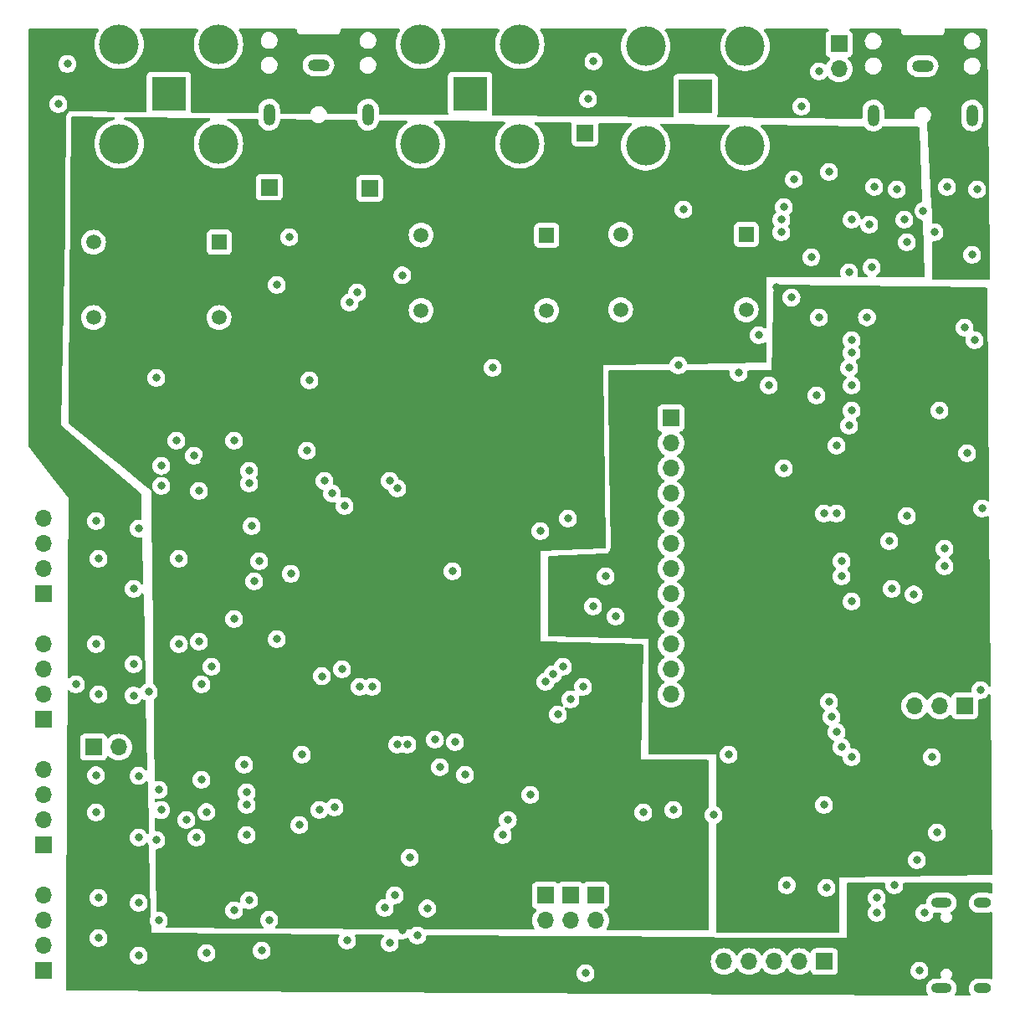
<source format=gbr>
%TF.GenerationSoftware,KiCad,Pcbnew,7.0.7*%
%TF.CreationDate,2023-10-22T01:08:48-07:00*%
%TF.ProjectId,fpaa_esp32_badge,66706161-5f65-4737-9033-325f62616467,rev?*%
%TF.SameCoordinates,Original*%
%TF.FileFunction,Copper,L2,Inr*%
%TF.FilePolarity,Positive*%
%FSLAX46Y46*%
G04 Gerber Fmt 4.6, Leading zero omitted, Abs format (unit mm)*
G04 Created by KiCad (PCBNEW 7.0.7) date 2023-10-22 01:08:48*
%MOMM*%
%LPD*%
G01*
G04 APERTURE LIST*
%TA.AperFunction,ComponentPad*%
%ADD10R,3.500000X3.500000*%
%TD*%
%TA.AperFunction,ComponentPad*%
%ADD11C,4.000000*%
%TD*%
%TA.AperFunction,ComponentPad*%
%ADD12O,2.100000X1.000000*%
%TD*%
%TA.AperFunction,ComponentPad*%
%ADD13O,1.800000X1.000000*%
%TD*%
%TA.AperFunction,ComponentPad*%
%ADD14R,1.700000X1.700000*%
%TD*%
%TA.AperFunction,ComponentPad*%
%ADD15O,1.700000X1.700000*%
%TD*%
%TA.AperFunction,ComponentPad*%
%ADD16R,1.520000X1.520000*%
%TD*%
%TA.AperFunction,ComponentPad*%
%ADD17C,1.520000*%
%TD*%
%TA.AperFunction,ComponentPad*%
%ADD18O,1.200000X2.200000*%
%TD*%
%TA.AperFunction,ComponentPad*%
%ADD19O,2.200000X1.200000*%
%TD*%
%TA.AperFunction,ViaPad*%
%ADD20C,0.800000*%
%TD*%
G04 APERTURE END LIST*
D10*
%TO.N,Net-(J18-Pin_1)*%
%TO.C,J8*%
X119380000Y-43434000D03*
D11*
%TO.N,GND*%
X114355000Y-38409000D03*
X114355000Y-48459000D03*
X124405000Y-38409000D03*
X124405000Y-48459000D03*
%TD*%
D12*
%TO.N,GND*%
%TO.C,J5*%
X167075000Y-133860000D03*
D13*
X171255000Y-133860000D03*
D12*
X167075000Y-125220000D03*
D13*
X171255000Y-125220000D03*
%TD*%
D14*
%TO.N,Net-(J21-Pin_1)*%
%TO.C,J21*%
X81280000Y-109474000D03*
D15*
%TO.N,VDDA*%
X83820000Y-109474000D03*
%TD*%
D16*
%TO.N,Net-(T10-AA)*%
%TO.C,T10*%
X127135341Y-57694783D03*
D17*
%TO.N,Net-(T10-SA)*%
X127135341Y-65314783D03*
%TO.N,Net-(T10-SB)*%
X114435341Y-65314783D03*
%TO.N,N/C*%
X114435341Y-57694783D03*
%TD*%
D16*
%TO.N,Net-(T9-AA)*%
%TO.C,T9*%
X93980000Y-58420000D03*
D17*
%TO.N,Net-(T9-SA)*%
X93980000Y-66040000D03*
%TO.N,Net-(T9-SB)*%
X81280000Y-66040000D03*
%TO.N,N/C*%
X81280000Y-58420000D03*
%TD*%
D14*
%TO.N,/esp32/SAO_SDA*%
%TO.C,J11*%
X155242752Y-131157065D03*
D15*
%TO.N,/esp32/SAO_SCK*%
X152702752Y-131157065D03*
%TO.N,/esp32/SAO_GP0*%
X150162752Y-131157065D03*
%TO.N,/esp32/SAO_GP1*%
X147622752Y-131157065D03*
%TO.N,/esp32/SAO_GP2*%
X145082752Y-131157065D03*
%TD*%
D14*
%TO.N,Net-(J14-Pin_1)*%
%TO.C,J14*%
X132080000Y-124460000D03*
D15*
%TO.N,Net-(D15-A)*%
X132080000Y-127000000D03*
%TD*%
D18*
%TO.N,Net-(J18-Pin_1)*%
%TO.C,J10*%
X109046682Y-45518434D03*
D19*
%TO.N,GND*%
X104046682Y-40518434D03*
D18*
%TO.N,Net-(J17-Pin_1)*%
X99046682Y-45518434D03*
%TD*%
D14*
%TO.N,GND*%
%TO.C,J4*%
X76200000Y-132080000D03*
D15*
%TO.N,/Baluns/I3U*%
X76200000Y-129540000D03*
%TO.N,/Baluns/I4U*%
X76200000Y-127000000D03*
%TO.N,Net-(J21-Pin_1)*%
X76200000Y-124460000D03*
%TD*%
D14*
%TO.N,Net-(J13-Pin_1)*%
%TO.C,J13*%
X129540000Y-124460000D03*
D15*
%TO.N,Net-(D14-A)*%
X129540000Y-127000000D03*
%TD*%
D14*
%TO.N,/esp32/FPAA_RESETb*%
%TO.C,J16*%
X139700000Y-76200000D03*
D15*
%TO.N,/esp32/FPAA_SO*%
X139700000Y-78740000D03*
%TO.N,/esp32/FPAA_MEMCLK*%
X139700000Y-81280000D03*
%TO.N,/esp32/FPAA_ACTIVATE*%
X139700000Y-83820000D03*
%TO.N,/esp32/FPAA_ERRb*%
X139700000Y-86360000D03*
%TO.N,/esp32/FPAA_LCCb*%
X139700000Y-88900000D03*
%TO.N,/esp32/FPAA_SI*%
X139700000Y-91440000D03*
%TO.N,Net-(J16-Pin_8)*%
X139700000Y-93980000D03*
%TO.N,/esp32/FPAA_SCLK*%
X139700000Y-96520000D03*
%TO.N,/esp32/FPAA_CS1b*%
X139700000Y-99060000D03*
%TO.N,/esp32/FPAA_CS2b*%
X139700000Y-101600000D03*
%TO.N,/esp32/FPAA_CFGFLG*%
X139700000Y-104140000D03*
%TD*%
D10*
%TO.N,Net-(J19-Pin_1)*%
%TO.C,J9*%
X142185000Y-43633000D03*
D11*
%TO.N,GND*%
X137160000Y-38608000D03*
X137160000Y-48658000D03*
X147210000Y-38608000D03*
X147210000Y-48658000D03*
%TD*%
D16*
%TO.N,Net-(T11-AA)*%
%TO.C,T11*%
X147320000Y-57628854D03*
D17*
%TO.N,Net-(T11-SA)*%
X147320000Y-65248854D03*
%TO.N,Net-(T11-SB)*%
X134620000Y-65248854D03*
%TO.N,N/C*%
X134620000Y-57628854D03*
%TD*%
D14*
%TO.N,Net-(J18-Pin_1)*%
%TO.C,J18*%
X109220000Y-52990335D03*
%TD*%
%TO.N,Net-(J12-Pin_1)*%
%TO.C,J12*%
X127000000Y-124460000D03*
D15*
%TO.N,Net-(D13-A)*%
X127000000Y-127000000D03*
%TD*%
D14*
%TO.N,GND*%
%TO.C,J22*%
X169440163Y-105307212D03*
D15*
%TO.N,/esp32/UART_TX*%
X166900163Y-105307212D03*
%TO.N,/esp32/UART_RX*%
X164360163Y-105307212D03*
%TD*%
D14*
%TO.N,Net-(J23-Pin_1)*%
%TO.C,J23*%
X156718000Y-38354000D03*
D15*
%TO.N,Net-(J23-Pin_2)*%
X156718000Y-40894000D03*
%TD*%
D14*
%TO.N,Net-(J19-Pin_1)*%
%TO.C,J19*%
X131013737Y-47386412D03*
%TD*%
%TO.N,GND*%
%TO.C,J3*%
X76200000Y-119380000D03*
D15*
%TO.N,/Baluns/O3U*%
X76200000Y-116840000D03*
%TO.N,/Baluns/O4U*%
X76200000Y-114300000D03*
%TO.N,Net-(J21-Pin_1)*%
X76200000Y-111760000D03*
%TD*%
D10*
%TO.N,Net-(J17-Pin_1)*%
%TO.C,J7*%
X88900000Y-43434000D03*
D11*
%TO.N,GND*%
X83875000Y-38409000D03*
X83875000Y-48459000D03*
X93925000Y-38409000D03*
X93925000Y-48459000D03*
%TD*%
D14*
%TO.N,GND*%
%TO.C,J2*%
X76200000Y-106680000D03*
D15*
%TO.N,/Baluns/I1U*%
X76200000Y-104140000D03*
%TO.N,/Baluns/I2U*%
X76200000Y-101600000D03*
%TO.N,VDDA*%
X76200000Y-99060000D03*
%TD*%
D14*
%TO.N,Net-(J17-Pin_1)*%
%TO.C,J17*%
X99060000Y-52851112D03*
%TD*%
%TO.N,GND*%
%TO.C,J1*%
X76200000Y-93980000D03*
D15*
%TO.N,/Baluns/O1U*%
X76200000Y-91440000D03*
%TO.N,/Baluns/O2U*%
X76200000Y-88900000D03*
%TO.N,VDDA*%
X76200000Y-86360000D03*
%TD*%
D18*
%TO.N,Net-(J23-Pin_2)*%
%TO.C,J20*%
X170172544Y-45600000D03*
D19*
%TO.N,GND*%
X165172544Y-40600000D03*
D18*
%TO.N,Net-(J23-Pin_1)*%
X160172544Y-45600000D03*
%TD*%
D20*
%TO.N,Net-(U1-VREFN)*%
X128778000Y-101346000D03*
%TO.N,Net-(U1-VMR)*%
X127762000Y-102108000D03*
%TO.N,Net-(U1-VREFP)*%
X127000000Y-102870000D03*
%TO.N,VDDA*%
X92202000Y-114554000D03*
X98806000Y-94996000D03*
X159512000Y-53848000D03*
X126238000Y-104140000D03*
X133604000Y-118364000D03*
X83566000Y-78994000D03*
X127762000Y-114300000D03*
X88900000Y-106680000D03*
X88138000Y-96266000D03*
X133345701Y-114549701D03*
X119634000Y-120650000D03*
X98298000Y-125476000D03*
X90551000Y-103251000D03*
X119126000Y-94996000D03*
X112522000Y-128016000D03*
X92456000Y-80518000D03*
X121412000Y-81026000D03*
%TO.N,+3.3V*%
X155194000Y-64516000D03*
X154178000Y-71628000D03*
X145539788Y-112725109D03*
X169164000Y-85344000D03*
X148590000Y-109220000D03*
X149860000Y-76962000D03*
X150368000Y-62992000D03*
X132334000Y-93255500D03*
X150622000Y-120396000D03*
X134874000Y-77724000D03*
X168656000Y-80518000D03*
%TO.N,GND*%
X81788000Y-90424000D03*
X139954000Y-115824000D03*
X125476000Y-114300000D03*
X131064000Y-132334000D03*
X159766000Y-56642000D03*
X166878000Y-75438000D03*
X155448000Y-123698000D03*
X164846000Y-132080000D03*
X81534000Y-116078000D03*
X87630000Y-72136000D03*
X170180000Y-59690000D03*
X152908000Y-44704000D03*
X162052000Y-93472000D03*
X131863994Y-40132000D03*
X164269531Y-94036061D03*
X81788000Y-124714000D03*
X155702000Y-51308000D03*
X140462000Y-70866000D03*
X159535399Y-66026598D03*
X85852000Y-130556000D03*
X131318000Y-43942000D03*
X161798000Y-88646000D03*
X128270000Y-106172000D03*
X99822000Y-98552000D03*
X157988000Y-56134000D03*
X107950000Y-63500000D03*
X140970000Y-55118000D03*
X165231299Y-55249299D03*
X103124000Y-72390000D03*
X113284000Y-120650000D03*
X92710000Y-130302000D03*
X91440000Y-80010000D03*
X126492000Y-87630000D03*
X85344000Y-93472000D03*
X154432000Y-73914000D03*
X91948000Y-83566000D03*
X162306000Y-123444000D03*
X78638669Y-40386000D03*
X130810000Y-103378000D03*
X111252000Y-129286000D03*
X154686000Y-41148000D03*
X160020000Y-60960000D03*
X85852000Y-112381407D03*
X166116000Y-110490000D03*
X151421500Y-123444000D03*
X170688000Y-53086000D03*
X134112000Y-96266000D03*
X169672000Y-79756000D03*
X85344000Y-101092000D03*
X85852000Y-125222000D03*
X81534000Y-86614000D03*
X92202000Y-112776000D03*
X95504000Y-96520000D03*
X121666000Y-71120000D03*
X99822000Y-62738000D03*
X171028688Y-103718688D03*
X92710000Y-116040500D03*
X157734000Y-61468000D03*
X160274000Y-52832000D03*
X85344000Y-104258000D03*
X114046000Y-128524000D03*
X171196000Y-85344000D03*
X85852000Y-118618000D03*
X92202000Y-103124000D03*
X136906000Y-116078000D03*
X98298000Y-130048000D03*
X81534000Y-99060000D03*
X107188000Y-64516000D03*
X133096000Y-92202000D03*
X81788000Y-104140000D03*
X86868000Y-103886000D03*
X85852000Y-87376000D03*
X77724000Y-44450000D03*
X154686000Y-66040000D03*
X144018000Y-116332000D03*
X117602000Y-91694000D03*
X165354000Y-126238000D03*
X155194000Y-115316000D03*
X145542000Y-110236000D03*
X166624000Y-118110000D03*
X129540000Y-104648000D03*
X81788000Y-128778000D03*
X166370000Y-57404000D03*
X152146000Y-52070000D03*
X81534000Y-112318979D03*
%TO.N,/esp32/RESET_N*%
X163576000Y-86106000D03*
X164592000Y-120904000D03*
%TO.N,+5V*%
X81534000Y-94234000D03*
X169926000Y-56388000D03*
X82550000Y-115062000D03*
X152334643Y-40894000D03*
X168148000Y-131572000D03*
X158496000Y-129794000D03*
X124206000Y-129286000D03*
X81534000Y-106680000D03*
X130163994Y-40132000D03*
X81788000Y-118480000D03*
X81788000Y-126238000D03*
X81636659Y-87990000D03*
X81788000Y-132842000D03*
X139954000Y-130810000D03*
X81788000Y-102108000D03*
X76913669Y-40386000D03*
X168148000Y-127508000D03*
%TO.N,/LEDs/RGB_DAT*%
X169418000Y-67056000D03*
X167386000Y-91186000D03*
%TO.N,/LEDs/RGB_CLK*%
X167386000Y-89408000D03*
X170434000Y-68326000D03*
%TO.N,/Baluns/O4U*%
X90678000Y-116840000D03*
X91694000Y-118618000D03*
%TO.N,/Baluns/I4U*%
X87884000Y-127000000D03*
X106934000Y-129032000D03*
%TO.N,/Baluns/I1U*%
X79502000Y-103124000D03*
%TO.N,/esp32/SD_DAT2*%
X157988000Y-68326000D03*
%TO.N,/esp32/SD_DAT3*%
X157988000Y-69596000D03*
%TO.N,/esp32/SD_CMD*%
X157734000Y-71120000D03*
%TO.N,/esp32/SD_CLK*%
X157988000Y-72898000D03*
%TO.N,/esp32/SD_DAT0*%
X157988000Y-75438000D03*
%TO.N,/esp32/SD_DAT1*%
X157734000Y-76962000D03*
%TO.N,/esp32/SD_DET*%
X156464000Y-78994000D03*
%TO.N,/esp32/SAO_SDA*%
X157988000Y-110490000D03*
%TO.N,/esp32/SAO_SCK*%
X156972000Y-109474000D03*
%TO.N,/esp32/SAO_GP0*%
X156464000Y-107950000D03*
%TO.N,/esp32/SAO_GP1*%
X155956000Y-106426000D03*
%TO.N,/esp32/SAO_GP2*%
X155702000Y-104902000D03*
%TO.N,/esp32/USB_N*%
X160528000Y-124714000D03*
X156464000Y-85852000D03*
%TO.N,/esp32/USB_P*%
X160528000Y-126238000D03*
X155194000Y-85852000D03*
%TO.N,/Baluns/I4P*%
X122682000Y-118364000D03*
%TO.N,/Baluns/I4N*%
X123203378Y-116853378D03*
%TO.N,/Baluns/I3P*%
X108204000Y-103378000D03*
%TO.N,/Baluns/I3N*%
X109474000Y-103378000D03*
%TO.N,/Baluns/I2P*%
X106426000Y-101600000D03*
%TO.N,/Baluns/I2N*%
X104394000Y-102299500D03*
%TO.N,/Baluns/I1P*%
X111252000Y-82550000D03*
%TO.N,/Baluns/I1N*%
X112014000Y-83312000D03*
%TO.N,/Baluns/O1P*%
X106680000Y-85090000D03*
%TO.N,/Baluns/O1N*%
X102870000Y-79502000D03*
%TO.N,/Jacks/IO5P*%
X112014000Y-109220000D03*
%TO.N,/Jacks/IO5N*%
X113030000Y-109220000D03*
%TO.N,/Jacks/IO6P*%
X115824000Y-108712000D03*
%TO.N,/Jacks/IO6N*%
X117856000Y-108966000D03*
%TO.N,/Jacks/IO7P*%
X116332000Y-111506000D03*
%TO.N,/Jacks/IO7N*%
X118872000Y-112268000D03*
%TO.N,Net-(T9-AA)*%
X101092000Y-57912000D03*
%TO.N,Net-(T10-AA)*%
X112522000Y-61765823D03*
%TO.N,/Baluns/O2N*%
X104648000Y-82550000D03*
%TO.N,/Baluns/O2P*%
X105410000Y-83820000D03*
%TO.N,/Baluns/O3N*%
X102362000Y-110236000D03*
%TO.N,/Baluns/O3P*%
X102108000Y-117348000D03*
%TO.N,/Baluns/O4N*%
X105664000Y-115570000D03*
%TO.N,/Baluns/O4P*%
X104140000Y-115824000D03*
%TO.N,Net-(U1-ACLK)*%
X131826000Y-95250000D03*
X129286000Y-86360000D03*
%TO.N,Net-(U5A--)*%
X87630000Y-118872000D03*
X96774000Y-115316000D03*
X88129819Y-115826680D03*
%TO.N,Net-(U5B--)*%
X87884000Y-113792000D03*
X96774000Y-114046000D03*
%TO.N,Net-(R100-Pad2)*%
X96520000Y-111252000D03*
X96774000Y-118364000D03*
%TO.N,Net-(U8--IN1)*%
X99060000Y-126945920D03*
X95504000Y-125984000D03*
%TO.N,Net-(U9--IN1)*%
X89916000Y-99060000D03*
X93218000Y-101346000D03*
%TO.N,Net-(U10--IN1)*%
X97536000Y-92710000D03*
X101244917Y-91948000D03*
%TO.N,Net-(U6A--)*%
X97028000Y-82804000D03*
X88138000Y-83058000D03*
%TO.N,Net-(U6B--)*%
X97028000Y-81534000D03*
X88138000Y-81026000D03*
%TO.N,Net-(R38-Pad2)*%
X89916000Y-90424000D03*
X89662000Y-78486000D03*
%TO.N,Net-(R63-Pad2)*%
X95504000Y-78486000D03*
X97282000Y-87122000D03*
%TO.N,Net-(U7--IN1)*%
X110744000Y-125730000D03*
X115062000Y-125790750D03*
%TO.N,Net-(U10-+IN2)*%
X98044000Y-90678000D03*
X111760000Y-124460000D03*
X97028000Y-124968000D03*
X91948000Y-98806000D03*
%TO.N,Net-(U11-OUTL)*%
X163576000Y-58420000D03*
X162560000Y-53086000D03*
%TO.N,Net-(U11-OUTR)*%
X167640000Y-52832000D03*
X163322000Y-56134000D03*
%TO.N,/DAC/I2S_FMT*%
X153919701Y-59939701D03*
X151130000Y-54864000D03*
%TO.N,/DAC/I2S_SCK*%
X149606000Y-72898000D03*
X150876000Y-56134000D03*
%TO.N,/DAC/I2S_DAT*%
X156972000Y-90678000D03*
X151130000Y-81280000D03*
%TO.N,/DAC/I2S_XSMT*%
X148590000Y-67818000D03*
X157988000Y-94742000D03*
%TO.N,/DAC/I2S_LRCK*%
X156972000Y-92202000D03*
X146558000Y-71628000D03*
%TO.N,/DAC/I2S_BCK*%
X150876000Y-57404000D03*
X151896299Y-64012299D03*
%TD*%
%TA.AperFunction,Conductor*%
%TO.N,+3.3V*%
G36*
X171582504Y-62990570D02*
G01*
X171649305Y-63011041D01*
X171694436Y-63064380D01*
X171705038Y-63113501D01*
X171887735Y-84489075D01*
X171868625Y-84556280D01*
X171816214Y-84602485D01*
X171747143Y-84613019D01*
X171690856Y-84590454D01*
X171648733Y-84559851D01*
X171648729Y-84559848D01*
X171475807Y-84482857D01*
X171475802Y-84482855D01*
X171330000Y-84451865D01*
X171290646Y-84443500D01*
X171101354Y-84443500D01*
X171068897Y-84450398D01*
X170916197Y-84482855D01*
X170916192Y-84482857D01*
X170743270Y-84559848D01*
X170743265Y-84559851D01*
X170590129Y-84671111D01*
X170463466Y-84811785D01*
X170368821Y-84975715D01*
X170368818Y-84975722D01*
X170310576Y-85154975D01*
X170310326Y-85155744D01*
X170290540Y-85344000D01*
X170310326Y-85532256D01*
X170310327Y-85532259D01*
X170368818Y-85712277D01*
X170368821Y-85712284D01*
X170463467Y-85876216D01*
X170590128Y-86016888D01*
X170590129Y-86016888D01*
X170743265Y-86128148D01*
X170743270Y-86128151D01*
X170916192Y-86205142D01*
X170916197Y-86205144D01*
X171101354Y-86244500D01*
X171101355Y-86244500D01*
X171290644Y-86244500D01*
X171290646Y-86244500D01*
X171475803Y-86205144D01*
X171648730Y-86128151D01*
X171705362Y-86087005D01*
X171771164Y-86063526D01*
X171839218Y-86079351D01*
X171887914Y-86129456D01*
X171902240Y-86186264D01*
X172047820Y-103219051D01*
X172028710Y-103286256D01*
X171976299Y-103332461D01*
X171907228Y-103342995D01*
X171843426Y-103314515D01*
X171816438Y-103282111D01*
X171778532Y-103216456D01*
X171761221Y-103186472D01*
X171634559Y-103045800D01*
X171634558Y-103045799D01*
X171481422Y-102934539D01*
X171481417Y-102934536D01*
X171308495Y-102857545D01*
X171308490Y-102857543D01*
X171145982Y-102823002D01*
X171123334Y-102818188D01*
X170934042Y-102818188D01*
X170911394Y-102823002D01*
X170748885Y-102857543D01*
X170748880Y-102857545D01*
X170575958Y-102934536D01*
X170575953Y-102934539D01*
X170422817Y-103045799D01*
X170296154Y-103186473D01*
X170201509Y-103350403D01*
X170201506Y-103350410D01*
X170143015Y-103530428D01*
X170143014Y-103530432D01*
X170123227Y-103718688D01*
X170123228Y-103718688D01*
X170133849Y-103819752D01*
X170121279Y-103888482D01*
X170073546Y-103939505D01*
X170010528Y-103956712D01*
X168542292Y-103956712D01*
X168542286Y-103956713D01*
X168482679Y-103963120D01*
X168347834Y-104013414D01*
X168347827Y-104013418D01*
X168232618Y-104099664D01*
X168232615Y-104099667D01*
X168146369Y-104214876D01*
X168146366Y-104214881D01*
X168097352Y-104346295D01*
X168055480Y-104402228D01*
X167990016Y-104426645D01*
X167921743Y-104411793D01*
X167893489Y-104390642D01*
X167771565Y-104268718D01*
X167771558Y-104268713D01*
X167577997Y-104133179D01*
X167577993Y-104133177D01*
X167518095Y-104105246D01*
X167363826Y-104033309D01*
X167363822Y-104033308D01*
X167363818Y-104033306D01*
X167135576Y-103972150D01*
X167135566Y-103972148D01*
X166900164Y-103951553D01*
X166900162Y-103951553D01*
X166664759Y-103972148D01*
X166664749Y-103972150D01*
X166436507Y-104033306D01*
X166436498Y-104033310D01*
X166222334Y-104133176D01*
X166222332Y-104133177D01*
X166028760Y-104268717D01*
X165861671Y-104435806D01*
X165731737Y-104621372D01*
X165677160Y-104664996D01*
X165607661Y-104672189D01*
X165545307Y-104640667D01*
X165528592Y-104621376D01*
X165398658Y-104435811D01*
X165398656Y-104435808D01*
X165231565Y-104268718D01*
X165231558Y-104268713D01*
X165037997Y-104133179D01*
X165037993Y-104133177D01*
X164978095Y-104105246D01*
X164823826Y-104033309D01*
X164823822Y-104033308D01*
X164823818Y-104033306D01*
X164595576Y-103972150D01*
X164595566Y-103972148D01*
X164360164Y-103951553D01*
X164360162Y-103951553D01*
X164124759Y-103972148D01*
X164124749Y-103972150D01*
X163896507Y-104033306D01*
X163896498Y-104033310D01*
X163682334Y-104133176D01*
X163682332Y-104133177D01*
X163488760Y-104268717D01*
X163321668Y-104435809D01*
X163186128Y-104629381D01*
X163186127Y-104629383D01*
X163086261Y-104843547D01*
X163086257Y-104843556D01*
X163025101Y-105071798D01*
X163025099Y-105071808D01*
X163004504Y-105307211D01*
X163004504Y-105307212D01*
X163025099Y-105542615D01*
X163025101Y-105542625D01*
X163086257Y-105770867D01*
X163086259Y-105770871D01*
X163086260Y-105770875D01*
X163143574Y-105893784D01*
X163186128Y-105985042D01*
X163186130Y-105985046D01*
X163237014Y-106057715D01*
X163321668Y-106178613D01*
X163488762Y-106345707D01*
X163585547Y-106413476D01*
X163682328Y-106481244D01*
X163682330Y-106481245D01*
X163682333Y-106481247D01*
X163896500Y-106581115D01*
X164124755Y-106642275D01*
X164301197Y-106657712D01*
X164360162Y-106662871D01*
X164360163Y-106662871D01*
X164360164Y-106662871D01*
X164419129Y-106657712D01*
X164595571Y-106642275D01*
X164823826Y-106581115D01*
X165037993Y-106481247D01*
X165231564Y-106345707D01*
X165398658Y-106178613D01*
X165528587Y-105993054D01*
X165583165Y-105949429D01*
X165652663Y-105942235D01*
X165715018Y-105973758D01*
X165731738Y-105993054D01*
X165861663Y-106178607D01*
X165861668Y-106178613D01*
X166028762Y-106345707D01*
X166125547Y-106413476D01*
X166222328Y-106481244D01*
X166222330Y-106481245D01*
X166222333Y-106481247D01*
X166436500Y-106581115D01*
X166664755Y-106642275D01*
X166841197Y-106657712D01*
X166900162Y-106662871D01*
X166900163Y-106662871D01*
X166900164Y-106662871D01*
X166959129Y-106657712D01*
X167135571Y-106642275D01*
X167363826Y-106581115D01*
X167577993Y-106481247D01*
X167771564Y-106345707D01*
X167893492Y-106223778D01*
X167954811Y-106190296D01*
X168024503Y-106195280D01*
X168080437Y-106237151D01*
X168097352Y-106268129D01*
X168146365Y-106399540D01*
X168146369Y-106399547D01*
X168232615Y-106514756D01*
X168232618Y-106514759D01*
X168347827Y-106601005D01*
X168347834Y-106601009D01*
X168482680Y-106651303D01*
X168482679Y-106651303D01*
X168489607Y-106652047D01*
X168542290Y-106657712D01*
X170338035Y-106657711D01*
X170397646Y-106651303D01*
X170532494Y-106601008D01*
X170647709Y-106514758D01*
X170733959Y-106399543D01*
X170784254Y-106264695D01*
X170790663Y-106205085D01*
X170790662Y-104741832D01*
X170810347Y-104674794D01*
X170863150Y-104629039D01*
X170927634Y-104618513D01*
X170934033Y-104619186D01*
X170934042Y-104619188D01*
X170934051Y-104619188D01*
X171123332Y-104619188D01*
X171123334Y-104619188D01*
X171308491Y-104579832D01*
X171481418Y-104502839D01*
X171634559Y-104391576D01*
X171761221Y-104250904D01*
X171824838Y-104140714D01*
X171875402Y-104092502D01*
X171944008Y-104079278D01*
X172008874Y-104105246D01*
X172049403Y-104162159D01*
X172056218Y-104201657D01*
X172210948Y-122304973D01*
X172191838Y-122372178D01*
X172139427Y-122418383D01*
X172088986Y-122430016D01*
X162612750Y-122585364D01*
X162584937Y-122582671D01*
X162400647Y-122543500D01*
X162400646Y-122543500D01*
X162211354Y-122543500D01*
X162178897Y-122550398D01*
X162026197Y-122582855D01*
X162026189Y-122582858D01*
X162021026Y-122585157D01*
X161972632Y-122595857D01*
X156718000Y-122681999D01*
X156718000Y-128146000D01*
X156698315Y-128213039D01*
X156645511Y-128258794D01*
X156594000Y-128270000D01*
X144396000Y-128270000D01*
X144328961Y-128250315D01*
X144283206Y-128197511D01*
X144272000Y-128146000D01*
X144272000Y-123444000D01*
X150516040Y-123444000D01*
X150535826Y-123632256D01*
X150535827Y-123632259D01*
X150594318Y-123812277D01*
X150594321Y-123812284D01*
X150688967Y-123976216D01*
X150814858Y-124116032D01*
X150815629Y-124116888D01*
X150968765Y-124228148D01*
X150968770Y-124228151D01*
X151141692Y-124305142D01*
X151141697Y-124305144D01*
X151326854Y-124344500D01*
X151326855Y-124344500D01*
X151516144Y-124344500D01*
X151516146Y-124344500D01*
X151701303Y-124305144D01*
X151874230Y-124228151D01*
X152027371Y-124116888D01*
X152154033Y-123976216D01*
X152248679Y-123812284D01*
X152285812Y-123698000D01*
X154542540Y-123698000D01*
X154562326Y-123886256D01*
X154562327Y-123886259D01*
X154620818Y-124066277D01*
X154620821Y-124066284D01*
X154715467Y-124230216D01*
X154776908Y-124298453D01*
X154842129Y-124370888D01*
X154995265Y-124482148D01*
X154995270Y-124482151D01*
X155168192Y-124559142D01*
X155168197Y-124559144D01*
X155353354Y-124598500D01*
X155353355Y-124598500D01*
X155542644Y-124598500D01*
X155542646Y-124598500D01*
X155727803Y-124559144D01*
X155900730Y-124482151D01*
X156053871Y-124370888D01*
X156180533Y-124230216D01*
X156275179Y-124066284D01*
X156333674Y-123886256D01*
X156353460Y-123698000D01*
X156333674Y-123509744D01*
X156275179Y-123329716D01*
X156180533Y-123165784D01*
X156053871Y-123025112D01*
X156053870Y-123025111D01*
X155900734Y-122913851D01*
X155900729Y-122913848D01*
X155727807Y-122836857D01*
X155727802Y-122836855D01*
X155582000Y-122805865D01*
X155542646Y-122797500D01*
X155353354Y-122797500D01*
X155320897Y-122804398D01*
X155168197Y-122836855D01*
X155168192Y-122836857D01*
X154995270Y-122913848D01*
X154995265Y-122913851D01*
X154842129Y-123025111D01*
X154715466Y-123165785D01*
X154620821Y-123329715D01*
X154620818Y-123329722D01*
X154562327Y-123509740D01*
X154562326Y-123509744D01*
X154542540Y-123698000D01*
X152285812Y-123698000D01*
X152307174Y-123632256D01*
X152326960Y-123444000D01*
X152307174Y-123255744D01*
X152248679Y-123075716D01*
X152154033Y-122911784D01*
X152027371Y-122771112D01*
X152027370Y-122771111D01*
X151874234Y-122659851D01*
X151874229Y-122659848D01*
X151701307Y-122582857D01*
X151701302Y-122582855D01*
X151555500Y-122551865D01*
X151516146Y-122543500D01*
X151326854Y-122543500D01*
X151294397Y-122550398D01*
X151141697Y-122582855D01*
X151141692Y-122582857D01*
X150968770Y-122659848D01*
X150968765Y-122659851D01*
X150815629Y-122771111D01*
X150688966Y-122911785D01*
X150594321Y-123075715D01*
X150594318Y-123075722D01*
X150535827Y-123255740D01*
X150535826Y-123255744D01*
X150516040Y-123444000D01*
X144272000Y-123444000D01*
X144272000Y-120904000D01*
X163686540Y-120904000D01*
X163706326Y-121092256D01*
X163706327Y-121092259D01*
X163764818Y-121272277D01*
X163764821Y-121272284D01*
X163859467Y-121436216D01*
X163986128Y-121576887D01*
X163986129Y-121576888D01*
X164139265Y-121688148D01*
X164139270Y-121688151D01*
X164312192Y-121765142D01*
X164312197Y-121765144D01*
X164497354Y-121804500D01*
X164497355Y-121804500D01*
X164686644Y-121804500D01*
X164686646Y-121804500D01*
X164871803Y-121765144D01*
X165044730Y-121688151D01*
X165197871Y-121576888D01*
X165324533Y-121436216D01*
X165419179Y-121272284D01*
X165477674Y-121092256D01*
X165497460Y-120904000D01*
X165477674Y-120715744D01*
X165419179Y-120535716D01*
X165324533Y-120371784D01*
X165197871Y-120231112D01*
X165197870Y-120231111D01*
X165044734Y-120119851D01*
X165044729Y-120119848D01*
X164871807Y-120042857D01*
X164871802Y-120042855D01*
X164726001Y-120011865D01*
X164686646Y-120003500D01*
X164497354Y-120003500D01*
X164464897Y-120010398D01*
X164312197Y-120042855D01*
X164312192Y-120042857D01*
X164139270Y-120119848D01*
X164139265Y-120119851D01*
X163986129Y-120231111D01*
X163859466Y-120371785D01*
X163764821Y-120535715D01*
X163764818Y-120535722D01*
X163706327Y-120715740D01*
X163706326Y-120715744D01*
X163686540Y-120904000D01*
X144272000Y-120904000D01*
X144272000Y-118110000D01*
X165718540Y-118110000D01*
X165738326Y-118298256D01*
X165738327Y-118298259D01*
X165796818Y-118478277D01*
X165796821Y-118478284D01*
X165891467Y-118642216D01*
X165996620Y-118759000D01*
X166018129Y-118782888D01*
X166171265Y-118894148D01*
X166171270Y-118894151D01*
X166344192Y-118971142D01*
X166344197Y-118971144D01*
X166529354Y-119010500D01*
X166529355Y-119010500D01*
X166718644Y-119010500D01*
X166718646Y-119010500D01*
X166903803Y-118971144D01*
X167076730Y-118894151D01*
X167229871Y-118782888D01*
X167356533Y-118642216D01*
X167451179Y-118478284D01*
X167509674Y-118298256D01*
X167529460Y-118110000D01*
X167509674Y-117921744D01*
X167451179Y-117741716D01*
X167356533Y-117577784D01*
X167229871Y-117437112D01*
X167229870Y-117437111D01*
X167076734Y-117325851D01*
X167076729Y-117325848D01*
X166903807Y-117248857D01*
X166903802Y-117248855D01*
X166757394Y-117217736D01*
X166718646Y-117209500D01*
X166529354Y-117209500D01*
X166496897Y-117216398D01*
X166344197Y-117248855D01*
X166344192Y-117248857D01*
X166171270Y-117325848D01*
X166171265Y-117325851D01*
X166018129Y-117437111D01*
X165891466Y-117577785D01*
X165796821Y-117741715D01*
X165796818Y-117741722D01*
X165738327Y-117921740D01*
X165738326Y-117921744D01*
X165718540Y-118110000D01*
X144272000Y-118110000D01*
X144272000Y-117285158D01*
X144291685Y-117218119D01*
X144344489Y-117172364D01*
X144345564Y-117171879D01*
X144470730Y-117116151D01*
X144623871Y-117004888D01*
X144750533Y-116864216D01*
X144845179Y-116700284D01*
X144903674Y-116520256D01*
X144923460Y-116332000D01*
X144903674Y-116143744D01*
X144845179Y-115963716D01*
X144750533Y-115799784D01*
X144623871Y-115659112D01*
X144623870Y-115659111D01*
X144470734Y-115547851D01*
X144470732Y-115547850D01*
X144345563Y-115492120D01*
X144292327Y-115446869D01*
X144272006Y-115380020D01*
X144272000Y-115378841D01*
X144272000Y-115316000D01*
X154288540Y-115316000D01*
X154308326Y-115504256D01*
X154308327Y-115504259D01*
X154366818Y-115684277D01*
X154366821Y-115684284D01*
X154461467Y-115848216D01*
X154566620Y-115965000D01*
X154588129Y-115988888D01*
X154741265Y-116100148D01*
X154741270Y-116100151D01*
X154914192Y-116177142D01*
X154914197Y-116177144D01*
X155099354Y-116216500D01*
X155099355Y-116216500D01*
X155288644Y-116216500D01*
X155288646Y-116216500D01*
X155473803Y-116177144D01*
X155646730Y-116100151D01*
X155799871Y-115988888D01*
X155926533Y-115848216D01*
X156021179Y-115684284D01*
X156079674Y-115504256D01*
X156099460Y-115316000D01*
X156079674Y-115127744D01*
X156021179Y-114947716D01*
X155926533Y-114783784D01*
X155799871Y-114643112D01*
X155793635Y-114638581D01*
X155646734Y-114531851D01*
X155646729Y-114531848D01*
X155473807Y-114454857D01*
X155473802Y-114454855D01*
X155328000Y-114423865D01*
X155288646Y-114415500D01*
X155099354Y-114415500D01*
X155066897Y-114422398D01*
X154914197Y-114454855D01*
X154914192Y-114454857D01*
X154741270Y-114531848D01*
X154741265Y-114531851D01*
X154588129Y-114643111D01*
X154461466Y-114783785D01*
X154366821Y-114947715D01*
X154366818Y-114947722D01*
X154308327Y-115127740D01*
X154308326Y-115127744D01*
X154288540Y-115316000D01*
X144272000Y-115316000D01*
X144272000Y-110236000D01*
X144636540Y-110236000D01*
X144656326Y-110424256D01*
X144656327Y-110424259D01*
X144714818Y-110604277D01*
X144714821Y-110604284D01*
X144809467Y-110768216D01*
X144935358Y-110908032D01*
X144936129Y-110908888D01*
X145089265Y-111020148D01*
X145089270Y-111020151D01*
X145262192Y-111097142D01*
X145262197Y-111097144D01*
X145447354Y-111136500D01*
X145447355Y-111136500D01*
X145636644Y-111136500D01*
X145636646Y-111136500D01*
X145821803Y-111097144D01*
X145994730Y-111020151D01*
X146147871Y-110908888D01*
X146274533Y-110768216D01*
X146369179Y-110604284D01*
X146427674Y-110424256D01*
X146447460Y-110236000D01*
X146427674Y-110047744D01*
X146369179Y-109867716D01*
X146274533Y-109703784D01*
X146147871Y-109563112D01*
X146147870Y-109563111D01*
X145994734Y-109451851D01*
X145994729Y-109451848D01*
X145821807Y-109374857D01*
X145821802Y-109374855D01*
X145675389Y-109343735D01*
X145636646Y-109335500D01*
X145447354Y-109335500D01*
X145414897Y-109342398D01*
X145262197Y-109374855D01*
X145262192Y-109374857D01*
X145089270Y-109451848D01*
X145089265Y-109451851D01*
X144936129Y-109563111D01*
X144809466Y-109703785D01*
X144714821Y-109867715D01*
X144714818Y-109867722D01*
X144671012Y-110002544D01*
X144656326Y-110047744D01*
X144636540Y-110236000D01*
X144272000Y-110236000D01*
X137538000Y-110236000D01*
X137470961Y-110216315D01*
X137425206Y-110163511D01*
X137414000Y-110112000D01*
X137414000Y-104140000D01*
X138344341Y-104140000D01*
X138364936Y-104375403D01*
X138364938Y-104375413D01*
X138426094Y-104603655D01*
X138426096Y-104603659D01*
X138426097Y-104603663D01*
X138477427Y-104713740D01*
X138525965Y-104817830D01*
X138525967Y-104817834D01*
X138634281Y-104972521D01*
X138661505Y-105011401D01*
X138828599Y-105178495D01*
X138925384Y-105246264D01*
X139022165Y-105314032D01*
X139022167Y-105314033D01*
X139022170Y-105314035D01*
X139236337Y-105413903D01*
X139464592Y-105475063D01*
X139652918Y-105491539D01*
X139699999Y-105495659D01*
X139700000Y-105495659D01*
X139700001Y-105495659D01*
X139739234Y-105492226D01*
X139935408Y-105475063D01*
X140163663Y-105413903D01*
X140377830Y-105314035D01*
X140571401Y-105178495D01*
X140738495Y-105011401D01*
X140815098Y-104902000D01*
X154796540Y-104902000D01*
X154816326Y-105090256D01*
X154816327Y-105090259D01*
X154874818Y-105270277D01*
X154874821Y-105270284D01*
X154969467Y-105434216D01*
X155096129Y-105574888D01*
X155126131Y-105596686D01*
X155235275Y-105675983D01*
X155277941Y-105731313D01*
X155283920Y-105800926D01*
X155254541Y-105859272D01*
X155223466Y-105893785D01*
X155128821Y-106057715D01*
X155128818Y-106057722D01*
X155070327Y-106237740D01*
X155070326Y-106237744D01*
X155050540Y-106426000D01*
X155070326Y-106614256D01*
X155070327Y-106614259D01*
X155128818Y-106794277D01*
X155128821Y-106794284D01*
X155223467Y-106958216D01*
X155341096Y-107088856D01*
X155350129Y-107098888D01*
X155503265Y-107210148D01*
X155503266Y-107210148D01*
X155503270Y-107210151D01*
X155653663Y-107277111D01*
X155654357Y-107277420D01*
X155707594Y-107322670D01*
X155727915Y-107389519D01*
X155711309Y-107452698D01*
X155636820Y-107581718D01*
X155636818Y-107581722D01*
X155578327Y-107761740D01*
X155578326Y-107761744D01*
X155558540Y-107950000D01*
X155578326Y-108138256D01*
X155578327Y-108138259D01*
X155636818Y-108318277D01*
X155636821Y-108318284D01*
X155731467Y-108482216D01*
X155849096Y-108612856D01*
X155858129Y-108622888D01*
X156011265Y-108734148D01*
X156011266Y-108734148D01*
X156011270Y-108734151D01*
X156161663Y-108801111D01*
X156162357Y-108801420D01*
X156215594Y-108846670D01*
X156235915Y-108913519D01*
X156219309Y-108976698D01*
X156144820Y-109105718D01*
X156144818Y-109105722D01*
X156094315Y-109261156D01*
X156086326Y-109285744D01*
X156066540Y-109474000D01*
X156086326Y-109662256D01*
X156086327Y-109662259D01*
X156144818Y-109842277D01*
X156144821Y-109842284D01*
X156239467Y-110006216D01*
X156366129Y-110146888D01*
X156519265Y-110258148D01*
X156519270Y-110258151D01*
X156692192Y-110335142D01*
X156692197Y-110335144D01*
X156877354Y-110374500D01*
X156877355Y-110374500D01*
X156958750Y-110374500D01*
X157025789Y-110394185D01*
X157071544Y-110446989D01*
X157082071Y-110485538D01*
X157082539Y-110490000D01*
X157082540Y-110490000D01*
X157102326Y-110678256D01*
X157102327Y-110678259D01*
X157160818Y-110858277D01*
X157160821Y-110858284D01*
X157255467Y-111022216D01*
X157358369Y-111136500D01*
X157382129Y-111162888D01*
X157535265Y-111274148D01*
X157535270Y-111274151D01*
X157708192Y-111351142D01*
X157708197Y-111351144D01*
X157893354Y-111390500D01*
X157893355Y-111390500D01*
X158082644Y-111390500D01*
X158082646Y-111390500D01*
X158267803Y-111351144D01*
X158440730Y-111274151D01*
X158593871Y-111162888D01*
X158720533Y-111022216D01*
X158815179Y-110858284D01*
X158873674Y-110678256D01*
X158893460Y-110490000D01*
X165210540Y-110490000D01*
X165230326Y-110678256D01*
X165230327Y-110678259D01*
X165288818Y-110858277D01*
X165288821Y-110858284D01*
X165383467Y-111022216D01*
X165486369Y-111136500D01*
X165510129Y-111162888D01*
X165663265Y-111274148D01*
X165663270Y-111274151D01*
X165836192Y-111351142D01*
X165836197Y-111351144D01*
X166021354Y-111390500D01*
X166021355Y-111390500D01*
X166210644Y-111390500D01*
X166210646Y-111390500D01*
X166395803Y-111351144D01*
X166568730Y-111274151D01*
X166721871Y-111162888D01*
X166848533Y-111022216D01*
X166943179Y-110858284D01*
X167001674Y-110678256D01*
X167021460Y-110490000D01*
X167001674Y-110301744D01*
X166943179Y-110121716D01*
X166848533Y-109957784D01*
X166721871Y-109817112D01*
X166721870Y-109817111D01*
X166568734Y-109705851D01*
X166568729Y-109705848D01*
X166395807Y-109628857D01*
X166395802Y-109628855D01*
X166239316Y-109595594D01*
X166210646Y-109589500D01*
X166021354Y-109589500D01*
X165992684Y-109595594D01*
X165836197Y-109628855D01*
X165836192Y-109628857D01*
X165663270Y-109705848D01*
X165663265Y-109705851D01*
X165510129Y-109817111D01*
X165383466Y-109957785D01*
X165288821Y-110121715D01*
X165288818Y-110121722D01*
X165230327Y-110301740D01*
X165230326Y-110301744D01*
X165210540Y-110490000D01*
X158893460Y-110490000D01*
X158873674Y-110301744D01*
X158815179Y-110121716D01*
X158720533Y-109957784D01*
X158593871Y-109817112D01*
X158593870Y-109817111D01*
X158440734Y-109705851D01*
X158440729Y-109705848D01*
X158267807Y-109628857D01*
X158267802Y-109628855D01*
X158111316Y-109595594D01*
X158082646Y-109589500D01*
X158001250Y-109589500D01*
X157934211Y-109569815D01*
X157888456Y-109517011D01*
X157877929Y-109478462D01*
X157875132Y-109451848D01*
X157857674Y-109285744D01*
X157799179Y-109105716D01*
X157704533Y-108941784D01*
X157577871Y-108801112D01*
X157577870Y-108801111D01*
X157424734Y-108689851D01*
X157424729Y-108689848D01*
X157273642Y-108622579D01*
X157220405Y-108577329D01*
X157200084Y-108510480D01*
X157216690Y-108447302D01*
X157291179Y-108318284D01*
X157349674Y-108138256D01*
X157369460Y-107950000D01*
X157349674Y-107761744D01*
X157291179Y-107581716D01*
X157196533Y-107417784D01*
X157069871Y-107277112D01*
X157069870Y-107277111D01*
X156916734Y-107165851D01*
X156916729Y-107165848D01*
X156765642Y-107098579D01*
X156712405Y-107053329D01*
X156692084Y-106986480D01*
X156708690Y-106923302D01*
X156783179Y-106794284D01*
X156841674Y-106614256D01*
X156861460Y-106426000D01*
X156841674Y-106237744D01*
X156783179Y-106057716D01*
X156688533Y-105893784D01*
X156561871Y-105753112D01*
X156422724Y-105652016D01*
X156380058Y-105596686D01*
X156374079Y-105527073D01*
X156403458Y-105468727D01*
X156434533Y-105434216D01*
X156529179Y-105270284D01*
X156587674Y-105090256D01*
X156607460Y-104902000D01*
X156587674Y-104713744D01*
X156529179Y-104533716D01*
X156434533Y-104369784D01*
X156307871Y-104229112D01*
X156288277Y-104214876D01*
X156154734Y-104117851D01*
X156154729Y-104117848D01*
X155981807Y-104040857D01*
X155981802Y-104040855D01*
X155836001Y-104009865D01*
X155796646Y-104001500D01*
X155607354Y-104001500D01*
X155574897Y-104008398D01*
X155422197Y-104040855D01*
X155422192Y-104040857D01*
X155249270Y-104117848D01*
X155249265Y-104117851D01*
X155096129Y-104229111D01*
X154969466Y-104369785D01*
X154874821Y-104533715D01*
X154874818Y-104533722D01*
X154816327Y-104713740D01*
X154816326Y-104713744D01*
X154796540Y-104902000D01*
X140815098Y-104902000D01*
X140874035Y-104817830D01*
X140973903Y-104603663D01*
X141035063Y-104375408D01*
X141055659Y-104140000D01*
X141035063Y-103904592D01*
X140988626Y-103731285D01*
X140973905Y-103676344D01*
X140973904Y-103676343D01*
X140973903Y-103676337D01*
X140874035Y-103462171D01*
X140838022Y-103410738D01*
X140738494Y-103268597D01*
X140571402Y-103101506D01*
X140571401Y-103101505D01*
X140426811Y-103000262D01*
X140385841Y-102971574D01*
X140342216Y-102916997D01*
X140335024Y-102847498D01*
X140366546Y-102785144D01*
X140385836Y-102768428D01*
X140571401Y-102638495D01*
X140738495Y-102471401D01*
X140874035Y-102277830D01*
X140973903Y-102063663D01*
X141035063Y-101835408D01*
X141055659Y-101600000D01*
X141035063Y-101364592D01*
X140986796Y-101184456D01*
X140973905Y-101136344D01*
X140973904Y-101136343D01*
X140973903Y-101136337D01*
X140874035Y-100922171D01*
X140738495Y-100728599D01*
X140738494Y-100728597D01*
X140571402Y-100561506D01*
X140571396Y-100561501D01*
X140385842Y-100431575D01*
X140342217Y-100376998D01*
X140335023Y-100307500D01*
X140366546Y-100245145D01*
X140385842Y-100228425D01*
X140408026Y-100212891D01*
X140571401Y-100098495D01*
X140738495Y-99931401D01*
X140874035Y-99737830D01*
X140973903Y-99523663D01*
X141035063Y-99295408D01*
X141055659Y-99060000D01*
X141035063Y-98824592D01*
X140986796Y-98644456D01*
X140973905Y-98596344D01*
X140973904Y-98596343D01*
X140973903Y-98596337D01*
X140874035Y-98382171D01*
X140764500Y-98225737D01*
X140738494Y-98188597D01*
X140571402Y-98021506D01*
X140571401Y-98021505D01*
X140385842Y-97891575D01*
X140385841Y-97891574D01*
X140342216Y-97836997D01*
X140335024Y-97767498D01*
X140366546Y-97705144D01*
X140385836Y-97688428D01*
X140571401Y-97558495D01*
X140738495Y-97391401D01*
X140874035Y-97197830D01*
X140973903Y-96983663D01*
X141035063Y-96755408D01*
X141055659Y-96520000D01*
X141035063Y-96284592D01*
X140973903Y-96056337D01*
X140874035Y-95842171D01*
X140832055Y-95782216D01*
X140738494Y-95648597D01*
X140571402Y-95481506D01*
X140571396Y-95481501D01*
X140385842Y-95351575D01*
X140342217Y-95296998D01*
X140335023Y-95227500D01*
X140366546Y-95165145D01*
X140385842Y-95148425D01*
X140509635Y-95061744D01*
X140571401Y-95018495D01*
X140738495Y-94851401D01*
X140815098Y-94742000D01*
X157082540Y-94742000D01*
X157102326Y-94930256D01*
X157102327Y-94930259D01*
X157160818Y-95110277D01*
X157160821Y-95110284D01*
X157255467Y-95274216D01*
X157325122Y-95351575D01*
X157382129Y-95414888D01*
X157535265Y-95526148D01*
X157535270Y-95526151D01*
X157708192Y-95603142D01*
X157708197Y-95603144D01*
X157893354Y-95642500D01*
X157893355Y-95642500D01*
X158082644Y-95642500D01*
X158082646Y-95642500D01*
X158267803Y-95603144D01*
X158440730Y-95526151D01*
X158593871Y-95414888D01*
X158720533Y-95274216D01*
X158815179Y-95110284D01*
X158873674Y-94930256D01*
X158893460Y-94742000D01*
X158873674Y-94553744D01*
X158815179Y-94373716D01*
X158720533Y-94209784D01*
X158593871Y-94069112D01*
X158593870Y-94069111D01*
X158440734Y-93957851D01*
X158440729Y-93957848D01*
X158267807Y-93880857D01*
X158267802Y-93880855D01*
X158112290Y-93847801D01*
X158082646Y-93841500D01*
X157893354Y-93841500D01*
X157863710Y-93847801D01*
X157708197Y-93880855D01*
X157708192Y-93880857D01*
X157535270Y-93957848D01*
X157535265Y-93957851D01*
X157382129Y-94069111D01*
X157255466Y-94209785D01*
X157160821Y-94373715D01*
X157160818Y-94373722D01*
X157130884Y-94465851D01*
X157102326Y-94553744D01*
X157082540Y-94742000D01*
X140815098Y-94742000D01*
X140874035Y-94657830D01*
X140973903Y-94443663D01*
X141035063Y-94215408D01*
X141055659Y-93980000D01*
X141035063Y-93744592D01*
X140973903Y-93516337D01*
X140953228Y-93472000D01*
X161146540Y-93472000D01*
X161166326Y-93660256D01*
X161166327Y-93660259D01*
X161224818Y-93840277D01*
X161224821Y-93840284D01*
X161319467Y-94004216D01*
X161377899Y-94069111D01*
X161446129Y-94144888D01*
X161599265Y-94256148D01*
X161599270Y-94256151D01*
X161772192Y-94333142D01*
X161772197Y-94333144D01*
X161957354Y-94372500D01*
X161957355Y-94372500D01*
X162146644Y-94372500D01*
X162146646Y-94372500D01*
X162331803Y-94333144D01*
X162504730Y-94256151D01*
X162657871Y-94144888D01*
X162755860Y-94036061D01*
X163364071Y-94036061D01*
X163383857Y-94224317D01*
X163383858Y-94224320D01*
X163442349Y-94404338D01*
X163442352Y-94404345D01*
X163536998Y-94568277D01*
X163617632Y-94657830D01*
X163663660Y-94708949D01*
X163816796Y-94820209D01*
X163816801Y-94820212D01*
X163989723Y-94897203D01*
X163989728Y-94897205D01*
X164174885Y-94936561D01*
X164174886Y-94936561D01*
X164364175Y-94936561D01*
X164364177Y-94936561D01*
X164549334Y-94897205D01*
X164722261Y-94820212D01*
X164875402Y-94708949D01*
X165002064Y-94568277D01*
X165096710Y-94404345D01*
X165155205Y-94224317D01*
X165174991Y-94036061D01*
X165155205Y-93847805D01*
X165096710Y-93667777D01*
X165002064Y-93503845D01*
X164875402Y-93363173D01*
X164791440Y-93302171D01*
X164722265Y-93251912D01*
X164722260Y-93251909D01*
X164549338Y-93174918D01*
X164549333Y-93174916D01*
X164403531Y-93143926D01*
X164364177Y-93135561D01*
X164174885Y-93135561D01*
X164142428Y-93142459D01*
X163989728Y-93174916D01*
X163989723Y-93174918D01*
X163816801Y-93251909D01*
X163816796Y-93251912D01*
X163663660Y-93363172D01*
X163536997Y-93503846D01*
X163442352Y-93667776D01*
X163442349Y-93667783D01*
X163383858Y-93847801D01*
X163383857Y-93847805D01*
X163364071Y-94036061D01*
X162755860Y-94036061D01*
X162784533Y-94004216D01*
X162879179Y-93840284D01*
X162937674Y-93660256D01*
X162957460Y-93472000D01*
X162937674Y-93283744D01*
X162879179Y-93103716D01*
X162784533Y-92939784D01*
X162657871Y-92799112D01*
X162652012Y-92794855D01*
X162504734Y-92687851D01*
X162504729Y-92687848D01*
X162331807Y-92610857D01*
X162331802Y-92610855D01*
X162186000Y-92579865D01*
X162146646Y-92571500D01*
X161957354Y-92571500D01*
X161924897Y-92578398D01*
X161772197Y-92610855D01*
X161772192Y-92610857D01*
X161599270Y-92687848D01*
X161599265Y-92687851D01*
X161446129Y-92799111D01*
X161319466Y-92939785D01*
X161224821Y-93103715D01*
X161224818Y-93103722D01*
X161166327Y-93283740D01*
X161166326Y-93283744D01*
X161146540Y-93472000D01*
X140953228Y-93472000D01*
X140874035Y-93302171D01*
X140861133Y-93283744D01*
X140738494Y-93108597D01*
X140571402Y-92941506D01*
X140571401Y-92941505D01*
X140385842Y-92811575D01*
X140385841Y-92811574D01*
X140342216Y-92756997D01*
X140335024Y-92687498D01*
X140366546Y-92625144D01*
X140385836Y-92608428D01*
X140571401Y-92478495D01*
X140738495Y-92311401D01*
X140815098Y-92202000D01*
X156066540Y-92202000D01*
X156086326Y-92390256D01*
X156086327Y-92390259D01*
X156144818Y-92570277D01*
X156144821Y-92570284D01*
X156239467Y-92734216D01*
X156309121Y-92811574D01*
X156366129Y-92874888D01*
X156519265Y-92986148D01*
X156519270Y-92986151D01*
X156692192Y-93063142D01*
X156692197Y-93063144D01*
X156877354Y-93102500D01*
X156877355Y-93102500D01*
X157066644Y-93102500D01*
X157066646Y-93102500D01*
X157251803Y-93063144D01*
X157424730Y-92986151D01*
X157577871Y-92874888D01*
X157704533Y-92734216D01*
X157799179Y-92570284D01*
X157857674Y-92390256D01*
X157877460Y-92202000D01*
X157857674Y-92013744D01*
X157799179Y-91833716D01*
X157704533Y-91669784D01*
X157614923Y-91570262D01*
X157573523Y-91524282D01*
X157575371Y-91522617D01*
X157544596Y-91472662D01*
X157545927Y-91402805D01*
X157575219Y-91357246D01*
X157573522Y-91355718D01*
X157586905Y-91340855D01*
X157704533Y-91210216D01*
X157718514Y-91186000D01*
X166480540Y-91186000D01*
X166500326Y-91374256D01*
X166500327Y-91374259D01*
X166558818Y-91554277D01*
X166558821Y-91554284D01*
X166653467Y-91718216D01*
X166772314Y-91850209D01*
X166780129Y-91858888D01*
X166933265Y-91970148D01*
X166933270Y-91970151D01*
X167106192Y-92047142D01*
X167106197Y-92047144D01*
X167291354Y-92086500D01*
X167291355Y-92086500D01*
X167480644Y-92086500D01*
X167480646Y-92086500D01*
X167665803Y-92047144D01*
X167838730Y-91970151D01*
X167991871Y-91858888D01*
X168118533Y-91718216D01*
X168213179Y-91554284D01*
X168271674Y-91374256D01*
X168291460Y-91186000D01*
X168271674Y-90997744D01*
X168213179Y-90817716D01*
X168118533Y-90653784D01*
X167991871Y-90513112D01*
X167991870Y-90513111D01*
X167833473Y-90398029D01*
X167835028Y-90395888D01*
X167794921Y-90353840D01*
X167781685Y-90285235D01*
X167807642Y-90220366D01*
X167834370Y-90197205D01*
X167833473Y-90195971D01*
X167918797Y-90133979D01*
X167991871Y-90080888D01*
X168118533Y-89940216D01*
X168213179Y-89776284D01*
X168271674Y-89596256D01*
X168291460Y-89408000D01*
X168271674Y-89219744D01*
X168213179Y-89039716D01*
X168118533Y-88875784D01*
X167991871Y-88735112D01*
X167991870Y-88735111D01*
X167838734Y-88623851D01*
X167838729Y-88623848D01*
X167665807Y-88546857D01*
X167665802Y-88546855D01*
X167520000Y-88515865D01*
X167480646Y-88507500D01*
X167291354Y-88507500D01*
X167258897Y-88514398D01*
X167106197Y-88546855D01*
X167106192Y-88546857D01*
X166933270Y-88623848D01*
X166933265Y-88623851D01*
X166780129Y-88735111D01*
X166653466Y-88875785D01*
X166558821Y-89039715D01*
X166558818Y-89039722D01*
X166513820Y-89178214D01*
X166500326Y-89219744D01*
X166480540Y-89408000D01*
X166500326Y-89596256D01*
X166500327Y-89596259D01*
X166558818Y-89776277D01*
X166558821Y-89776284D01*
X166653467Y-89940216D01*
X166768907Y-90068425D01*
X166780129Y-90080888D01*
X166938527Y-90195971D01*
X166936976Y-90198105D01*
X166977098Y-90240199D01*
X166990309Y-90308808D01*
X166964330Y-90373668D01*
X166937634Y-90396800D01*
X166938527Y-90398029D01*
X166780129Y-90513111D01*
X166653466Y-90653785D01*
X166558821Y-90817715D01*
X166558818Y-90817722D01*
X166507279Y-90976344D01*
X166500326Y-90997744D01*
X166480540Y-91186000D01*
X157718514Y-91186000D01*
X157799179Y-91046284D01*
X157857674Y-90866256D01*
X157877460Y-90678000D01*
X157857674Y-90489744D01*
X157799179Y-90309716D01*
X157704533Y-90145784D01*
X157577871Y-90005112D01*
X157577870Y-90005111D01*
X157424734Y-89893851D01*
X157424729Y-89893848D01*
X157251807Y-89816857D01*
X157251802Y-89816855D01*
X157106001Y-89785865D01*
X157066646Y-89777500D01*
X156877354Y-89777500D01*
X156844897Y-89784398D01*
X156692197Y-89816855D01*
X156692192Y-89816857D01*
X156519270Y-89893848D01*
X156519265Y-89893851D01*
X156366129Y-90005111D01*
X156239466Y-90145785D01*
X156144821Y-90309715D01*
X156144818Y-90309722D01*
X156101012Y-90444544D01*
X156086326Y-90489744D01*
X156066540Y-90678000D01*
X156086326Y-90866256D01*
X156086327Y-90866259D01*
X156144818Y-91046277D01*
X156144821Y-91046284D01*
X156239467Y-91210216D01*
X156357095Y-91340855D01*
X156370478Y-91355718D01*
X156368627Y-91357384D01*
X156399400Y-91407327D01*
X156398075Y-91477184D01*
X156368794Y-91522766D01*
X156370477Y-91524282D01*
X156239466Y-91669785D01*
X156144821Y-91833715D01*
X156144818Y-91833722D01*
X156100491Y-91970148D01*
X156086326Y-92013744D01*
X156066540Y-92202000D01*
X140815098Y-92202000D01*
X140874035Y-92117830D01*
X140973903Y-91903663D01*
X141035063Y-91675408D01*
X141055659Y-91440000D01*
X141035063Y-91204592D01*
X140973903Y-90976337D01*
X140874035Y-90762171D01*
X140800713Y-90657455D01*
X140738494Y-90568597D01*
X140571402Y-90401506D01*
X140571396Y-90401501D01*
X140385842Y-90271575D01*
X140342217Y-90216998D01*
X140335023Y-90147500D01*
X140366546Y-90085145D01*
X140385842Y-90068425D01*
X140417494Y-90046262D01*
X140571401Y-89938495D01*
X140738495Y-89771401D01*
X140874035Y-89577830D01*
X140973903Y-89363663D01*
X141035063Y-89135408D01*
X141055659Y-88900000D01*
X141035063Y-88664592D01*
X141030081Y-88646000D01*
X160892540Y-88646000D01*
X160912326Y-88834256D01*
X160912327Y-88834259D01*
X160970818Y-89014277D01*
X160970821Y-89014284D01*
X161065467Y-89178216D01*
X161157221Y-89280119D01*
X161192129Y-89318888D01*
X161345265Y-89430148D01*
X161345270Y-89430151D01*
X161518192Y-89507142D01*
X161518197Y-89507144D01*
X161703354Y-89546500D01*
X161703355Y-89546500D01*
X161892644Y-89546500D01*
X161892646Y-89546500D01*
X162077803Y-89507144D01*
X162250730Y-89430151D01*
X162403871Y-89318888D01*
X162530533Y-89178216D01*
X162625179Y-89014284D01*
X162683674Y-88834256D01*
X162703460Y-88646000D01*
X162683674Y-88457744D01*
X162625179Y-88277716D01*
X162530533Y-88113784D01*
X162403871Y-87973112D01*
X162403870Y-87973111D01*
X162250734Y-87861851D01*
X162250729Y-87861848D01*
X162077807Y-87784857D01*
X162077802Y-87784855D01*
X161932001Y-87753865D01*
X161892646Y-87745500D01*
X161703354Y-87745500D01*
X161670897Y-87752398D01*
X161518197Y-87784855D01*
X161518192Y-87784857D01*
X161345270Y-87861848D01*
X161345265Y-87861851D01*
X161192129Y-87973111D01*
X161065466Y-88113785D01*
X160970821Y-88277715D01*
X160970818Y-88277722D01*
X160919279Y-88436344D01*
X160912326Y-88457744D01*
X160892540Y-88646000D01*
X141030081Y-88646000D01*
X140973903Y-88436337D01*
X140874035Y-88222171D01*
X140738495Y-88028599D01*
X140738494Y-88028597D01*
X140571402Y-87861506D01*
X140571401Y-87861505D01*
X140385842Y-87731575D01*
X140385841Y-87731574D01*
X140342216Y-87676997D01*
X140335024Y-87607498D01*
X140366546Y-87545144D01*
X140385836Y-87528428D01*
X140571401Y-87398495D01*
X140738495Y-87231401D01*
X140874035Y-87037830D01*
X140973903Y-86823663D01*
X141035063Y-86595408D01*
X141055659Y-86360000D01*
X141035063Y-86124592D01*
X140973903Y-85896337D01*
X140953228Y-85852000D01*
X154288540Y-85852000D01*
X154308326Y-86040256D01*
X154308327Y-86040259D01*
X154366818Y-86220277D01*
X154366821Y-86220284D01*
X154461467Y-86384216D01*
X154542559Y-86474277D01*
X154588129Y-86524888D01*
X154741265Y-86636148D01*
X154741270Y-86636151D01*
X154914192Y-86713142D01*
X154914197Y-86713144D01*
X155099354Y-86752500D01*
X155099355Y-86752500D01*
X155288644Y-86752500D01*
X155288646Y-86752500D01*
X155473803Y-86713144D01*
X155646730Y-86636151D01*
X155756117Y-86556676D01*
X155821920Y-86533198D01*
X155889974Y-86549023D01*
X155901871Y-86556668D01*
X156011266Y-86636148D01*
X156011270Y-86636151D01*
X156184192Y-86713142D01*
X156184197Y-86713144D01*
X156369354Y-86752500D01*
X156369355Y-86752500D01*
X156558644Y-86752500D01*
X156558646Y-86752500D01*
X156743803Y-86713144D01*
X156916730Y-86636151D01*
X157069871Y-86524888D01*
X157196533Y-86384216D01*
X157291179Y-86220284D01*
X157328312Y-86106000D01*
X162670540Y-86106000D01*
X162690326Y-86294256D01*
X162690327Y-86294259D01*
X162748818Y-86474277D01*
X162748821Y-86474284D01*
X162843467Y-86638216D01*
X162946369Y-86752500D01*
X162970129Y-86778888D01*
X163123265Y-86890148D01*
X163123270Y-86890151D01*
X163296192Y-86967142D01*
X163296197Y-86967144D01*
X163481354Y-87006500D01*
X163481355Y-87006500D01*
X163670644Y-87006500D01*
X163670646Y-87006500D01*
X163855803Y-86967144D01*
X164028730Y-86890151D01*
X164181871Y-86778888D01*
X164308533Y-86638216D01*
X164403179Y-86474284D01*
X164461674Y-86294256D01*
X164481460Y-86106000D01*
X164461674Y-85917744D01*
X164403179Y-85737716D01*
X164308533Y-85573784D01*
X164181871Y-85433112D01*
X164181870Y-85433111D01*
X164028734Y-85321851D01*
X164028729Y-85321848D01*
X163855807Y-85244857D01*
X163855802Y-85244855D01*
X163698695Y-85211462D01*
X163670646Y-85205500D01*
X163481354Y-85205500D01*
X163453305Y-85211462D01*
X163296197Y-85244855D01*
X163296192Y-85244857D01*
X163123270Y-85321848D01*
X163123265Y-85321851D01*
X162970129Y-85433111D01*
X162843466Y-85573785D01*
X162748821Y-85737715D01*
X162748818Y-85737722D01*
X162697279Y-85896344D01*
X162690326Y-85917744D01*
X162670540Y-86106000D01*
X157328312Y-86106000D01*
X157349674Y-86040256D01*
X157369460Y-85852000D01*
X157349674Y-85663744D01*
X157291179Y-85483716D01*
X157196533Y-85319784D01*
X157069871Y-85179112D01*
X157064012Y-85174855D01*
X156916734Y-85067851D01*
X156916729Y-85067848D01*
X156743807Y-84990857D01*
X156743802Y-84990855D01*
X156598001Y-84959865D01*
X156558646Y-84951500D01*
X156369354Y-84951500D01*
X156336897Y-84958398D01*
X156184197Y-84990855D01*
X156184192Y-84990857D01*
X156011270Y-85067848D01*
X156011265Y-85067851D01*
X155901885Y-85147321D01*
X155836079Y-85170801D01*
X155768025Y-85154975D01*
X155756115Y-85147321D01*
X155646734Y-85067851D01*
X155646729Y-85067848D01*
X155473807Y-84990857D01*
X155473802Y-84990855D01*
X155328000Y-84959865D01*
X155288646Y-84951500D01*
X155099354Y-84951500D01*
X155066897Y-84958398D01*
X154914197Y-84990855D01*
X154914192Y-84990857D01*
X154741270Y-85067848D01*
X154741265Y-85067851D01*
X154588129Y-85179111D01*
X154461466Y-85319785D01*
X154366821Y-85483715D01*
X154366818Y-85483722D01*
X154308327Y-85663740D01*
X154308326Y-85663744D01*
X154288540Y-85852000D01*
X140953228Y-85852000D01*
X140874035Y-85682171D01*
X140861133Y-85663744D01*
X140738494Y-85488597D01*
X140571402Y-85321506D01*
X140571396Y-85321501D01*
X140385842Y-85191575D01*
X140342217Y-85136998D01*
X140335023Y-85067500D01*
X140366546Y-85005145D01*
X140385842Y-84988425D01*
X140438576Y-84951500D01*
X140571401Y-84858495D01*
X140738495Y-84691401D01*
X140874035Y-84497830D01*
X140973903Y-84283663D01*
X141035063Y-84055408D01*
X141055659Y-83820000D01*
X141035063Y-83584592D01*
X140986796Y-83404456D01*
X140973905Y-83356344D01*
X140973904Y-83356343D01*
X140973903Y-83356337D01*
X140874035Y-83142171D01*
X140872923Y-83140582D01*
X140738494Y-82948597D01*
X140571402Y-82781506D01*
X140571401Y-82781505D01*
X140410235Y-82668655D01*
X140385841Y-82651574D01*
X140342216Y-82596997D01*
X140335024Y-82527498D01*
X140366546Y-82465144D01*
X140385836Y-82448428D01*
X140571401Y-82318495D01*
X140738495Y-82151401D01*
X140874035Y-81957830D01*
X140973903Y-81743663D01*
X141035063Y-81515408D01*
X141055659Y-81280000D01*
X150224540Y-81280000D01*
X150244326Y-81468256D01*
X150244327Y-81468259D01*
X150302818Y-81648277D01*
X150302821Y-81648284D01*
X150397467Y-81812216D01*
X150447094Y-81867332D01*
X150524129Y-81952888D01*
X150677265Y-82064148D01*
X150677270Y-82064151D01*
X150850192Y-82141142D01*
X150850197Y-82141144D01*
X151035354Y-82180500D01*
X151035355Y-82180500D01*
X151224644Y-82180500D01*
X151224646Y-82180500D01*
X151409803Y-82141144D01*
X151582730Y-82064151D01*
X151735871Y-81952888D01*
X151862533Y-81812216D01*
X151957179Y-81648284D01*
X152015674Y-81468256D01*
X152035460Y-81280000D01*
X152015674Y-81091744D01*
X151957179Y-80911716D01*
X151862533Y-80747784D01*
X151735871Y-80607112D01*
X151735870Y-80607111D01*
X151582734Y-80495851D01*
X151582729Y-80495848D01*
X151409807Y-80418857D01*
X151409802Y-80418855D01*
X151263389Y-80387735D01*
X151224646Y-80379500D01*
X151035354Y-80379500D01*
X151002897Y-80386398D01*
X150850197Y-80418855D01*
X150850192Y-80418857D01*
X150677270Y-80495848D01*
X150677265Y-80495851D01*
X150524129Y-80607111D01*
X150397466Y-80747785D01*
X150302821Y-80911715D01*
X150302818Y-80911722D01*
X150259645Y-81044596D01*
X150244326Y-81091744D01*
X150224540Y-81280000D01*
X141055659Y-81280000D01*
X141035063Y-81044592D01*
X140986796Y-80864456D01*
X140973905Y-80816344D01*
X140973904Y-80816343D01*
X140973903Y-80816337D01*
X140874035Y-80602171D01*
X140830609Y-80540151D01*
X140738494Y-80408597D01*
X140571402Y-80241506D01*
X140571396Y-80241501D01*
X140385842Y-80111575D01*
X140342217Y-80056998D01*
X140335023Y-79987500D01*
X140366546Y-79925145D01*
X140385842Y-79908425D01*
X140471486Y-79848456D01*
X140571401Y-79778495D01*
X140738495Y-79611401D01*
X140874035Y-79417830D01*
X140973903Y-79203663D01*
X141030081Y-78994000D01*
X155558540Y-78994000D01*
X155578326Y-79182256D01*
X155578327Y-79182259D01*
X155636818Y-79362277D01*
X155636821Y-79362284D01*
X155731467Y-79526216D01*
X155855120Y-79663546D01*
X155858129Y-79666888D01*
X156011265Y-79778148D01*
X156011270Y-79778151D01*
X156184192Y-79855142D01*
X156184197Y-79855144D01*
X156369354Y-79894500D01*
X156369355Y-79894500D01*
X156558644Y-79894500D01*
X156558646Y-79894500D01*
X156743803Y-79855144D01*
X156916730Y-79778151D01*
X156947218Y-79756000D01*
X168766540Y-79756000D01*
X168786326Y-79944256D01*
X168786327Y-79944259D01*
X168844818Y-80124277D01*
X168844821Y-80124284D01*
X168939467Y-80288216D01*
X169041230Y-80401235D01*
X169066129Y-80428888D01*
X169219265Y-80540148D01*
X169219270Y-80540151D01*
X169392192Y-80617142D01*
X169392197Y-80617144D01*
X169577354Y-80656500D01*
X169577355Y-80656500D01*
X169766644Y-80656500D01*
X169766646Y-80656500D01*
X169951803Y-80617144D01*
X170124730Y-80540151D01*
X170277871Y-80428888D01*
X170404533Y-80288216D01*
X170499179Y-80124284D01*
X170557674Y-79944256D01*
X170577460Y-79756000D01*
X170557674Y-79567744D01*
X170499179Y-79387716D01*
X170404533Y-79223784D01*
X170277871Y-79083112D01*
X170277870Y-79083111D01*
X170124734Y-78971851D01*
X170124729Y-78971848D01*
X169951807Y-78894857D01*
X169951802Y-78894855D01*
X169805389Y-78863735D01*
X169766646Y-78855500D01*
X169577354Y-78855500D01*
X169544897Y-78862398D01*
X169392197Y-78894855D01*
X169392192Y-78894857D01*
X169219270Y-78971848D01*
X169219265Y-78971851D01*
X169066129Y-79083111D01*
X168939466Y-79223785D01*
X168844821Y-79387715D01*
X168844818Y-79387722D01*
X168799820Y-79526214D01*
X168786326Y-79567744D01*
X168766540Y-79756000D01*
X156947218Y-79756000D01*
X157069871Y-79666888D01*
X157196533Y-79526216D01*
X157291179Y-79362284D01*
X157349674Y-79182256D01*
X157369460Y-78994000D01*
X157349674Y-78805744D01*
X157291179Y-78625716D01*
X157196533Y-78461784D01*
X157069871Y-78321112D01*
X157069870Y-78321111D01*
X156916734Y-78209851D01*
X156916729Y-78209848D01*
X156743807Y-78132857D01*
X156743802Y-78132855D01*
X156598001Y-78101865D01*
X156558646Y-78093500D01*
X156369354Y-78093500D01*
X156336897Y-78100398D01*
X156184197Y-78132855D01*
X156184192Y-78132857D01*
X156011270Y-78209848D01*
X156011265Y-78209851D01*
X155858129Y-78321111D01*
X155731466Y-78461785D01*
X155636821Y-78625715D01*
X155636818Y-78625722D01*
X155586315Y-78781156D01*
X155578326Y-78805744D01*
X155568960Y-78894856D01*
X155560494Y-78975413D01*
X155558540Y-78994000D01*
X141030081Y-78994000D01*
X141035063Y-78975408D01*
X141055659Y-78740000D01*
X141035063Y-78504592D01*
X140986796Y-78324456D01*
X140973905Y-78276344D01*
X140973904Y-78276343D01*
X140973903Y-78276337D01*
X140874035Y-78062171D01*
X140738495Y-77868599D01*
X140616567Y-77746671D01*
X140583084Y-77685351D01*
X140588068Y-77615659D01*
X140629939Y-77559725D01*
X140660915Y-77542810D01*
X140792331Y-77493796D01*
X140907546Y-77407546D01*
X140993796Y-77292331D01*
X141044091Y-77157483D01*
X141050500Y-77097873D01*
X141050500Y-76962000D01*
X156828540Y-76962000D01*
X156848326Y-77150256D01*
X156848327Y-77150259D01*
X156906818Y-77330277D01*
X156906821Y-77330284D01*
X157001467Y-77494216D01*
X157110815Y-77615659D01*
X157128129Y-77634888D01*
X157281265Y-77746148D01*
X157281270Y-77746151D01*
X157454192Y-77823142D01*
X157454197Y-77823144D01*
X157639354Y-77862500D01*
X157639355Y-77862500D01*
X157828644Y-77862500D01*
X157828646Y-77862500D01*
X158013803Y-77823144D01*
X158186730Y-77746151D01*
X158339871Y-77634888D01*
X158466533Y-77494216D01*
X158561179Y-77330284D01*
X158619674Y-77150256D01*
X158639460Y-76962000D01*
X158619674Y-76773744D01*
X158561179Y-76593716D01*
X158466533Y-76429784D01*
X158435458Y-76395272D01*
X158405229Y-76332282D01*
X158413854Y-76262947D01*
X158454720Y-76211986D01*
X158593871Y-76110888D01*
X158720533Y-75970216D01*
X158815179Y-75806284D01*
X158873674Y-75626256D01*
X158893460Y-75438000D01*
X165972540Y-75438000D01*
X165992326Y-75626256D01*
X165992327Y-75626259D01*
X166050818Y-75806277D01*
X166050821Y-75806284D01*
X166145467Y-75970216D01*
X166233258Y-76067717D01*
X166272129Y-76110888D01*
X166425265Y-76222148D01*
X166425270Y-76222151D01*
X166598192Y-76299142D01*
X166598197Y-76299144D01*
X166783354Y-76338500D01*
X166783355Y-76338500D01*
X166972644Y-76338500D01*
X166972646Y-76338500D01*
X167157803Y-76299144D01*
X167330730Y-76222151D01*
X167483871Y-76110888D01*
X167610533Y-75970216D01*
X167705179Y-75806284D01*
X167763674Y-75626256D01*
X167783460Y-75438000D01*
X167763674Y-75249744D01*
X167705179Y-75069716D01*
X167610533Y-74905784D01*
X167483871Y-74765112D01*
X167483870Y-74765111D01*
X167330734Y-74653851D01*
X167330729Y-74653848D01*
X167157807Y-74576857D01*
X167157802Y-74576855D01*
X167012001Y-74545865D01*
X166972646Y-74537500D01*
X166783354Y-74537500D01*
X166750897Y-74544398D01*
X166598197Y-74576855D01*
X166598192Y-74576857D01*
X166425270Y-74653848D01*
X166425265Y-74653851D01*
X166272129Y-74765111D01*
X166145466Y-74905785D01*
X166050821Y-75069715D01*
X166050818Y-75069722D01*
X165994674Y-75242517D01*
X165992326Y-75249744D01*
X165972540Y-75438000D01*
X158893460Y-75438000D01*
X158873674Y-75249744D01*
X158815179Y-75069716D01*
X158720533Y-74905784D01*
X158593871Y-74765112D01*
X158593870Y-74765111D01*
X158440734Y-74653851D01*
X158440729Y-74653848D01*
X158267807Y-74576857D01*
X158267802Y-74576855D01*
X158122001Y-74545865D01*
X158082646Y-74537500D01*
X157893354Y-74537500D01*
X157860897Y-74544398D01*
X157708197Y-74576855D01*
X157708192Y-74576857D01*
X157535270Y-74653848D01*
X157535265Y-74653851D01*
X157382129Y-74765111D01*
X157255466Y-74905785D01*
X157160821Y-75069715D01*
X157160818Y-75069722D01*
X157104674Y-75242517D01*
X157102326Y-75249744D01*
X157082540Y-75438000D01*
X157102326Y-75626256D01*
X157102327Y-75626259D01*
X157160818Y-75806277D01*
X157160821Y-75806284D01*
X157255467Y-75970216D01*
X157285330Y-76003382D01*
X157286540Y-76004726D01*
X157316770Y-76067717D01*
X157308145Y-76137053D01*
X157267276Y-76188016D01*
X157128127Y-76289113D01*
X157001466Y-76429785D01*
X156906821Y-76593715D01*
X156906818Y-76593722D01*
X156848327Y-76773740D01*
X156848326Y-76773744D01*
X156828540Y-76962000D01*
X141050500Y-76962000D01*
X141050499Y-75302128D01*
X141044091Y-75242517D01*
X140993796Y-75107669D01*
X140993795Y-75107668D01*
X140993793Y-75107664D01*
X140907547Y-74992455D01*
X140907544Y-74992452D01*
X140792335Y-74906206D01*
X140792328Y-74906202D01*
X140657482Y-74855908D01*
X140657483Y-74855908D01*
X140597883Y-74849501D01*
X140597881Y-74849500D01*
X140597873Y-74849500D01*
X140597864Y-74849500D01*
X138802129Y-74849500D01*
X138802123Y-74849501D01*
X138742516Y-74855908D01*
X138607671Y-74906202D01*
X138607664Y-74906206D01*
X138492455Y-74992452D01*
X138492452Y-74992455D01*
X138406206Y-75107664D01*
X138406202Y-75107671D01*
X138355908Y-75242517D01*
X138349501Y-75302116D01*
X138349501Y-75302123D01*
X138349500Y-75302135D01*
X138349500Y-77097870D01*
X138349501Y-77097876D01*
X138355908Y-77157483D01*
X138406202Y-77292328D01*
X138406206Y-77292335D01*
X138492452Y-77407544D01*
X138492455Y-77407547D01*
X138607664Y-77493793D01*
X138607671Y-77493797D01*
X138739081Y-77542810D01*
X138795015Y-77584681D01*
X138819432Y-77650145D01*
X138804580Y-77718418D01*
X138783430Y-77746673D01*
X138661503Y-77868600D01*
X138525965Y-78062169D01*
X138525964Y-78062171D01*
X138426098Y-78276335D01*
X138426094Y-78276344D01*
X138364938Y-78504586D01*
X138364936Y-78504596D01*
X138344341Y-78739999D01*
X138344341Y-78740000D01*
X138364936Y-78975403D01*
X138364938Y-78975413D01*
X138426094Y-79203655D01*
X138426096Y-79203659D01*
X138426097Y-79203663D01*
X138511922Y-79387715D01*
X138525965Y-79417830D01*
X138525967Y-79417834D01*
X138661501Y-79611395D01*
X138661506Y-79611402D01*
X138828597Y-79778493D01*
X138828603Y-79778498D01*
X139014158Y-79908425D01*
X139057783Y-79963002D01*
X139064977Y-80032500D01*
X139033454Y-80094855D01*
X139014158Y-80111575D01*
X138828597Y-80241505D01*
X138661505Y-80408597D01*
X138525965Y-80602169D01*
X138525964Y-80602171D01*
X138426098Y-80816335D01*
X138426094Y-80816344D01*
X138364938Y-81044586D01*
X138364936Y-81044596D01*
X138344341Y-81279999D01*
X138344341Y-81280000D01*
X138364936Y-81515403D01*
X138364938Y-81515413D01*
X138426094Y-81743655D01*
X138426096Y-81743659D01*
X138426097Y-81743663D01*
X138473982Y-81846352D01*
X138525965Y-81957830D01*
X138525967Y-81957834D01*
X138661501Y-82151395D01*
X138661506Y-82151402D01*
X138828597Y-82318493D01*
X138828603Y-82318498D01*
X139014158Y-82448425D01*
X139057783Y-82503002D01*
X139064977Y-82572500D01*
X139033454Y-82634855D01*
X139014158Y-82651575D01*
X138828597Y-82781505D01*
X138661505Y-82948597D01*
X138525965Y-83142169D01*
X138525964Y-83142171D01*
X138426098Y-83356335D01*
X138426094Y-83356344D01*
X138364938Y-83584586D01*
X138364936Y-83584596D01*
X138344341Y-83819999D01*
X138344341Y-83820000D01*
X138364936Y-84055403D01*
X138364938Y-84055413D01*
X138426094Y-84283655D01*
X138426096Y-84283659D01*
X138426097Y-84283663D01*
X138518983Y-84482857D01*
X138525965Y-84497830D01*
X138525967Y-84497834D01*
X138590821Y-84590454D01*
X138647298Y-84671112D01*
X138661501Y-84691395D01*
X138661506Y-84691402D01*
X138828597Y-84858493D01*
X138828603Y-84858498D01*
X139014158Y-84988425D01*
X139057783Y-85043002D01*
X139064977Y-85112500D01*
X139033454Y-85174855D01*
X139014158Y-85191575D01*
X138828597Y-85321505D01*
X138661505Y-85488597D01*
X138525965Y-85682169D01*
X138525964Y-85682171D01*
X138426098Y-85896335D01*
X138426094Y-85896344D01*
X138364938Y-86124586D01*
X138364936Y-86124596D01*
X138344341Y-86359999D01*
X138344341Y-86360000D01*
X138364936Y-86595403D01*
X138364938Y-86595413D01*
X138426094Y-86823655D01*
X138426096Y-86823659D01*
X138426097Y-86823663D01*
X138511356Y-87006500D01*
X138525965Y-87037830D01*
X138525967Y-87037834D01*
X138661501Y-87231395D01*
X138661506Y-87231402D01*
X138828597Y-87398493D01*
X138828603Y-87398498D01*
X139014158Y-87528425D01*
X139057783Y-87583002D01*
X139064977Y-87652500D01*
X139033454Y-87714855D01*
X139014158Y-87731575D01*
X138828597Y-87861505D01*
X138661505Y-88028597D01*
X138525965Y-88222169D01*
X138525964Y-88222171D01*
X138426098Y-88436335D01*
X138426094Y-88436344D01*
X138364938Y-88664586D01*
X138364936Y-88664596D01*
X138344341Y-88899999D01*
X138344341Y-88900000D01*
X138364936Y-89135403D01*
X138364938Y-89135413D01*
X138426094Y-89363655D01*
X138426096Y-89363659D01*
X138426097Y-89363663D01*
X138511356Y-89546500D01*
X138525965Y-89577830D01*
X138525967Y-89577834D01*
X138661501Y-89771395D01*
X138661506Y-89771402D01*
X138828597Y-89938493D01*
X138828603Y-89938498D01*
X139014158Y-90068425D01*
X139057783Y-90123002D01*
X139064977Y-90192500D01*
X139033454Y-90254855D01*
X139014158Y-90271575D01*
X138828597Y-90401505D01*
X138661505Y-90568597D01*
X138525965Y-90762169D01*
X138525964Y-90762171D01*
X138426098Y-90976335D01*
X138426094Y-90976344D01*
X138364938Y-91204586D01*
X138364936Y-91204596D01*
X138344341Y-91439999D01*
X138344341Y-91440000D01*
X138364936Y-91675403D01*
X138364938Y-91675413D01*
X138426094Y-91903655D01*
X138426096Y-91903659D01*
X138426097Y-91903663D01*
X138504471Y-92071736D01*
X138525965Y-92117830D01*
X138525967Y-92117834D01*
X138613719Y-92243156D01*
X138647896Y-92291966D01*
X138661501Y-92311395D01*
X138661506Y-92311402D01*
X138828597Y-92478493D01*
X138828603Y-92478498D01*
X139014158Y-92608425D01*
X139057783Y-92663002D01*
X139064977Y-92732500D01*
X139033454Y-92794855D01*
X139014158Y-92811575D01*
X138828597Y-92941505D01*
X138661505Y-93108597D01*
X138525965Y-93302169D01*
X138525964Y-93302171D01*
X138426098Y-93516335D01*
X138426094Y-93516344D01*
X138364938Y-93744586D01*
X138364936Y-93744596D01*
X138344341Y-93979999D01*
X138344341Y-93980000D01*
X138364936Y-94215403D01*
X138364938Y-94215413D01*
X138426094Y-94443655D01*
X138426096Y-94443659D01*
X138426097Y-94443663D01*
X138525964Y-94657830D01*
X138525965Y-94657830D01*
X138525967Y-94657834D01*
X138661501Y-94851395D01*
X138661506Y-94851402D01*
X138828597Y-95018493D01*
X138828603Y-95018498D01*
X139014158Y-95148425D01*
X139057783Y-95203002D01*
X139064977Y-95272500D01*
X139033454Y-95334855D01*
X139014158Y-95351575D01*
X138828597Y-95481505D01*
X138661505Y-95648597D01*
X138525965Y-95842169D01*
X138525964Y-95842171D01*
X138426098Y-96056335D01*
X138426094Y-96056344D01*
X138364938Y-96284586D01*
X138364936Y-96284596D01*
X138344341Y-96519999D01*
X138344341Y-96520000D01*
X138364936Y-96755403D01*
X138364938Y-96755413D01*
X138426094Y-96983655D01*
X138426096Y-96983659D01*
X138426097Y-96983663D01*
X138511356Y-97166500D01*
X138525965Y-97197830D01*
X138525967Y-97197834D01*
X138661501Y-97391395D01*
X138661506Y-97391402D01*
X138828597Y-97558493D01*
X138828603Y-97558498D01*
X139014158Y-97688425D01*
X139057783Y-97743002D01*
X139064977Y-97812500D01*
X139033454Y-97874855D01*
X139014158Y-97891575D01*
X138828597Y-98021505D01*
X138661505Y-98188597D01*
X138525965Y-98382169D01*
X138525964Y-98382171D01*
X138426098Y-98596335D01*
X138426094Y-98596344D01*
X138364938Y-98824586D01*
X138364936Y-98824596D01*
X138344341Y-99059999D01*
X138344341Y-99060000D01*
X138364936Y-99295403D01*
X138364938Y-99295413D01*
X138426094Y-99523655D01*
X138426096Y-99523659D01*
X138426097Y-99523663D01*
X138525964Y-99737830D01*
X138525965Y-99737830D01*
X138525967Y-99737834D01*
X138661501Y-99931395D01*
X138661506Y-99931402D01*
X138828597Y-100098493D01*
X138828603Y-100098498D01*
X139014158Y-100228425D01*
X139057783Y-100283002D01*
X139064977Y-100352500D01*
X139033454Y-100414855D01*
X139014158Y-100431575D01*
X138828597Y-100561505D01*
X138661505Y-100728597D01*
X138525965Y-100922169D01*
X138525964Y-100922171D01*
X138426098Y-101136335D01*
X138426094Y-101136344D01*
X138364938Y-101364586D01*
X138364936Y-101364596D01*
X138344341Y-101599999D01*
X138344341Y-101600000D01*
X138364936Y-101835403D01*
X138364938Y-101835413D01*
X138426094Y-102063655D01*
X138426096Y-102063659D01*
X138426097Y-102063663D01*
X138497563Y-102216921D01*
X138525965Y-102277830D01*
X138525967Y-102277834D01*
X138661501Y-102471395D01*
X138661506Y-102471402D01*
X138828597Y-102638493D01*
X138828603Y-102638498D01*
X139014158Y-102768425D01*
X139057783Y-102823002D01*
X139064977Y-102892500D01*
X139033454Y-102954855D01*
X139014158Y-102971575D01*
X138828597Y-103101505D01*
X138661505Y-103268597D01*
X138525965Y-103462169D01*
X138525964Y-103462171D01*
X138426098Y-103676335D01*
X138426094Y-103676344D01*
X138364938Y-103904586D01*
X138364936Y-103904596D01*
X138344341Y-104139999D01*
X138344341Y-104140000D01*
X137414000Y-104140000D01*
X137414000Y-98552000D01*
X137413999Y-98551999D01*
X127374901Y-98301022D01*
X127308374Y-98279668D01*
X127263953Y-98225737D01*
X127254000Y-98177061D01*
X127254000Y-96266000D01*
X133206540Y-96266000D01*
X133226326Y-96454256D01*
X133226327Y-96454259D01*
X133284818Y-96634277D01*
X133284821Y-96634284D01*
X133379467Y-96798216D01*
X133484620Y-96915000D01*
X133506129Y-96938888D01*
X133659265Y-97050148D01*
X133659270Y-97050151D01*
X133832192Y-97127142D01*
X133832197Y-97127144D01*
X134017354Y-97166500D01*
X134017355Y-97166500D01*
X134206644Y-97166500D01*
X134206646Y-97166500D01*
X134391803Y-97127144D01*
X134564730Y-97050151D01*
X134717871Y-96938888D01*
X134844533Y-96798216D01*
X134939179Y-96634284D01*
X134997674Y-96454256D01*
X135017460Y-96266000D01*
X134997674Y-96077744D01*
X134939179Y-95897716D01*
X134844533Y-95733784D01*
X134717871Y-95593112D01*
X134717870Y-95593111D01*
X134564734Y-95481851D01*
X134564729Y-95481848D01*
X134391807Y-95404857D01*
X134391802Y-95404855D01*
X134246000Y-95373865D01*
X134206646Y-95365500D01*
X134017354Y-95365500D01*
X133984897Y-95372398D01*
X133832197Y-95404855D01*
X133832192Y-95404857D01*
X133659270Y-95481848D01*
X133659265Y-95481851D01*
X133506129Y-95593111D01*
X133379466Y-95733785D01*
X133284821Y-95897715D01*
X133284818Y-95897722D01*
X133233279Y-96056344D01*
X133226326Y-96077744D01*
X133206540Y-96266000D01*
X127254000Y-96266000D01*
X127254000Y-95250000D01*
X130920540Y-95250000D01*
X130940326Y-95438256D01*
X130940327Y-95438259D01*
X130998818Y-95618277D01*
X130998821Y-95618284D01*
X131093467Y-95782216D01*
X131220128Y-95922888D01*
X131220129Y-95922888D01*
X131373265Y-96034148D01*
X131373270Y-96034151D01*
X131546192Y-96111142D01*
X131546197Y-96111144D01*
X131731354Y-96150500D01*
X131731355Y-96150500D01*
X131920644Y-96150500D01*
X131920646Y-96150500D01*
X132105803Y-96111144D01*
X132278730Y-96034151D01*
X132431871Y-95922888D01*
X132558533Y-95782216D01*
X132653179Y-95618284D01*
X132711674Y-95438256D01*
X132731460Y-95250000D01*
X132711674Y-95061744D01*
X132653179Y-94881716D01*
X132558533Y-94717784D01*
X132431871Y-94577112D01*
X132399708Y-94553744D01*
X132278734Y-94465851D01*
X132278729Y-94465848D01*
X132105807Y-94388857D01*
X132105802Y-94388855D01*
X131960000Y-94357865D01*
X131920646Y-94349500D01*
X131731354Y-94349500D01*
X131698897Y-94356398D01*
X131546197Y-94388855D01*
X131546192Y-94388857D01*
X131373270Y-94465848D01*
X131373265Y-94465851D01*
X131220129Y-94577111D01*
X131093466Y-94717785D01*
X130998821Y-94881715D01*
X130998818Y-94881722D01*
X130940327Y-95061740D01*
X130940326Y-95061744D01*
X130920540Y-95250000D01*
X127254000Y-95250000D01*
X127254000Y-92202000D01*
X132190540Y-92202000D01*
X132210326Y-92390256D01*
X132210327Y-92390259D01*
X132268818Y-92570277D01*
X132268821Y-92570284D01*
X132363467Y-92734216D01*
X132433121Y-92811574D01*
X132490129Y-92874888D01*
X132643265Y-92986148D01*
X132643270Y-92986151D01*
X132816192Y-93063142D01*
X132816197Y-93063144D01*
X133001354Y-93102500D01*
X133001355Y-93102500D01*
X133190644Y-93102500D01*
X133190646Y-93102500D01*
X133375803Y-93063144D01*
X133548730Y-92986151D01*
X133701871Y-92874888D01*
X133828533Y-92734216D01*
X133923179Y-92570284D01*
X133981674Y-92390256D01*
X134001460Y-92202000D01*
X133981674Y-92013744D01*
X133923179Y-91833716D01*
X133828533Y-91669784D01*
X133701871Y-91529112D01*
X133695223Y-91524282D01*
X133548734Y-91417851D01*
X133548729Y-91417848D01*
X133375807Y-91340857D01*
X133375802Y-91340855D01*
X133230001Y-91309865D01*
X133190646Y-91301500D01*
X133001354Y-91301500D01*
X132968897Y-91308398D01*
X132816197Y-91340855D01*
X132816192Y-91340857D01*
X132643270Y-91417848D01*
X132643265Y-91417851D01*
X132490129Y-91529111D01*
X132363466Y-91669785D01*
X132268821Y-91833715D01*
X132268818Y-91833722D01*
X132224491Y-91970148D01*
X132210326Y-92013744D01*
X132190540Y-92202000D01*
X127254000Y-92202000D01*
X127254000Y-90257887D01*
X127273685Y-90190848D01*
X127326489Y-90145093D01*
X127373230Y-90133979D01*
X132994549Y-89917776D01*
X133000768Y-89916903D01*
X133002921Y-89916602D01*
X133011542Y-89916000D01*
X133350000Y-89916000D01*
X133350000Y-89842473D01*
X133369685Y-89775434D01*
X133391519Y-89749883D01*
X133411814Y-89731805D01*
X133504537Y-89621787D01*
X133562508Y-89490102D01*
X133579223Y-89430151D01*
X133581271Y-89422805D01*
X133581272Y-89422800D01*
X133583193Y-89408000D01*
X133599796Y-89280119D01*
X133585303Y-88222171D01*
X133556315Y-86106000D01*
X133389300Y-73914000D01*
X153526540Y-73914000D01*
X153546326Y-74102256D01*
X153546327Y-74102259D01*
X153604818Y-74282277D01*
X153604821Y-74282284D01*
X153699467Y-74446216D01*
X153781660Y-74537500D01*
X153826129Y-74586888D01*
X153979265Y-74698148D01*
X153979270Y-74698151D01*
X154152192Y-74775142D01*
X154152197Y-74775144D01*
X154337354Y-74814500D01*
X154337355Y-74814500D01*
X154526644Y-74814500D01*
X154526646Y-74814500D01*
X154711803Y-74775144D01*
X154884730Y-74698151D01*
X155037871Y-74586888D01*
X155164533Y-74446216D01*
X155259179Y-74282284D01*
X155317674Y-74102256D01*
X155337460Y-73914000D01*
X155317674Y-73725744D01*
X155259179Y-73545716D01*
X155164533Y-73381784D01*
X155037871Y-73241112D01*
X155037870Y-73241111D01*
X154884734Y-73129851D01*
X154884729Y-73129848D01*
X154711807Y-73052857D01*
X154711802Y-73052855D01*
X154566001Y-73021865D01*
X154526646Y-73013500D01*
X154337354Y-73013500D01*
X154304897Y-73020398D01*
X154152197Y-73052855D01*
X154152192Y-73052857D01*
X153979270Y-73129848D01*
X153979265Y-73129851D01*
X153826129Y-73241111D01*
X153699466Y-73381785D01*
X153604821Y-73545715D01*
X153604818Y-73545722D01*
X153560491Y-73682148D01*
X153546326Y-73725744D01*
X153526540Y-73914000D01*
X133389300Y-73914000D01*
X133375382Y-72898000D01*
X148700540Y-72898000D01*
X148720326Y-73086256D01*
X148720327Y-73086259D01*
X148778818Y-73266277D01*
X148778821Y-73266284D01*
X148873467Y-73430216D01*
X149000128Y-73570887D01*
X149000129Y-73570888D01*
X149153265Y-73682148D01*
X149153270Y-73682151D01*
X149326192Y-73759142D01*
X149326197Y-73759144D01*
X149511354Y-73798500D01*
X149511355Y-73798500D01*
X149700644Y-73798500D01*
X149700646Y-73798500D01*
X149885803Y-73759144D01*
X150058730Y-73682151D01*
X150211871Y-73570888D01*
X150338533Y-73430216D01*
X150433179Y-73266284D01*
X150491674Y-73086256D01*
X150511460Y-72898000D01*
X150491674Y-72709744D01*
X150433179Y-72529716D01*
X150338533Y-72365784D01*
X150211871Y-72225112D01*
X150211867Y-72225109D01*
X150058734Y-72113851D01*
X150058729Y-72113848D01*
X149885807Y-72036857D01*
X149885802Y-72036855D01*
X149740001Y-72005865D01*
X149700646Y-71997500D01*
X149511354Y-71997500D01*
X149478897Y-72004398D01*
X149326197Y-72036855D01*
X149326192Y-72036857D01*
X149153270Y-72113848D01*
X149153265Y-72113851D01*
X149000129Y-72225111D01*
X148873466Y-72365785D01*
X148778821Y-72529715D01*
X148778818Y-72529722D01*
X148748363Y-72623455D01*
X148720326Y-72709744D01*
X148700540Y-72898000D01*
X133375382Y-72898000D01*
X133356227Y-71499696D01*
X133374991Y-71432396D01*
X133427163Y-71385922D01*
X133480215Y-71374000D01*
X139652455Y-71374000D01*
X139719494Y-71393685D01*
X139744603Y-71415026D01*
X139820842Y-71499698D01*
X139856129Y-71538888D01*
X140009265Y-71650148D01*
X140009270Y-71650151D01*
X140182192Y-71727142D01*
X140182197Y-71727144D01*
X140367354Y-71766500D01*
X140367355Y-71766500D01*
X140556644Y-71766500D01*
X140556646Y-71766500D01*
X140741803Y-71727144D01*
X140914730Y-71650151D01*
X141067871Y-71538888D01*
X141179395Y-71415027D01*
X141238882Y-71378379D01*
X141271545Y-71374000D01*
X145541521Y-71374000D01*
X145608560Y-71393685D01*
X145654315Y-71446489D01*
X145664841Y-71510957D01*
X145652540Y-71628000D01*
X145672326Y-71816256D01*
X145672327Y-71816259D01*
X145730818Y-71996277D01*
X145730821Y-71996284D01*
X145825467Y-72160216D01*
X145949120Y-72297546D01*
X145952129Y-72300888D01*
X146105265Y-72412148D01*
X146105270Y-72412151D01*
X146278192Y-72489142D01*
X146278197Y-72489144D01*
X146463354Y-72528500D01*
X146463355Y-72528500D01*
X146652644Y-72528500D01*
X146652646Y-72528500D01*
X146837803Y-72489144D01*
X147010730Y-72412151D01*
X147163871Y-72300888D01*
X147290533Y-72160216D01*
X147385179Y-71996284D01*
X147443674Y-71816256D01*
X147463460Y-71628000D01*
X147451158Y-71510958D01*
X147463727Y-71442232D01*
X147511459Y-71391208D01*
X147574479Y-71374000D01*
X149860000Y-71374000D01*
X149867471Y-71120000D01*
X156828540Y-71120000D01*
X156848326Y-71308256D01*
X156848327Y-71308259D01*
X156906818Y-71488277D01*
X156906821Y-71488284D01*
X157001467Y-71652216D01*
X157104369Y-71766500D01*
X157128129Y-71792888D01*
X157281265Y-71904148D01*
X157281266Y-71904148D01*
X157281270Y-71904151D01*
X157421511Y-71966591D01*
X157474748Y-72011841D01*
X157495069Y-72078690D01*
X157476024Y-72145914D01*
X157443961Y-72180187D01*
X157382131Y-72225109D01*
X157382129Y-72225111D01*
X157255466Y-72365785D01*
X157160821Y-72529715D01*
X157160818Y-72529722D01*
X157130363Y-72623455D01*
X157102326Y-72709744D01*
X157082540Y-72898000D01*
X157102326Y-73086256D01*
X157102327Y-73086259D01*
X157160818Y-73266277D01*
X157160821Y-73266284D01*
X157255467Y-73430216D01*
X157382128Y-73570887D01*
X157382129Y-73570888D01*
X157535265Y-73682148D01*
X157535270Y-73682151D01*
X157708192Y-73759142D01*
X157708197Y-73759144D01*
X157893354Y-73798500D01*
X157893355Y-73798500D01*
X158082644Y-73798500D01*
X158082646Y-73798500D01*
X158267803Y-73759144D01*
X158440730Y-73682151D01*
X158593871Y-73570888D01*
X158720533Y-73430216D01*
X158815179Y-73266284D01*
X158873674Y-73086256D01*
X158893460Y-72898000D01*
X158873674Y-72709744D01*
X158815179Y-72529716D01*
X158720533Y-72365784D01*
X158593871Y-72225112D01*
X158593867Y-72225109D01*
X158440734Y-72113851D01*
X158440729Y-72113848D01*
X158300488Y-72051408D01*
X158247251Y-72006158D01*
X158226930Y-71939308D01*
X158245976Y-71872085D01*
X158278034Y-71837814D01*
X158339871Y-71792888D01*
X158466533Y-71652216D01*
X158561179Y-71488284D01*
X158619674Y-71308256D01*
X158639460Y-71120000D01*
X158619674Y-70931744D01*
X158561179Y-70751716D01*
X158466533Y-70587784D01*
X158435458Y-70553272D01*
X158405229Y-70490282D01*
X158413854Y-70420947D01*
X158454720Y-70369986D01*
X158593871Y-70268888D01*
X158720533Y-70128216D01*
X158815179Y-69964284D01*
X158873674Y-69784256D01*
X158893460Y-69596000D01*
X158873674Y-69407744D01*
X158815179Y-69227716D01*
X158720533Y-69063784D01*
X158702693Y-69043971D01*
X158672464Y-68980981D01*
X158681089Y-68911646D01*
X158702694Y-68878028D01*
X158720533Y-68858216D01*
X158815179Y-68694284D01*
X158873674Y-68514256D01*
X158893460Y-68326000D01*
X158873674Y-68137744D01*
X158815179Y-67957716D01*
X158720533Y-67793784D01*
X158593871Y-67653112D01*
X158561708Y-67629744D01*
X158440734Y-67541851D01*
X158440729Y-67541848D01*
X158267807Y-67464857D01*
X158267802Y-67464855D01*
X158122000Y-67433865D01*
X158082646Y-67425500D01*
X157893354Y-67425500D01*
X157860897Y-67432398D01*
X157708197Y-67464855D01*
X157708192Y-67464857D01*
X157535270Y-67541848D01*
X157535265Y-67541851D01*
X157382129Y-67653111D01*
X157255466Y-67793785D01*
X157160821Y-67957715D01*
X157160818Y-67957722D01*
X157108476Y-68118816D01*
X157102326Y-68137744D01*
X157082540Y-68326000D01*
X157102326Y-68514256D01*
X157102327Y-68514259D01*
X157160818Y-68694277D01*
X157160821Y-68694284D01*
X157255467Y-68858216D01*
X157265806Y-68869699D01*
X157273307Y-68878030D01*
X157303535Y-68941022D01*
X157294909Y-69010357D01*
X157273307Y-69043970D01*
X157255466Y-69063785D01*
X157160821Y-69227715D01*
X157160818Y-69227722D01*
X157102327Y-69407740D01*
X157102326Y-69407744D01*
X157082540Y-69596000D01*
X157102326Y-69784256D01*
X157102327Y-69784259D01*
X157160818Y-69964277D01*
X157160821Y-69964284D01*
X157255467Y-70128216D01*
X157285330Y-70161382D01*
X157286540Y-70162726D01*
X157316770Y-70225717D01*
X157308145Y-70295053D01*
X157267276Y-70346016D01*
X157128127Y-70447113D01*
X157001466Y-70587785D01*
X156906821Y-70751715D01*
X156906818Y-70751722D01*
X156883061Y-70824840D01*
X156848326Y-70931744D01*
X156828540Y-71120000D01*
X149867471Y-71120000D01*
X149926584Y-69110148D01*
X149987000Y-67056000D01*
X168512540Y-67056000D01*
X168532326Y-67244256D01*
X168532327Y-67244258D01*
X168532327Y-67244259D01*
X168590818Y-67424277D01*
X168590821Y-67424284D01*
X168685467Y-67588216D01*
X168743899Y-67653111D01*
X168812129Y-67728888D01*
X168965265Y-67840148D01*
X168965270Y-67840151D01*
X169138192Y-67917142D01*
X169138197Y-67917144D01*
X169323354Y-67956500D01*
X169323355Y-67956500D01*
X169436544Y-67956500D01*
X169503583Y-67976185D01*
X169549338Y-68028989D01*
X169559282Y-68098147D01*
X169554476Y-68118816D01*
X169548326Y-68137741D01*
X169528540Y-68325999D01*
X169528540Y-68326000D01*
X169548326Y-68514256D01*
X169548327Y-68514259D01*
X169606818Y-68694277D01*
X169606821Y-68694284D01*
X169701467Y-68858216D01*
X169828129Y-68998888D01*
X169981265Y-69110148D01*
X169981270Y-69110151D01*
X170154192Y-69187142D01*
X170154197Y-69187144D01*
X170339354Y-69226500D01*
X170339355Y-69226500D01*
X170528644Y-69226500D01*
X170528646Y-69226500D01*
X170713803Y-69187144D01*
X170886730Y-69110151D01*
X171039871Y-68998888D01*
X171166533Y-68858216D01*
X171261179Y-68694284D01*
X171319674Y-68514256D01*
X171339460Y-68326000D01*
X171319674Y-68137744D01*
X171261179Y-67957716D01*
X171166533Y-67793784D01*
X171039871Y-67653112D01*
X171007708Y-67629744D01*
X170886734Y-67541851D01*
X170886729Y-67541848D01*
X170713807Y-67464857D01*
X170713802Y-67464855D01*
X170568000Y-67433865D01*
X170528646Y-67425500D01*
X170415456Y-67425500D01*
X170348417Y-67405815D01*
X170302662Y-67353011D01*
X170292718Y-67283853D01*
X170297524Y-67263184D01*
X170303673Y-67244258D01*
X170303674Y-67244256D01*
X170323460Y-67056000D01*
X170303674Y-66867744D01*
X170245179Y-66687716D01*
X170150533Y-66523784D01*
X170023871Y-66383112D01*
X170023870Y-66383111D01*
X169870734Y-66271851D01*
X169870729Y-66271848D01*
X169697807Y-66194857D01*
X169697802Y-66194855D01*
X169552001Y-66163865D01*
X169512646Y-66155500D01*
X169323354Y-66155500D01*
X169290897Y-66162398D01*
X169138197Y-66194855D01*
X169138192Y-66194857D01*
X168965270Y-66271848D01*
X168965265Y-66271851D01*
X168812129Y-66383111D01*
X168685466Y-66523785D01*
X168590821Y-66687715D01*
X168590818Y-66687722D01*
X168546491Y-66824148D01*
X168532326Y-66867744D01*
X168512540Y-67056000D01*
X149987000Y-67056000D01*
X150016882Y-66040000D01*
X153780540Y-66040000D01*
X153800326Y-66228256D01*
X153800327Y-66228259D01*
X153858818Y-66408277D01*
X153858821Y-66408284D01*
X153953467Y-66572216D01*
X154065235Y-66696347D01*
X154080129Y-66712888D01*
X154233265Y-66824148D01*
X154233270Y-66824151D01*
X154406192Y-66901142D01*
X154406197Y-66901144D01*
X154591354Y-66940500D01*
X154591355Y-66940500D01*
X154780644Y-66940500D01*
X154780646Y-66940500D01*
X154965803Y-66901144D01*
X155138730Y-66824151D01*
X155291871Y-66712888D01*
X155418533Y-66572216D01*
X155513179Y-66408284D01*
X155571674Y-66228256D01*
X155591460Y-66040000D01*
X155590051Y-66026598D01*
X158629939Y-66026598D01*
X158649725Y-66214854D01*
X158649726Y-66214857D01*
X158708217Y-66394875D01*
X158708220Y-66394882D01*
X158802866Y-66558814D01*
X158858470Y-66620568D01*
X158929528Y-66699486D01*
X159082664Y-66810746D01*
X159082669Y-66810749D01*
X159255591Y-66887740D01*
X159255596Y-66887742D01*
X159440753Y-66927098D01*
X159440754Y-66927098D01*
X159630043Y-66927098D01*
X159630045Y-66927098D01*
X159815202Y-66887742D01*
X159988129Y-66810749D01*
X160141270Y-66699486D01*
X160267932Y-66558814D01*
X160362578Y-66394882D01*
X160421073Y-66214854D01*
X160440859Y-66026598D01*
X160421073Y-65838342D01*
X160362578Y-65658314D01*
X160267932Y-65494382D01*
X160141270Y-65353710D01*
X160141269Y-65353709D01*
X159988133Y-65242449D01*
X159988128Y-65242446D01*
X159815206Y-65165455D01*
X159815201Y-65165453D01*
X159669400Y-65134463D01*
X159630045Y-65126098D01*
X159440753Y-65126098D01*
X159408296Y-65132996D01*
X159255596Y-65165453D01*
X159255591Y-65165455D01*
X159082669Y-65242446D01*
X159082664Y-65242449D01*
X158929528Y-65353709D01*
X158802865Y-65494383D01*
X158708220Y-65658313D01*
X158708217Y-65658320D01*
X158649726Y-65838338D01*
X158649725Y-65838342D01*
X158629939Y-66026598D01*
X155590051Y-66026598D01*
X155571674Y-65851744D01*
X155513179Y-65671716D01*
X155418533Y-65507784D01*
X155291871Y-65367112D01*
X155273425Y-65353710D01*
X155138734Y-65255851D01*
X155138729Y-65255848D01*
X154965807Y-65178857D01*
X154965802Y-65178855D01*
X154820000Y-65147865D01*
X154780646Y-65139500D01*
X154591354Y-65139500D01*
X154558897Y-65146398D01*
X154406197Y-65178855D01*
X154406192Y-65178857D01*
X154233270Y-65255848D01*
X154233265Y-65255851D01*
X154080129Y-65367111D01*
X153953466Y-65507785D01*
X153858821Y-65671715D01*
X153858818Y-65671722D01*
X153800327Y-65851740D01*
X153800326Y-65851744D01*
X153780540Y-66040000D01*
X150016882Y-66040000D01*
X150076520Y-64012299D01*
X150990839Y-64012299D01*
X151010625Y-64200555D01*
X151010626Y-64200558D01*
X151069117Y-64380576D01*
X151069120Y-64380583D01*
X151163766Y-64544515D01*
X151216068Y-64602602D01*
X151290428Y-64685187D01*
X151443564Y-64796447D01*
X151443569Y-64796450D01*
X151616491Y-64873441D01*
X151616496Y-64873443D01*
X151801653Y-64912799D01*
X151801654Y-64912799D01*
X151990943Y-64912799D01*
X151990945Y-64912799D01*
X152176102Y-64873443D01*
X152349029Y-64796450D01*
X152502170Y-64685187D01*
X152628832Y-64544515D01*
X152723478Y-64380583D01*
X152781973Y-64200555D01*
X152801759Y-64012299D01*
X152781973Y-63824043D01*
X152723478Y-63644015D01*
X152628832Y-63480083D01*
X152502170Y-63339411D01*
X152500856Y-63338456D01*
X152349033Y-63228150D01*
X152349028Y-63228147D01*
X152176106Y-63151156D01*
X152176101Y-63151154D01*
X152009467Y-63115736D01*
X151990945Y-63111799D01*
X151801653Y-63111799D01*
X151783131Y-63115736D01*
X151616496Y-63151154D01*
X151616491Y-63151156D01*
X151443569Y-63228147D01*
X151443564Y-63228150D01*
X151290428Y-63339410D01*
X151163765Y-63480084D01*
X151069120Y-63644014D01*
X151069117Y-63644021D01*
X151010626Y-63824039D01*
X151010625Y-63824043D01*
X150990839Y-64012299D01*
X150076520Y-64012299D01*
X150110418Y-62859778D01*
X150132065Y-62793347D01*
X150186191Y-62749164D01*
X150235821Y-62739433D01*
X171582504Y-62990570D01*
G37*
%TD.AperFunction*%
%TD*%
%TA.AperFunction,Conductor*%
%TO.N,VDDA*%
G36*
X83309064Y-45771065D02*
G01*
X83375864Y-45791541D01*
X83420991Y-45844883D01*
X83430115Y-45914154D01*
X83400340Y-45977362D01*
X83341119Y-46014438D01*
X83338433Y-46015160D01*
X83100771Y-46076181D01*
X82808242Y-46192001D01*
X82808241Y-46192002D01*
X82532516Y-46343584D01*
X82532504Y-46343591D01*
X82277978Y-46528515D01*
X82277968Y-46528523D01*
X82048608Y-46743907D01*
X82048606Y-46743909D01*
X81848054Y-46986334D01*
X81848051Y-46986338D01*
X81679464Y-47251990D01*
X81679461Y-47251996D01*
X81545499Y-47536678D01*
X81545497Y-47536683D01*
X81448270Y-47835916D01*
X81389311Y-48144988D01*
X81389310Y-48144995D01*
X81369556Y-48458994D01*
X81369556Y-48459005D01*
X81389310Y-48773004D01*
X81389311Y-48773011D01*
X81389312Y-48773015D01*
X81427272Y-48972011D01*
X81448270Y-49082083D01*
X81545497Y-49381316D01*
X81545499Y-49381321D01*
X81679461Y-49666003D01*
X81679464Y-49666009D01*
X81848051Y-49931661D01*
X81848054Y-49931665D01*
X82048606Y-50174090D01*
X82048608Y-50174092D01*
X82277968Y-50389476D01*
X82277978Y-50389484D01*
X82532504Y-50574408D01*
X82532509Y-50574410D01*
X82532516Y-50574416D01*
X82808234Y-50725994D01*
X82808239Y-50725996D01*
X82808241Y-50725997D01*
X82808242Y-50725998D01*
X83100771Y-50841818D01*
X83100774Y-50841819D01*
X83405523Y-50920065D01*
X83405527Y-50920066D01*
X83471010Y-50928338D01*
X83717670Y-50959499D01*
X83717679Y-50959499D01*
X83717682Y-50959500D01*
X83717684Y-50959500D01*
X84032316Y-50959500D01*
X84032318Y-50959500D01*
X84032321Y-50959499D01*
X84032329Y-50959499D01*
X84218593Y-50935968D01*
X84344473Y-50920066D01*
X84649225Y-50841819D01*
X84649228Y-50841818D01*
X84941757Y-50725998D01*
X84941758Y-50725997D01*
X84941756Y-50725997D01*
X84941766Y-50725994D01*
X85217484Y-50574416D01*
X85472030Y-50389478D01*
X85701390Y-50174094D01*
X85901947Y-49931663D01*
X86070537Y-49666007D01*
X86204503Y-49381315D01*
X86301731Y-49082079D01*
X86360688Y-48773015D01*
X86360689Y-48773004D01*
X86380444Y-48459005D01*
X86380444Y-48458994D01*
X86360689Y-48144995D01*
X86360688Y-48144988D01*
X86360688Y-48144985D01*
X86301731Y-47835921D01*
X86204503Y-47536685D01*
X86070537Y-47251993D01*
X85977634Y-47105601D01*
X85901948Y-46986338D01*
X85901945Y-46986334D01*
X85701393Y-46743909D01*
X85701391Y-46743907D01*
X85563859Y-46614755D01*
X85472030Y-46528522D01*
X85472027Y-46528520D01*
X85472021Y-46528515D01*
X85217495Y-46343591D01*
X85217488Y-46343586D01*
X85217484Y-46343584D01*
X84941766Y-46192006D01*
X84941763Y-46192004D01*
X84941758Y-46192002D01*
X84941757Y-46192001D01*
X84649229Y-46076182D01*
X84466398Y-46029239D01*
X84406361Y-45993501D01*
X84375175Y-45930977D01*
X84382743Y-45861519D01*
X84426662Y-45807178D01*
X84492987Y-45785208D01*
X84498685Y-45785144D01*
X92983692Y-45885558D01*
X93050493Y-45906034D01*
X93095620Y-45959376D01*
X93104744Y-46028647D01*
X93074969Y-46091855D01*
X93027872Y-46124841D01*
X92858239Y-46192003D01*
X92582516Y-46343584D01*
X92582504Y-46343591D01*
X92327978Y-46528515D01*
X92327968Y-46528523D01*
X92098608Y-46743907D01*
X92098606Y-46743909D01*
X91898054Y-46986334D01*
X91898051Y-46986338D01*
X91729464Y-47251990D01*
X91729461Y-47251996D01*
X91595499Y-47536678D01*
X91595497Y-47536683D01*
X91498270Y-47835916D01*
X91439311Y-48144988D01*
X91439310Y-48144995D01*
X91419556Y-48458994D01*
X91419556Y-48459005D01*
X91439310Y-48773004D01*
X91439311Y-48773011D01*
X91439312Y-48773015D01*
X91477272Y-48972011D01*
X91498270Y-49082083D01*
X91595497Y-49381316D01*
X91595499Y-49381321D01*
X91729461Y-49666003D01*
X91729464Y-49666009D01*
X91898051Y-49931661D01*
X91898054Y-49931665D01*
X92098606Y-50174090D01*
X92098608Y-50174092D01*
X92327968Y-50389476D01*
X92327978Y-50389484D01*
X92582504Y-50574408D01*
X92582509Y-50574410D01*
X92582516Y-50574416D01*
X92858234Y-50725994D01*
X92858239Y-50725996D01*
X92858241Y-50725997D01*
X92858242Y-50725998D01*
X93150771Y-50841818D01*
X93150774Y-50841819D01*
X93455523Y-50920065D01*
X93455527Y-50920066D01*
X93521010Y-50928338D01*
X93767670Y-50959499D01*
X93767679Y-50959499D01*
X93767682Y-50959500D01*
X93767684Y-50959500D01*
X94082316Y-50959500D01*
X94082318Y-50959500D01*
X94082321Y-50959499D01*
X94082329Y-50959499D01*
X94268593Y-50935968D01*
X94394473Y-50920066D01*
X94699225Y-50841819D01*
X94699228Y-50841818D01*
X94991757Y-50725998D01*
X94991758Y-50725997D01*
X94991756Y-50725997D01*
X94991766Y-50725994D01*
X95267484Y-50574416D01*
X95522030Y-50389478D01*
X95751390Y-50174094D01*
X95951947Y-49931663D01*
X96120537Y-49666007D01*
X96254503Y-49381315D01*
X96351731Y-49082079D01*
X96410688Y-48773015D01*
X96410689Y-48773004D01*
X96430444Y-48459005D01*
X96430444Y-48458994D01*
X96410689Y-48144995D01*
X96410688Y-48144988D01*
X96410688Y-48144985D01*
X96351731Y-47835921D01*
X96254503Y-47536685D01*
X96120537Y-47251993D01*
X96027634Y-47105601D01*
X95951948Y-46986338D01*
X95951945Y-46986334D01*
X95751393Y-46743909D01*
X95751391Y-46743907D01*
X95613859Y-46614755D01*
X95522030Y-46528522D01*
X95522027Y-46528520D01*
X95522021Y-46528515D01*
X95267495Y-46343591D01*
X95267488Y-46343586D01*
X95267484Y-46343584D01*
X94991766Y-46192006D01*
X94991763Y-46192004D01*
X94991758Y-46192002D01*
X94991757Y-46192001D01*
X94880224Y-46147843D01*
X94825138Y-46104863D01*
X94802035Y-46038923D01*
X94818248Y-45970961D01*
X94868631Y-45922553D01*
X94927337Y-45908560D01*
X97823652Y-45942836D01*
X97890451Y-45963311D01*
X97935578Y-46016653D01*
X97946182Y-46066825D01*
X97946182Y-46070859D01*
X97961154Y-46227652D01*
X97986600Y-46314312D01*
X98018106Y-46421614D01*
X98020366Y-46429309D01*
X98071514Y-46528523D01*
X98116673Y-46616120D01*
X98246587Y-46781317D01*
X98246591Y-46781321D01*
X98405428Y-46918955D01*
X98587432Y-47024035D01*
X98587434Y-47024035D01*
X98587438Y-47024038D01*
X98786049Y-47092778D01*
X98994080Y-47122688D01*
X99204012Y-47112688D01*
X99408258Y-47063138D01*
X99493881Y-47024035D01*
X99599425Y-46975835D01*
X99599428Y-46975833D01*
X99599435Y-46975830D01*
X99770634Y-46853920D01*
X99839861Y-46781317D01*
X99915667Y-46701813D01*
X99921661Y-46692486D01*
X100029295Y-46525006D01*
X100107407Y-46329891D01*
X100147182Y-46123519D01*
X100147182Y-46095807D01*
X100166867Y-46028769D01*
X100219671Y-45983014D01*
X100272643Y-45971818D01*
X103290314Y-46007530D01*
X103357112Y-46028005D01*
X103383351Y-46051244D01*
X103443197Y-46121701D01*
X103458345Y-46139534D01*
X103605618Y-46251488D01*
X103773515Y-46329166D01*
X103773516Y-46329166D01*
X103773518Y-46329167D01*
X103816879Y-46338711D01*
X103954185Y-46368934D01*
X103954188Y-46368934D01*
X104092789Y-46368934D01*
X104092795Y-46368934D01*
X104230592Y-46353948D01*
X104405903Y-46294878D01*
X104564418Y-46199504D01*
X104698723Y-46072283D01*
X104698727Y-46072276D01*
X104701442Y-46069081D01*
X104703596Y-46067666D01*
X104703604Y-46067659D01*
X104703605Y-46067660D01*
X104759845Y-46030729D01*
X104797412Y-46025365D01*
X107834015Y-46061301D01*
X107900814Y-46081777D01*
X107945941Y-46135119D01*
X107955983Y-46173505D01*
X107961152Y-46227641D01*
X107961153Y-46227648D01*
X107961154Y-46227652D01*
X107986600Y-46314312D01*
X108018106Y-46421614D01*
X108020366Y-46429309D01*
X108071514Y-46528523D01*
X108116673Y-46616120D01*
X108246587Y-46781317D01*
X108246591Y-46781321D01*
X108405428Y-46918955D01*
X108587432Y-47024035D01*
X108587434Y-47024035D01*
X108587438Y-47024038D01*
X108786049Y-47092778D01*
X108994080Y-47122688D01*
X109204012Y-47112688D01*
X109408258Y-47063138D01*
X109493881Y-47024035D01*
X109599425Y-46975835D01*
X109599428Y-46975833D01*
X109599435Y-46975830D01*
X109770634Y-46853920D01*
X109839861Y-46781317D01*
X109915667Y-46701813D01*
X109921661Y-46692486D01*
X110029295Y-46525006D01*
X110107407Y-46329891D01*
X110134271Y-46190503D01*
X110166287Y-46128402D01*
X110226796Y-46093467D01*
X110257487Y-46089982D01*
X112937762Y-46121701D01*
X113004560Y-46142176D01*
X113049687Y-46195518D01*
X113058811Y-46264789D01*
X113029036Y-46327997D01*
X113009176Y-46346009D01*
X112757978Y-46528514D01*
X112757968Y-46528523D01*
X112528608Y-46743907D01*
X112528606Y-46743909D01*
X112328054Y-46986334D01*
X112328051Y-46986338D01*
X112159464Y-47251990D01*
X112159461Y-47251996D01*
X112025499Y-47536678D01*
X112025497Y-47536683D01*
X111928270Y-47835916D01*
X111869311Y-48144988D01*
X111869310Y-48144995D01*
X111849556Y-48458994D01*
X111849556Y-48459005D01*
X111869310Y-48773004D01*
X111869311Y-48773011D01*
X111869312Y-48773015D01*
X111907272Y-48972011D01*
X111928270Y-49082083D01*
X112025497Y-49381316D01*
X112025499Y-49381321D01*
X112159461Y-49666003D01*
X112159464Y-49666009D01*
X112328051Y-49931661D01*
X112328054Y-49931665D01*
X112528606Y-50174090D01*
X112528608Y-50174092D01*
X112757968Y-50389476D01*
X112757978Y-50389484D01*
X113012504Y-50574408D01*
X113012509Y-50574410D01*
X113012516Y-50574416D01*
X113288234Y-50725994D01*
X113288239Y-50725996D01*
X113288241Y-50725997D01*
X113288242Y-50725998D01*
X113580771Y-50841818D01*
X113580774Y-50841819D01*
X113885523Y-50920065D01*
X113885527Y-50920066D01*
X113951010Y-50928338D01*
X114197670Y-50959499D01*
X114197679Y-50959499D01*
X114197682Y-50959500D01*
X114197684Y-50959500D01*
X114512316Y-50959500D01*
X114512318Y-50959500D01*
X114512321Y-50959499D01*
X114512329Y-50959499D01*
X114698593Y-50935968D01*
X114824473Y-50920066D01*
X115129225Y-50841819D01*
X115129228Y-50841818D01*
X115421757Y-50725998D01*
X115421758Y-50725997D01*
X115421756Y-50725997D01*
X115421766Y-50725994D01*
X115697484Y-50574416D01*
X115952030Y-50389478D01*
X116181390Y-50174094D01*
X116381947Y-49931663D01*
X116550537Y-49666007D01*
X116684503Y-49381315D01*
X116781731Y-49082079D01*
X116840688Y-48773015D01*
X116840689Y-48773004D01*
X116860444Y-48459005D01*
X116860444Y-48458994D01*
X116840689Y-48144995D01*
X116840688Y-48144988D01*
X116840688Y-48144985D01*
X116781731Y-47835921D01*
X116684503Y-47536685D01*
X116550537Y-47251993D01*
X116457634Y-47105601D01*
X116381948Y-46986338D01*
X116381945Y-46986334D01*
X116181393Y-46743909D01*
X116181391Y-46743907D01*
X116043859Y-46614755D01*
X115952030Y-46528522D01*
X115952027Y-46528520D01*
X115952021Y-46528515D01*
X115747806Y-46380144D01*
X115705140Y-46324814D01*
X115699161Y-46255201D01*
X115731767Y-46193406D01*
X115792605Y-46159049D01*
X115822148Y-46155836D01*
X122826684Y-46238729D01*
X122893483Y-46259205D01*
X122938610Y-46312547D01*
X122947734Y-46381818D01*
X122917959Y-46445026D01*
X122898100Y-46463038D01*
X122807971Y-46528520D01*
X122807968Y-46528523D01*
X122578608Y-46743907D01*
X122578606Y-46743909D01*
X122378054Y-46986334D01*
X122378051Y-46986338D01*
X122209464Y-47251990D01*
X122209461Y-47251996D01*
X122075499Y-47536678D01*
X122075497Y-47536683D01*
X121978270Y-47835916D01*
X121919311Y-48144988D01*
X121919310Y-48144995D01*
X121899556Y-48458994D01*
X121899556Y-48459005D01*
X121919310Y-48773004D01*
X121919311Y-48773011D01*
X121919312Y-48773015D01*
X121957272Y-48972011D01*
X121978270Y-49082083D01*
X122075497Y-49381316D01*
X122075499Y-49381321D01*
X122209461Y-49666003D01*
X122209464Y-49666009D01*
X122378051Y-49931661D01*
X122378054Y-49931665D01*
X122578606Y-50174090D01*
X122578608Y-50174092D01*
X122807968Y-50389476D01*
X122807978Y-50389484D01*
X123062504Y-50574408D01*
X123062509Y-50574410D01*
X123062516Y-50574416D01*
X123338234Y-50725994D01*
X123338239Y-50725996D01*
X123338241Y-50725997D01*
X123338242Y-50725998D01*
X123630771Y-50841818D01*
X123630774Y-50841819D01*
X123935523Y-50920065D01*
X123935527Y-50920066D01*
X124001010Y-50928338D01*
X124247670Y-50959499D01*
X124247679Y-50959499D01*
X124247682Y-50959500D01*
X124247684Y-50959500D01*
X124562316Y-50959500D01*
X124562318Y-50959500D01*
X124562321Y-50959499D01*
X124562329Y-50959499D01*
X124748593Y-50935968D01*
X124874473Y-50920066D01*
X125179225Y-50841819D01*
X125179228Y-50841818D01*
X125471757Y-50725998D01*
X125471758Y-50725997D01*
X125471756Y-50725997D01*
X125471766Y-50725994D01*
X125747484Y-50574416D01*
X126002030Y-50389478D01*
X126231390Y-50174094D01*
X126431947Y-49931663D01*
X126600537Y-49666007D01*
X126734503Y-49381315D01*
X126831731Y-49082079D01*
X126890688Y-48773015D01*
X126890689Y-48773004D01*
X126910444Y-48459005D01*
X126910444Y-48458994D01*
X126890689Y-48144995D01*
X126890688Y-48144988D01*
X126890688Y-48144985D01*
X126831731Y-47835921D01*
X126734503Y-47536685D01*
X126600537Y-47251993D01*
X126507634Y-47105601D01*
X126431948Y-46986338D01*
X126431945Y-46986334D01*
X126231393Y-46743909D01*
X126231391Y-46743907D01*
X126093859Y-46614755D01*
X126002030Y-46528522D01*
X125964215Y-46501048D01*
X125921551Y-46445720D01*
X125915572Y-46376107D01*
X125948177Y-46314312D01*
X126009015Y-46279954D01*
X126038565Y-46276740D01*
X129544973Y-46318236D01*
X129611771Y-46338711D01*
X129656898Y-46392053D01*
X129666791Y-46455478D01*
X129663237Y-46488539D01*
X129663237Y-46488546D01*
X129663237Y-46488547D01*
X129663237Y-48284282D01*
X129663238Y-48284288D01*
X129669645Y-48343895D01*
X129719939Y-48478740D01*
X129719943Y-48478747D01*
X129806189Y-48593956D01*
X129806192Y-48593959D01*
X129921401Y-48680205D01*
X129921408Y-48680209D01*
X130056254Y-48730503D01*
X130056253Y-48730503D01*
X130063181Y-48731247D01*
X130115864Y-48736912D01*
X131911609Y-48736911D01*
X131971220Y-48730503D01*
X132106068Y-48680208D01*
X132221283Y-48593958D01*
X132307533Y-48478743D01*
X132357828Y-48343895D01*
X132364237Y-48284285D01*
X132364236Y-46488540D01*
X132364235Y-46488539D01*
X132364058Y-46485217D01*
X132365374Y-46485146D01*
X132376808Y-46421614D01*
X132424396Y-46370456D01*
X132489180Y-46353079D01*
X135646762Y-46390446D01*
X135713562Y-46410922D01*
X135758689Y-46464264D01*
X135767813Y-46533535D01*
X135738038Y-46596743D01*
X135718179Y-46614755D01*
X135562971Y-46727520D01*
X135562968Y-46727523D01*
X135333608Y-46942907D01*
X135333606Y-46942909D01*
X135133054Y-47185334D01*
X135133051Y-47185338D01*
X134964464Y-47450990D01*
X134964461Y-47450996D01*
X134830499Y-47735678D01*
X134830497Y-47735683D01*
X134733270Y-48034916D01*
X134674311Y-48343988D01*
X134674310Y-48343995D01*
X134654556Y-48657994D01*
X134654556Y-48658005D01*
X134674310Y-48972004D01*
X134674311Y-48972011D01*
X134733270Y-49281083D01*
X134830497Y-49580316D01*
X134830499Y-49580321D01*
X134964461Y-49865003D01*
X134964464Y-49865009D01*
X135133051Y-50130661D01*
X135133054Y-50130665D01*
X135333606Y-50373090D01*
X135333608Y-50373092D01*
X135333610Y-50373094D01*
X135547995Y-50574415D01*
X135562968Y-50588476D01*
X135562978Y-50588484D01*
X135817504Y-50773408D01*
X135817509Y-50773410D01*
X135817516Y-50773416D01*
X136093234Y-50924994D01*
X136093239Y-50924996D01*
X136093241Y-50924997D01*
X136093242Y-50924998D01*
X136385771Y-51040818D01*
X136385774Y-51040819D01*
X136690523Y-51119065D01*
X136690527Y-51119066D01*
X136756010Y-51127338D01*
X137002670Y-51158499D01*
X137002679Y-51158499D01*
X137002682Y-51158500D01*
X137002684Y-51158500D01*
X137317316Y-51158500D01*
X137317318Y-51158500D01*
X137317321Y-51158499D01*
X137317329Y-51158499D01*
X137503593Y-51134968D01*
X137629473Y-51119066D01*
X137934225Y-51040819D01*
X137934228Y-51040818D01*
X138226757Y-50924998D01*
X138226758Y-50924997D01*
X138226756Y-50924997D01*
X138226766Y-50924994D01*
X138502484Y-50773416D01*
X138757030Y-50588478D01*
X138986390Y-50373094D01*
X139186947Y-50130663D01*
X139355537Y-49865007D01*
X139489503Y-49580315D01*
X139586731Y-49281079D01*
X139645688Y-48972015D01*
X139658209Y-48773004D01*
X139665444Y-48658005D01*
X139665444Y-48657994D01*
X139645689Y-48343995D01*
X139645688Y-48343988D01*
X139645688Y-48343985D01*
X139586731Y-48034921D01*
X139489503Y-47735685D01*
X139355537Y-47450993D01*
X139198952Y-47204254D01*
X139186948Y-47185338D01*
X139186945Y-47185334D01*
X138986393Y-46942909D01*
X138986391Y-46942907D01*
X138978489Y-46935486D01*
X138757030Y-46727522D01*
X138757028Y-46727520D01*
X138651981Y-46651199D01*
X138609316Y-46595869D01*
X138603337Y-46526256D01*
X138635943Y-46464461D01*
X138696782Y-46430103D01*
X138726321Y-46426891D01*
X145536014Y-46507479D01*
X145602812Y-46527954D01*
X145647939Y-46581296D01*
X145657063Y-46650567D01*
X145627288Y-46713775D01*
X145613608Y-46726992D01*
X145612986Y-46727506D01*
X145383608Y-46942907D01*
X145383606Y-46942909D01*
X145183054Y-47185334D01*
X145183051Y-47185338D01*
X145014464Y-47450990D01*
X145014461Y-47450996D01*
X144880499Y-47735678D01*
X144880497Y-47735683D01*
X144783270Y-48034916D01*
X144724311Y-48343988D01*
X144724310Y-48343995D01*
X144704556Y-48657994D01*
X144704556Y-48658005D01*
X144724310Y-48972004D01*
X144724311Y-48972011D01*
X144783270Y-49281083D01*
X144880497Y-49580316D01*
X144880499Y-49580321D01*
X145014461Y-49865003D01*
X145014464Y-49865009D01*
X145183051Y-50130661D01*
X145183054Y-50130665D01*
X145383606Y-50373090D01*
X145383608Y-50373092D01*
X145383610Y-50373094D01*
X145597995Y-50574415D01*
X145612968Y-50588476D01*
X145612978Y-50588484D01*
X145867504Y-50773408D01*
X145867509Y-50773410D01*
X145867516Y-50773416D01*
X146143234Y-50924994D01*
X146143239Y-50924996D01*
X146143241Y-50924997D01*
X146143242Y-50924998D01*
X146435771Y-51040818D01*
X146435774Y-51040819D01*
X146740523Y-51119065D01*
X146740527Y-51119066D01*
X146806010Y-51127338D01*
X147052670Y-51158499D01*
X147052679Y-51158499D01*
X147052682Y-51158500D01*
X147052684Y-51158500D01*
X147367316Y-51158500D01*
X147367318Y-51158500D01*
X147367321Y-51158499D01*
X147367329Y-51158499D01*
X147553593Y-51134968D01*
X147679473Y-51119066D01*
X147984225Y-51040819D01*
X147984228Y-51040818D01*
X148276757Y-50924998D01*
X148276758Y-50924997D01*
X148276756Y-50924997D01*
X148276766Y-50924994D01*
X148552484Y-50773416D01*
X148807030Y-50588478D01*
X149036390Y-50373094D01*
X149236947Y-50130663D01*
X149405537Y-49865007D01*
X149539503Y-49580315D01*
X149636731Y-49281079D01*
X149695688Y-48972015D01*
X149708209Y-48773004D01*
X149715444Y-48658005D01*
X149715444Y-48657994D01*
X149695689Y-48343995D01*
X149695688Y-48343988D01*
X149695688Y-48343985D01*
X149636731Y-48034921D01*
X149539503Y-47735685D01*
X149405537Y-47450993D01*
X149248952Y-47204254D01*
X149236948Y-47185338D01*
X149236945Y-47185334D01*
X149036393Y-46942909D01*
X149036391Y-46942907D01*
X149036390Y-46942906D01*
X148843775Y-46762028D01*
X148808381Y-46701788D01*
X148811174Y-46631974D01*
X148851268Y-46574753D01*
X148915933Y-46548292D01*
X148930118Y-46547646D01*
X159160986Y-46668721D01*
X159227783Y-46689196D01*
X159256984Y-46716059D01*
X159372449Y-46862883D01*
X159372453Y-46862887D01*
X159531290Y-47000521D01*
X159713294Y-47105601D01*
X159713296Y-47105601D01*
X159713300Y-47105604D01*
X159911911Y-47174344D01*
X160119942Y-47204254D01*
X160329874Y-47194254D01*
X160534120Y-47144704D01*
X160647824Y-47092777D01*
X160725287Y-47057401D01*
X160725290Y-47057399D01*
X160725297Y-47057396D01*
X160896496Y-46935486D01*
X160965723Y-46862883D01*
X161041523Y-46783385D01*
X161041530Y-46783378D01*
X161063342Y-46749436D01*
X161116142Y-46703684D01*
X161169120Y-46692486D01*
X164727485Y-46734597D01*
X164794286Y-46755073D01*
X164839413Y-46808415D01*
X164849948Y-46854457D01*
X165096558Y-54252762D01*
X165079118Y-54320420D01*
X165027868Y-54367909D01*
X164998409Y-54378183D01*
X164951495Y-54388155D01*
X164951491Y-54388156D01*
X164778569Y-54465147D01*
X164778564Y-54465150D01*
X164625428Y-54576410D01*
X164498765Y-54717084D01*
X164404120Y-54881014D01*
X164404117Y-54881021D01*
X164348480Y-55052256D01*
X164345625Y-55061043D01*
X164325839Y-55249299D01*
X164345625Y-55437555D01*
X164345626Y-55437558D01*
X164404117Y-55617576D01*
X164404120Y-55617583D01*
X164498766Y-55781515D01*
X164625428Y-55922186D01*
X164625428Y-55922187D01*
X164778564Y-56033447D01*
X164778569Y-56033450D01*
X164951491Y-56110441D01*
X164951492Y-56110441D01*
X164951496Y-56110443D01*
X165062324Y-56134000D01*
X165065039Y-56134577D01*
X165126521Y-56167769D01*
X165160298Y-56228932D01*
X165163190Y-56251736D01*
X165349729Y-61847869D01*
X165332289Y-61915527D01*
X165281039Y-61963016D01*
X165225798Y-61976000D01*
X160533930Y-61976000D01*
X160466891Y-61956315D01*
X160421136Y-61903511D01*
X160411192Y-61834353D01*
X160440217Y-61770797D01*
X160467619Y-61748172D01*
X160467473Y-61747971D01*
X160470725Y-61745607D01*
X160471933Y-61744611D01*
X160472724Y-61744153D01*
X160472730Y-61744151D01*
X160625871Y-61632888D01*
X160752533Y-61492216D01*
X160847179Y-61328284D01*
X160905674Y-61148256D01*
X160925460Y-60960000D01*
X160905674Y-60771744D01*
X160847179Y-60591716D01*
X160752533Y-60427784D01*
X160625871Y-60287112D01*
X160625870Y-60287111D01*
X160472734Y-60175851D01*
X160472729Y-60175848D01*
X160299807Y-60098857D01*
X160299802Y-60098855D01*
X160154000Y-60067865D01*
X160114646Y-60059500D01*
X159925354Y-60059500D01*
X159892897Y-60066398D01*
X159740197Y-60098855D01*
X159740192Y-60098857D01*
X159567270Y-60175848D01*
X159567265Y-60175851D01*
X159414129Y-60287111D01*
X159287466Y-60427785D01*
X159192821Y-60591715D01*
X159192818Y-60591722D01*
X159162884Y-60683851D01*
X159134326Y-60771744D01*
X159114540Y-60960000D01*
X159134326Y-61148256D01*
X159134327Y-61148259D01*
X159192818Y-61328277D01*
X159192821Y-61328284D01*
X159287467Y-61492216D01*
X159364314Y-61577563D01*
X159414129Y-61632888D01*
X159567265Y-61744148D01*
X159568067Y-61744611D01*
X159568438Y-61745000D01*
X159572527Y-61747971D01*
X159571983Y-61748718D01*
X159616284Y-61795177D01*
X159629509Y-61863784D01*
X159603542Y-61928649D01*
X159546629Y-61969179D01*
X159506070Y-61976000D01*
X158686454Y-61976000D01*
X158619415Y-61956315D01*
X158573660Y-61903511D01*
X158563716Y-61834353D01*
X158568523Y-61813682D01*
X158584073Y-61765823D01*
X158619674Y-61656256D01*
X158639460Y-61468000D01*
X158619674Y-61279744D01*
X158561179Y-61099716D01*
X158466533Y-60935784D01*
X158339871Y-60795112D01*
X158307708Y-60771744D01*
X158186734Y-60683851D01*
X158186729Y-60683848D01*
X158013807Y-60606857D01*
X158013802Y-60606855D01*
X157868000Y-60575865D01*
X157828646Y-60567500D01*
X157639354Y-60567500D01*
X157606897Y-60574398D01*
X157454197Y-60606855D01*
X157454192Y-60606857D01*
X157281270Y-60683848D01*
X157281265Y-60683851D01*
X157128129Y-60795111D01*
X157001466Y-60935785D01*
X156906821Y-61099715D01*
X156906818Y-61099722D01*
X156848327Y-61279740D01*
X156848326Y-61279744D01*
X156828540Y-61468000D01*
X156848326Y-61656256D01*
X156848327Y-61656259D01*
X156899477Y-61813682D01*
X156901472Y-61883523D01*
X156865392Y-61943356D01*
X156802691Y-61974184D01*
X156781546Y-61976000D01*
X149352000Y-61976000D01*
X149352000Y-67015182D01*
X149332315Y-67082221D01*
X149279511Y-67127976D01*
X149210353Y-67137920D01*
X149155115Y-67115500D01*
X149042734Y-67033851D01*
X149042729Y-67033848D01*
X148869807Y-66956857D01*
X148869802Y-66956855D01*
X148724000Y-66925865D01*
X148684646Y-66917500D01*
X148495354Y-66917500D01*
X148462897Y-66924398D01*
X148310197Y-66956855D01*
X148310192Y-66956857D01*
X148137270Y-67033848D01*
X148137265Y-67033851D01*
X147984129Y-67145111D01*
X147857466Y-67285785D01*
X147762821Y-67449715D01*
X147762818Y-67449722D01*
X147704327Y-67629740D01*
X147704326Y-67629744D01*
X147684540Y-67818000D01*
X147704326Y-68006256D01*
X147704327Y-68006259D01*
X147762818Y-68186277D01*
X147762821Y-68186284D01*
X147857467Y-68350216D01*
X147984128Y-68490887D01*
X147984129Y-68490888D01*
X148137265Y-68602148D01*
X148137270Y-68602151D01*
X148310192Y-68679142D01*
X148310197Y-68679144D01*
X148495354Y-68718500D01*
X148495355Y-68718500D01*
X148684644Y-68718500D01*
X148684646Y-68718500D01*
X148869803Y-68679144D01*
X149042730Y-68602151D01*
X149155114Y-68520499D01*
X149220921Y-68497019D01*
X149288975Y-68512844D01*
X149337670Y-68562950D01*
X149352000Y-68620817D01*
X149352000Y-70489893D01*
X149332315Y-70556932D01*
X149279511Y-70602687D01*
X149229907Y-70613878D01*
X141457776Y-70733448D01*
X141390442Y-70714797D01*
X141343880Y-70662703D01*
X141337938Y-70647781D01*
X141326922Y-70613878D01*
X141289179Y-70497716D01*
X141194533Y-70333784D01*
X141067871Y-70193112D01*
X141067870Y-70193111D01*
X140914734Y-70081851D01*
X140914729Y-70081848D01*
X140741807Y-70004857D01*
X140741802Y-70004855D01*
X140596001Y-69973865D01*
X140556646Y-69965500D01*
X140367354Y-69965500D01*
X140334897Y-69972398D01*
X140182197Y-70004855D01*
X140182192Y-70004857D01*
X140009270Y-70081848D01*
X140009265Y-70081851D01*
X139856129Y-70193111D01*
X139729466Y-70333785D01*
X139634821Y-70497715D01*
X139634819Y-70497719D01*
X139576074Y-70678517D01*
X139536636Y-70736192D01*
X139472277Y-70763390D01*
X139460050Y-70764183D01*
X132842000Y-70865999D01*
X132841999Y-70866000D01*
X133094343Y-89287043D01*
X133075579Y-89354345D01*
X133023407Y-89400819D01*
X132975121Y-89412649D01*
X126492001Y-89661999D01*
X126492000Y-89662000D01*
X126492000Y-98806000D01*
X136782365Y-99056984D01*
X136848904Y-99078297D01*
X136893358Y-99132201D01*
X136903312Y-99183642D01*
X136651999Y-110744000D01*
X136652000Y-110744000D01*
X143386000Y-110744000D01*
X143453039Y-110763685D01*
X143498794Y-110816489D01*
X143510000Y-110868000D01*
X143510000Y-115524823D01*
X143490315Y-115591862D01*
X143458886Y-115625141D01*
X143412126Y-115659114D01*
X143412123Y-115659116D01*
X143285466Y-115799785D01*
X143190821Y-115963715D01*
X143190818Y-115963722D01*
X143146491Y-116100148D01*
X143132326Y-116143744D01*
X143112540Y-116332000D01*
X143132326Y-116520256D01*
X143132327Y-116520259D01*
X143190818Y-116700277D01*
X143190821Y-116700284D01*
X143285467Y-116864216D01*
X143412129Y-117004888D01*
X143444292Y-117028256D01*
X143458884Y-117038857D01*
X143501550Y-117094186D01*
X143510000Y-117139176D01*
X143510000Y-127891434D01*
X143490315Y-127958473D01*
X143437511Y-128004228D01*
X143385436Y-128015433D01*
X133287418Y-127969533D01*
X133220469Y-127949544D01*
X133174955Y-127896532D01*
X133165326Y-127827329D01*
X133186405Y-127774414D01*
X133254035Y-127677830D01*
X133353903Y-127463663D01*
X133415063Y-127235408D01*
X133435659Y-127000000D01*
X133415063Y-126764592D01*
X133353903Y-126536337D01*
X133254035Y-126322171D01*
X133248424Y-126314158D01*
X133118496Y-126128600D01*
X133073040Y-126083144D01*
X132996567Y-126006671D01*
X132963084Y-125945351D01*
X132968068Y-125875659D01*
X133009939Y-125819725D01*
X133040915Y-125802810D01*
X133172331Y-125753796D01*
X133287546Y-125667546D01*
X133373796Y-125552331D01*
X133424091Y-125417483D01*
X133430500Y-125357873D01*
X133430499Y-123562128D01*
X133424091Y-123502517D01*
X133373796Y-123367669D01*
X133373795Y-123367668D01*
X133373793Y-123367664D01*
X133287547Y-123252455D01*
X133287544Y-123252452D01*
X133172335Y-123166206D01*
X133172328Y-123166202D01*
X133037482Y-123115908D01*
X133037483Y-123115908D01*
X132977883Y-123109501D01*
X132977881Y-123109500D01*
X132977873Y-123109500D01*
X132977864Y-123109500D01*
X131182129Y-123109500D01*
X131182123Y-123109501D01*
X131122516Y-123115908D01*
X130987671Y-123166202D01*
X130987669Y-123166203D01*
X130884311Y-123243578D01*
X130818847Y-123267995D01*
X130750574Y-123253144D01*
X130735689Y-123243578D01*
X130632330Y-123166203D01*
X130632328Y-123166202D01*
X130497482Y-123115908D01*
X130497483Y-123115908D01*
X130437883Y-123109501D01*
X130437881Y-123109500D01*
X130437873Y-123109500D01*
X130437864Y-123109500D01*
X128642129Y-123109500D01*
X128642123Y-123109501D01*
X128582516Y-123115908D01*
X128447671Y-123166202D01*
X128447669Y-123166203D01*
X128344311Y-123243578D01*
X128278847Y-123267995D01*
X128210574Y-123253144D01*
X128195689Y-123243578D01*
X128092330Y-123166203D01*
X128092328Y-123166202D01*
X127957482Y-123115908D01*
X127957483Y-123115908D01*
X127897883Y-123109501D01*
X127897881Y-123109500D01*
X127897873Y-123109500D01*
X127897864Y-123109500D01*
X126102129Y-123109500D01*
X126102123Y-123109501D01*
X126042516Y-123115908D01*
X125907671Y-123166202D01*
X125907664Y-123166206D01*
X125792455Y-123252452D01*
X125792452Y-123252455D01*
X125706206Y-123367664D01*
X125706202Y-123367671D01*
X125655908Y-123502517D01*
X125649782Y-123559500D01*
X125649501Y-123562123D01*
X125649500Y-123562135D01*
X125649500Y-125357870D01*
X125649501Y-125357876D01*
X125655908Y-125417483D01*
X125706202Y-125552328D01*
X125706206Y-125552335D01*
X125792452Y-125667544D01*
X125792455Y-125667547D01*
X125907664Y-125753793D01*
X125907671Y-125753797D01*
X126039081Y-125802810D01*
X126095015Y-125844681D01*
X126119432Y-125910145D01*
X126104580Y-125978418D01*
X126083430Y-126006673D01*
X125961503Y-126128600D01*
X125825965Y-126322169D01*
X125825964Y-126322171D01*
X125726098Y-126536335D01*
X125726094Y-126536344D01*
X125664938Y-126764586D01*
X125664936Y-126764596D01*
X125644341Y-126999999D01*
X125644341Y-127000000D01*
X125664936Y-127235403D01*
X125664938Y-127235413D01*
X125726094Y-127463655D01*
X125726096Y-127463659D01*
X125726097Y-127463663D01*
X125818983Y-127662857D01*
X125825965Y-127677830D01*
X125825968Y-127677834D01*
X125869657Y-127740230D01*
X125891984Y-127806436D01*
X125874973Y-127874204D01*
X125824025Y-127922016D01*
X125767518Y-127935352D01*
X114736779Y-127885212D01*
X114669830Y-127865223D01*
X114654371Y-127853363D01*
X114651870Y-127851111D01*
X114498734Y-127739851D01*
X114498729Y-127739848D01*
X114325807Y-127662857D01*
X114325802Y-127662855D01*
X114180001Y-127631865D01*
X114140646Y-127623500D01*
X113951354Y-127623500D01*
X113918897Y-127630398D01*
X113766197Y-127662855D01*
X113766192Y-127662857D01*
X113593270Y-127739848D01*
X113593265Y-127739851D01*
X113434872Y-127854931D01*
X113433178Y-127852600D01*
X113381467Y-127877357D01*
X113361038Y-127878958D01*
X99765217Y-127817159D01*
X99698268Y-127797170D01*
X99652754Y-127744158D01*
X99643125Y-127674955D01*
X99672438Y-127611532D01*
X99673533Y-127610297D01*
X99792533Y-127478136D01*
X99887179Y-127314204D01*
X99945674Y-127134176D01*
X99965460Y-126945920D01*
X99945674Y-126757664D01*
X99887179Y-126577636D01*
X99792533Y-126413704D01*
X99665871Y-126273032D01*
X99650984Y-126262216D01*
X99512734Y-126161771D01*
X99512729Y-126161768D01*
X99339807Y-126084777D01*
X99339802Y-126084775D01*
X99174989Y-126049744D01*
X99154646Y-126045420D01*
X98965354Y-126045420D01*
X98945011Y-126049744D01*
X98780197Y-126084775D01*
X98780192Y-126084777D01*
X98607270Y-126161768D01*
X98607265Y-126161771D01*
X98454129Y-126273031D01*
X98327466Y-126413705D01*
X98232821Y-126577635D01*
X98232818Y-126577642D01*
X98207070Y-126656888D01*
X98174326Y-126757664D01*
X98154540Y-126945920D01*
X98174326Y-127134176D01*
X98174327Y-127134179D01*
X98232818Y-127314197D01*
X98232821Y-127314204D01*
X98327467Y-127478136D01*
X98430823Y-127592924D01*
X98440567Y-127603746D01*
X98470797Y-127666737D01*
X98462172Y-127736073D01*
X98417430Y-127789738D01*
X98350778Y-127810696D01*
X98347853Y-127810717D01*
X88683267Y-127766787D01*
X88616318Y-127746798D01*
X88570804Y-127693786D01*
X88561175Y-127624583D01*
X88590488Y-127561160D01*
X88591634Y-127559868D01*
X88616533Y-127532216D01*
X88711179Y-127368284D01*
X88769674Y-127188256D01*
X88789460Y-127000000D01*
X88769674Y-126811744D01*
X88711179Y-126631716D01*
X88616533Y-126467784D01*
X88489871Y-126327112D01*
X88489870Y-126327111D01*
X88336734Y-126215851D01*
X88336729Y-126215848D01*
X88163807Y-126138857D01*
X88163802Y-126138855D01*
X88008638Y-126105875D01*
X87978646Y-126099500D01*
X87789354Y-126099500D01*
X87789351Y-126099500D01*
X87759355Y-126105875D01*
X87689688Y-126100557D01*
X87633955Y-126058418D01*
X87609852Y-125992838D01*
X87609586Y-125986056D01*
X87609562Y-125984000D01*
X94598540Y-125984000D01*
X94618326Y-126172256D01*
X94618327Y-126172259D01*
X94676818Y-126352277D01*
X94676821Y-126352284D01*
X94771467Y-126516216D01*
X94893631Y-126651892D01*
X94898129Y-126656888D01*
X95051265Y-126768148D01*
X95051270Y-126768151D01*
X95224192Y-126845142D01*
X95224197Y-126845144D01*
X95409354Y-126884500D01*
X95409355Y-126884500D01*
X95598644Y-126884500D01*
X95598646Y-126884500D01*
X95783803Y-126845144D01*
X95956730Y-126768151D01*
X96109871Y-126656888D01*
X96236533Y-126516216D01*
X96331179Y-126352284D01*
X96389674Y-126172256D01*
X96409460Y-125984000D01*
X96398205Y-125876914D01*
X96410773Y-125808190D01*
X96458505Y-125757165D01*
X96526245Y-125740047D01*
X96571961Y-125750678D01*
X96748192Y-125829142D01*
X96748197Y-125829144D01*
X96933354Y-125868500D01*
X96933355Y-125868500D01*
X97122644Y-125868500D01*
X97122646Y-125868500D01*
X97307803Y-125829144D01*
X97480730Y-125752151D01*
X97511218Y-125730000D01*
X109838540Y-125730000D01*
X109858326Y-125918256D01*
X109858327Y-125918259D01*
X109916818Y-126098277D01*
X109916821Y-126098284D01*
X110011467Y-126262216D01*
X110092559Y-126352277D01*
X110138129Y-126402888D01*
X110291265Y-126514148D01*
X110291270Y-126514151D01*
X110464192Y-126591142D01*
X110464197Y-126591144D01*
X110649354Y-126630500D01*
X110649355Y-126630500D01*
X110838644Y-126630500D01*
X110838646Y-126630500D01*
X111023803Y-126591144D01*
X111196730Y-126514151D01*
X111349871Y-126402888D01*
X111476533Y-126262216D01*
X111571179Y-126098284D01*
X111629674Y-125918256D01*
X111643075Y-125790750D01*
X114156540Y-125790750D01*
X114176326Y-125979006D01*
X114176327Y-125979009D01*
X114234818Y-126159027D01*
X114234821Y-126159034D01*
X114329467Y-126322966D01*
X114411168Y-126413704D01*
X114456129Y-126463638D01*
X114609265Y-126574898D01*
X114609270Y-126574901D01*
X114782192Y-126651892D01*
X114782197Y-126651894D01*
X114967354Y-126691250D01*
X114967355Y-126691250D01*
X115156644Y-126691250D01*
X115156646Y-126691250D01*
X115341803Y-126651894D01*
X115514730Y-126574901D01*
X115667871Y-126463638D01*
X115794533Y-126322966D01*
X115889179Y-126159034D01*
X115947674Y-125979006D01*
X115967460Y-125790750D01*
X115947674Y-125602494D01*
X115889179Y-125422466D01*
X115794533Y-125258534D01*
X115667871Y-125117862D01*
X115620576Y-125083500D01*
X115514734Y-125006601D01*
X115514729Y-125006598D01*
X115341807Y-124929607D01*
X115341802Y-124929605D01*
X115196001Y-124898615D01*
X115156646Y-124890250D01*
X114967354Y-124890250D01*
X114934897Y-124897148D01*
X114782197Y-124929605D01*
X114782192Y-124929607D01*
X114609270Y-125006598D01*
X114609265Y-125006601D01*
X114456129Y-125117861D01*
X114329466Y-125258535D01*
X114234821Y-125422465D01*
X114234818Y-125422472D01*
X114180293Y-125590284D01*
X114176326Y-125602494D01*
X114156540Y-125790750D01*
X111643075Y-125790750D01*
X111649460Y-125730000D01*
X111629674Y-125541744D01*
X111623524Y-125522816D01*
X111621530Y-125452975D01*
X111657612Y-125393143D01*
X111720313Y-125362316D01*
X111741456Y-125360500D01*
X111854644Y-125360500D01*
X111854646Y-125360500D01*
X112039803Y-125321144D01*
X112212730Y-125244151D01*
X112365871Y-125132888D01*
X112492533Y-124992216D01*
X112587179Y-124828284D01*
X112645674Y-124648256D01*
X112665460Y-124460000D01*
X112645674Y-124271744D01*
X112587179Y-124091716D01*
X112492533Y-123927784D01*
X112365871Y-123787112D01*
X112365870Y-123787111D01*
X112212734Y-123675851D01*
X112212729Y-123675848D01*
X112039807Y-123598857D01*
X112039802Y-123598855D01*
X111894000Y-123567865D01*
X111854646Y-123559500D01*
X111665354Y-123559500D01*
X111632897Y-123566398D01*
X111480197Y-123598855D01*
X111480192Y-123598857D01*
X111307270Y-123675848D01*
X111307265Y-123675851D01*
X111154129Y-123787111D01*
X111027466Y-123927785D01*
X110932821Y-124091715D01*
X110932818Y-124091722D01*
X110902884Y-124183851D01*
X110874326Y-124271744D01*
X110864960Y-124360856D01*
X110854540Y-124459999D01*
X110874326Y-124648258D01*
X110880476Y-124667184D01*
X110882470Y-124737025D01*
X110846388Y-124796857D01*
X110783687Y-124827684D01*
X110762544Y-124829500D01*
X110649354Y-124829500D01*
X110616897Y-124836398D01*
X110464197Y-124868855D01*
X110464192Y-124868857D01*
X110291270Y-124945848D01*
X110291265Y-124945851D01*
X110138129Y-125057111D01*
X110011466Y-125197785D01*
X109916821Y-125361715D01*
X109916818Y-125361722D01*
X109871820Y-125500214D01*
X109858326Y-125541744D01*
X109838540Y-125730000D01*
X97511218Y-125730000D01*
X97633871Y-125640888D01*
X97760533Y-125500216D01*
X97855179Y-125336284D01*
X97913674Y-125156256D01*
X97933460Y-124968000D01*
X97913674Y-124779744D01*
X97855179Y-124599716D01*
X97760533Y-124435784D01*
X97633871Y-124295112D01*
X97601708Y-124271744D01*
X97480734Y-124183851D01*
X97480729Y-124183848D01*
X97307807Y-124106857D01*
X97307802Y-124106855D01*
X97162000Y-124075865D01*
X97122646Y-124067500D01*
X96933354Y-124067500D01*
X96900897Y-124074398D01*
X96748197Y-124106855D01*
X96748192Y-124106857D01*
X96575270Y-124183848D01*
X96575265Y-124183851D01*
X96422129Y-124295111D01*
X96295466Y-124435785D01*
X96200821Y-124599715D01*
X96200818Y-124599722D01*
X96156206Y-124737025D01*
X96142326Y-124779744D01*
X96122540Y-124968000D01*
X96133794Y-125075082D01*
X96121226Y-125143810D01*
X96073494Y-125194834D01*
X96005753Y-125211952D01*
X95960038Y-125201321D01*
X95783807Y-125122857D01*
X95783802Y-125122855D01*
X95638000Y-125091865D01*
X95598646Y-125083500D01*
X95409354Y-125083500D01*
X95376897Y-125090398D01*
X95224197Y-125122855D01*
X95224192Y-125122857D01*
X95051270Y-125199848D01*
X95051265Y-125199851D01*
X94898129Y-125311111D01*
X94771466Y-125451785D01*
X94676821Y-125615715D01*
X94676818Y-125615722D01*
X94618327Y-125795740D01*
X94618326Y-125795744D01*
X94598540Y-125984000D01*
X87609562Y-125984000D01*
X87563205Y-121950883D01*
X87548253Y-120650000D01*
X112378540Y-120650000D01*
X112398326Y-120838256D01*
X112398327Y-120838259D01*
X112456818Y-121018277D01*
X112456821Y-121018284D01*
X112551467Y-121182216D01*
X112618933Y-121257144D01*
X112678129Y-121322888D01*
X112831265Y-121434148D01*
X112831270Y-121434151D01*
X113004192Y-121511142D01*
X113004197Y-121511144D01*
X113189354Y-121550500D01*
X113189355Y-121550500D01*
X113378644Y-121550500D01*
X113378646Y-121550500D01*
X113563803Y-121511144D01*
X113736730Y-121434151D01*
X113889871Y-121322888D01*
X114016533Y-121182216D01*
X114111179Y-121018284D01*
X114169674Y-120838256D01*
X114189460Y-120650000D01*
X114169674Y-120461744D01*
X114111179Y-120281716D01*
X114016533Y-120117784D01*
X113889871Y-119977112D01*
X113889870Y-119977111D01*
X113736734Y-119865851D01*
X113736729Y-119865848D01*
X113563807Y-119788857D01*
X113563802Y-119788855D01*
X113418000Y-119757865D01*
X113378646Y-119749500D01*
X113189354Y-119749500D01*
X113156897Y-119756398D01*
X113004197Y-119788855D01*
X113004192Y-119788857D01*
X112831270Y-119865848D01*
X112831265Y-119865851D01*
X112678129Y-119977111D01*
X112551466Y-120117785D01*
X112456821Y-120281715D01*
X112456818Y-120281722D01*
X112398327Y-120461740D01*
X112398326Y-120461744D01*
X112378540Y-120650000D01*
X87548253Y-120650000D01*
X87539609Y-119897925D01*
X87558522Y-119830664D01*
X87610797Y-119784305D01*
X87663601Y-119772500D01*
X87724644Y-119772500D01*
X87724646Y-119772500D01*
X87909803Y-119733144D01*
X88082730Y-119656151D01*
X88235871Y-119544888D01*
X88362533Y-119404216D01*
X88457179Y-119240284D01*
X88515674Y-119060256D01*
X88535460Y-118872000D01*
X88515674Y-118683744D01*
X88494312Y-118618000D01*
X90788540Y-118618000D01*
X90808326Y-118806256D01*
X90808327Y-118806259D01*
X90866818Y-118986277D01*
X90866821Y-118986284D01*
X90961467Y-119150216D01*
X91028931Y-119225142D01*
X91088129Y-119290888D01*
X91241265Y-119402148D01*
X91241270Y-119402151D01*
X91414192Y-119479142D01*
X91414197Y-119479144D01*
X91599354Y-119518500D01*
X91599355Y-119518500D01*
X91788644Y-119518500D01*
X91788646Y-119518500D01*
X91973803Y-119479144D01*
X92146730Y-119402151D01*
X92299871Y-119290888D01*
X92426533Y-119150216D01*
X92521179Y-118986284D01*
X92579674Y-118806256D01*
X92599460Y-118618000D01*
X92579674Y-118429744D01*
X92558312Y-118364000D01*
X95868540Y-118364000D01*
X95888326Y-118552256D01*
X95888327Y-118552259D01*
X95946818Y-118732277D01*
X95946821Y-118732284D01*
X96041467Y-118896216D01*
X96122559Y-118986277D01*
X96168129Y-119036888D01*
X96321265Y-119148148D01*
X96321270Y-119148151D01*
X96494192Y-119225142D01*
X96494197Y-119225144D01*
X96679354Y-119264500D01*
X96679355Y-119264500D01*
X96868644Y-119264500D01*
X96868646Y-119264500D01*
X97053803Y-119225144D01*
X97226730Y-119148151D01*
X97379871Y-119036888D01*
X97506533Y-118896216D01*
X97601179Y-118732284D01*
X97659674Y-118552256D01*
X97679460Y-118364000D01*
X121776540Y-118364000D01*
X121796326Y-118552256D01*
X121796327Y-118552259D01*
X121854818Y-118732277D01*
X121854821Y-118732284D01*
X121949467Y-118896216D01*
X122030559Y-118986277D01*
X122076129Y-119036888D01*
X122229265Y-119148148D01*
X122229270Y-119148151D01*
X122402192Y-119225142D01*
X122402197Y-119225144D01*
X122587354Y-119264500D01*
X122587355Y-119264500D01*
X122776644Y-119264500D01*
X122776646Y-119264500D01*
X122961803Y-119225144D01*
X123134730Y-119148151D01*
X123287871Y-119036888D01*
X123414533Y-118896216D01*
X123509179Y-118732284D01*
X123567674Y-118552256D01*
X123587460Y-118364000D01*
X123567674Y-118175744D01*
X123509179Y-117995716D01*
X123443570Y-117882078D01*
X123427098Y-117814180D01*
X123449951Y-117748153D01*
X123500522Y-117706801D01*
X123656108Y-117637529D01*
X123809249Y-117526266D01*
X123935911Y-117385594D01*
X124030557Y-117221662D01*
X124089052Y-117041634D01*
X124108838Y-116853378D01*
X124089052Y-116665122D01*
X124030557Y-116485094D01*
X123935911Y-116321162D01*
X123809249Y-116180490D01*
X123790836Y-116167112D01*
X123668184Y-116078000D01*
X136000540Y-116078000D01*
X136020326Y-116266256D01*
X136020327Y-116266259D01*
X136078818Y-116446277D01*
X136078821Y-116446284D01*
X136173467Y-116610216D01*
X136222905Y-116665122D01*
X136300129Y-116750888D01*
X136453265Y-116862148D01*
X136453270Y-116862151D01*
X136626192Y-116939142D01*
X136626197Y-116939144D01*
X136811354Y-116978500D01*
X136811355Y-116978500D01*
X137000644Y-116978500D01*
X137000646Y-116978500D01*
X137185803Y-116939144D01*
X137358730Y-116862151D01*
X137511871Y-116750888D01*
X137638533Y-116610216D01*
X137733179Y-116446284D01*
X137791674Y-116266256D01*
X137811460Y-116078000D01*
X137791674Y-115889744D01*
X137770312Y-115824000D01*
X139048540Y-115824000D01*
X139068326Y-116012256D01*
X139068327Y-116012259D01*
X139126818Y-116192277D01*
X139126821Y-116192284D01*
X139221467Y-116356216D01*
X139337509Y-116485093D01*
X139348129Y-116496888D01*
X139501265Y-116608148D01*
X139501270Y-116608151D01*
X139674192Y-116685142D01*
X139674197Y-116685144D01*
X139859354Y-116724500D01*
X139859355Y-116724500D01*
X140048644Y-116724500D01*
X140048646Y-116724500D01*
X140233803Y-116685144D01*
X140406730Y-116608151D01*
X140559871Y-116496888D01*
X140686533Y-116356216D01*
X140781179Y-116192284D01*
X140839674Y-116012256D01*
X140859460Y-115824000D01*
X140839674Y-115635744D01*
X140782050Y-115458396D01*
X140781181Y-115455722D01*
X140781180Y-115455721D01*
X140781179Y-115455716D01*
X140686533Y-115291784D01*
X140559871Y-115151112D01*
X140544577Y-115140000D01*
X140406734Y-115039851D01*
X140406729Y-115039848D01*
X140233807Y-114962857D01*
X140233802Y-114962855D01*
X140088001Y-114931865D01*
X140048646Y-114923500D01*
X139859354Y-114923500D01*
X139826897Y-114930398D01*
X139674197Y-114962855D01*
X139674192Y-114962857D01*
X139501270Y-115039848D01*
X139501265Y-115039851D01*
X139348129Y-115151111D01*
X139221466Y-115291785D01*
X139126821Y-115455715D01*
X139126818Y-115455722D01*
X139082584Y-115591862D01*
X139068326Y-115635744D01*
X139048540Y-115824000D01*
X137770312Y-115824000D01*
X137733179Y-115709716D01*
X137638533Y-115545784D01*
X137511871Y-115405112D01*
X137479708Y-115381744D01*
X137358734Y-115293851D01*
X137358729Y-115293848D01*
X137185807Y-115216857D01*
X137185802Y-115216855D01*
X137029316Y-115183594D01*
X137000646Y-115177500D01*
X136811354Y-115177500D01*
X136782684Y-115183594D01*
X136626197Y-115216855D01*
X136626192Y-115216857D01*
X136453270Y-115293848D01*
X136453265Y-115293851D01*
X136300129Y-115405111D01*
X136173466Y-115545785D01*
X136078821Y-115709715D01*
X136078818Y-115709722D01*
X136020327Y-115889740D01*
X136020326Y-115889744D01*
X136000540Y-116078000D01*
X123668184Y-116078000D01*
X123656112Y-116069229D01*
X123656107Y-116069226D01*
X123483185Y-115992235D01*
X123483180Y-115992233D01*
X123314617Y-115956405D01*
X123298024Y-115952878D01*
X123108732Y-115952878D01*
X123092139Y-115956405D01*
X122923575Y-115992233D01*
X122923570Y-115992235D01*
X122750648Y-116069226D01*
X122750643Y-116069229D01*
X122597507Y-116180489D01*
X122470844Y-116321163D01*
X122376199Y-116485093D01*
X122376196Y-116485100D01*
X122319859Y-116658490D01*
X122317704Y-116665122D01*
X122297918Y-116853378D01*
X122317704Y-117041634D01*
X122317705Y-117041637D01*
X122376196Y-117221655D01*
X122376199Y-117221662D01*
X122441806Y-117335297D01*
X122458279Y-117403198D01*
X122435426Y-117469224D01*
X122384856Y-117510576D01*
X122229267Y-117579850D01*
X122229265Y-117579851D01*
X122076129Y-117691111D01*
X121949466Y-117831785D01*
X121854821Y-117995715D01*
X121854818Y-117995722D01*
X121824884Y-118087851D01*
X121796326Y-118175744D01*
X121776540Y-118364000D01*
X97679460Y-118364000D01*
X97659674Y-118175744D01*
X97601179Y-117995716D01*
X97506533Y-117831784D01*
X97379871Y-117691112D01*
X97306832Y-117638046D01*
X97226734Y-117579851D01*
X97226729Y-117579848D01*
X97053807Y-117502857D01*
X97053802Y-117502855D01*
X96907558Y-117471771D01*
X96868646Y-117463500D01*
X96679354Y-117463500D01*
X96646897Y-117470398D01*
X96494197Y-117502855D01*
X96494192Y-117502857D01*
X96321270Y-117579848D01*
X96321265Y-117579851D01*
X96168129Y-117691111D01*
X96041466Y-117831785D01*
X95946821Y-117995715D01*
X95946818Y-117995722D01*
X95916884Y-118087851D01*
X95888326Y-118175744D01*
X95868540Y-118364000D01*
X92558312Y-118364000D01*
X92521179Y-118249716D01*
X92426533Y-118085784D01*
X92299871Y-117945112D01*
X92299870Y-117945111D01*
X92146734Y-117833851D01*
X92146729Y-117833848D01*
X91973807Y-117756857D01*
X91973802Y-117756855D01*
X91828000Y-117725865D01*
X91788646Y-117717500D01*
X91599354Y-117717500D01*
X91549375Y-117728123D01*
X91414199Y-117756855D01*
X91288142Y-117812980D01*
X91236142Y-117819951D01*
X91214601Y-117852780D01*
X91207179Y-117858617D01*
X91088127Y-117945113D01*
X90961466Y-118085785D01*
X90866821Y-118249715D01*
X90866818Y-118249722D01*
X90808327Y-118429740D01*
X90808326Y-118429744D01*
X90788540Y-118618000D01*
X88494312Y-118618000D01*
X88457179Y-118503716D01*
X88362533Y-118339784D01*
X88235871Y-118199112D01*
X88203708Y-118175744D01*
X88082734Y-118087851D01*
X88082729Y-118087848D01*
X87909807Y-118010857D01*
X87909802Y-118010855D01*
X87764001Y-117979865D01*
X87724646Y-117971500D01*
X87640048Y-117971500D01*
X87573009Y-117951815D01*
X87527254Y-117899011D01*
X87516056Y-117848927D01*
X87504459Y-116840000D01*
X89772540Y-116840000D01*
X89792326Y-117028256D01*
X89792327Y-117028259D01*
X89850818Y-117208277D01*
X89850821Y-117208284D01*
X89945467Y-117372216D01*
X90027660Y-117463500D01*
X90072129Y-117512888D01*
X90225265Y-117624148D01*
X90225270Y-117624151D01*
X90398192Y-117701142D01*
X90398197Y-117701144D01*
X90583354Y-117740500D01*
X90583355Y-117740500D01*
X90772644Y-117740500D01*
X90772646Y-117740500D01*
X90957803Y-117701144D01*
X91083858Y-117645019D01*
X91135856Y-117638046D01*
X91157399Y-117605218D01*
X91164795Y-117599401D01*
X91283871Y-117512888D01*
X91410533Y-117372216D01*
X91424514Y-117348000D01*
X101202540Y-117348000D01*
X101222326Y-117536256D01*
X101222327Y-117536259D01*
X101280818Y-117716277D01*
X101280821Y-117716284D01*
X101375467Y-117880216D01*
X101493095Y-118010855D01*
X101502129Y-118020888D01*
X101655265Y-118132148D01*
X101655270Y-118132151D01*
X101828192Y-118209142D01*
X101828197Y-118209144D01*
X102013354Y-118248500D01*
X102013355Y-118248500D01*
X102202644Y-118248500D01*
X102202646Y-118248500D01*
X102387803Y-118209144D01*
X102560730Y-118132151D01*
X102713871Y-118020888D01*
X102840533Y-117880216D01*
X102935179Y-117716284D01*
X102993674Y-117536256D01*
X103013460Y-117348000D01*
X102993674Y-117159744D01*
X102935179Y-116979716D01*
X102840533Y-116815784D01*
X102713871Y-116675112D01*
X102700121Y-116665122D01*
X102560734Y-116563851D01*
X102560729Y-116563848D01*
X102387807Y-116486857D01*
X102387802Y-116486855D01*
X102242000Y-116455865D01*
X102202646Y-116447500D01*
X102013354Y-116447500D01*
X101980897Y-116454398D01*
X101828197Y-116486855D01*
X101828192Y-116486857D01*
X101655270Y-116563848D01*
X101655265Y-116563851D01*
X101502129Y-116675111D01*
X101375466Y-116815785D01*
X101280821Y-116979715D01*
X101280818Y-116979722D01*
X101243627Y-117094186D01*
X101222326Y-117159744D01*
X101202540Y-117348000D01*
X91424514Y-117348000D01*
X91505179Y-117208284D01*
X91563674Y-117028256D01*
X91583460Y-116840000D01*
X91563674Y-116651744D01*
X91505179Y-116471716D01*
X91410533Y-116307784D01*
X91283871Y-116167112D01*
X91283870Y-116167111D01*
X91130734Y-116055851D01*
X91130729Y-116055848D01*
X91096257Y-116040500D01*
X91804540Y-116040500D01*
X91824326Y-116228756D01*
X91824327Y-116228759D01*
X91882818Y-116408777D01*
X91882821Y-116408784D01*
X91977467Y-116572716D01*
X92060670Y-116665122D01*
X92104129Y-116713388D01*
X92257265Y-116824648D01*
X92257270Y-116824651D01*
X92430192Y-116901642D01*
X92430197Y-116901644D01*
X92615354Y-116941000D01*
X92615355Y-116941000D01*
X92804644Y-116941000D01*
X92804646Y-116941000D01*
X92989803Y-116901644D01*
X93162730Y-116824651D01*
X93315871Y-116713388D01*
X93442533Y-116572716D01*
X93537179Y-116408784D01*
X93595674Y-116228756D01*
X93615460Y-116040500D01*
X93595674Y-115852244D01*
X93537179Y-115672216D01*
X93442533Y-115508284D01*
X93315871Y-115367612D01*
X93315870Y-115367611D01*
X93244834Y-115316000D01*
X95868540Y-115316000D01*
X95888326Y-115504256D01*
X95888327Y-115504259D01*
X95946818Y-115684277D01*
X95946821Y-115684284D01*
X96041467Y-115848216D01*
X96159095Y-115978855D01*
X96168129Y-115988888D01*
X96321265Y-116100148D01*
X96321270Y-116100151D01*
X96494192Y-116177142D01*
X96494197Y-116177144D01*
X96679354Y-116216500D01*
X96679355Y-116216500D01*
X96868644Y-116216500D01*
X96868646Y-116216500D01*
X97053803Y-116177144D01*
X97226730Y-116100151D01*
X97379871Y-115988888D01*
X97506533Y-115848216D01*
X97520514Y-115824000D01*
X103234540Y-115824000D01*
X103254326Y-116012256D01*
X103254327Y-116012259D01*
X103312818Y-116192277D01*
X103312821Y-116192284D01*
X103407467Y-116356216D01*
X103523509Y-116485093D01*
X103534129Y-116496888D01*
X103687265Y-116608148D01*
X103687270Y-116608151D01*
X103860192Y-116685142D01*
X103860197Y-116685144D01*
X104045354Y-116724500D01*
X104045355Y-116724500D01*
X104234644Y-116724500D01*
X104234646Y-116724500D01*
X104419803Y-116685144D01*
X104592730Y-116608151D01*
X104745871Y-116496888D01*
X104872533Y-116356216D01*
X104904616Y-116300645D01*
X104955180Y-116252432D01*
X105023787Y-116239208D01*
X105084887Y-116262329D01*
X105211265Y-116354148D01*
X105211270Y-116354151D01*
X105384192Y-116431142D01*
X105384197Y-116431144D01*
X105569354Y-116470500D01*
X105569355Y-116470500D01*
X105758644Y-116470500D01*
X105758646Y-116470500D01*
X105943803Y-116431144D01*
X106116730Y-116354151D01*
X106269871Y-116242888D01*
X106396533Y-116102216D01*
X106491179Y-115938284D01*
X106549674Y-115758256D01*
X106569460Y-115570000D01*
X106549674Y-115381744D01*
X106491179Y-115201716D01*
X106396533Y-115037784D01*
X106269871Y-114897112D01*
X106237708Y-114873744D01*
X106116734Y-114785851D01*
X106116729Y-114785848D01*
X105943807Y-114708857D01*
X105943802Y-114708855D01*
X105798000Y-114677865D01*
X105758646Y-114669500D01*
X105569354Y-114669500D01*
X105536897Y-114676398D01*
X105384197Y-114708855D01*
X105384192Y-114708857D01*
X105211270Y-114785848D01*
X105211265Y-114785851D01*
X105058129Y-114897111D01*
X104931467Y-115037783D01*
X104899384Y-115093353D01*
X104848816Y-115141568D01*
X104780209Y-115154790D01*
X104719112Y-115131670D01*
X104592734Y-115039851D01*
X104592729Y-115039848D01*
X104419807Y-114962857D01*
X104419802Y-114962855D01*
X104274000Y-114931865D01*
X104234646Y-114923500D01*
X104045354Y-114923500D01*
X104012897Y-114930398D01*
X103860197Y-114962855D01*
X103860192Y-114962857D01*
X103687270Y-115039848D01*
X103687265Y-115039851D01*
X103534129Y-115151111D01*
X103407466Y-115291785D01*
X103312821Y-115455715D01*
X103312818Y-115455722D01*
X103268584Y-115591862D01*
X103254326Y-115635744D01*
X103234540Y-115824000D01*
X97520514Y-115824000D01*
X97601179Y-115684284D01*
X97659674Y-115504256D01*
X97679460Y-115316000D01*
X97659674Y-115127744D01*
X97601179Y-114947716D01*
X97506533Y-114783784D01*
X97488693Y-114763971D01*
X97458464Y-114700981D01*
X97467089Y-114631646D01*
X97488694Y-114598028D01*
X97488695Y-114598027D01*
X97506533Y-114578216D01*
X97601179Y-114414284D01*
X97638312Y-114300000D01*
X124570540Y-114300000D01*
X124590326Y-114488256D01*
X124590327Y-114488259D01*
X124648818Y-114668277D01*
X124648821Y-114668284D01*
X124743467Y-114832216D01*
X124861095Y-114962855D01*
X124870129Y-114972888D01*
X125023265Y-115084148D01*
X125023270Y-115084151D01*
X125196192Y-115161142D01*
X125196197Y-115161144D01*
X125381354Y-115200500D01*
X125381355Y-115200500D01*
X125570644Y-115200500D01*
X125570646Y-115200500D01*
X125755803Y-115161144D01*
X125928730Y-115084151D01*
X126081871Y-114972888D01*
X126208533Y-114832216D01*
X126303179Y-114668284D01*
X126361674Y-114488256D01*
X126381460Y-114300000D01*
X126361674Y-114111744D01*
X126303179Y-113931716D01*
X126208533Y-113767784D01*
X126081871Y-113627112D01*
X126081870Y-113627111D01*
X125928734Y-113515851D01*
X125928729Y-113515848D01*
X125755807Y-113438857D01*
X125755802Y-113438855D01*
X125610001Y-113407865D01*
X125570646Y-113399500D01*
X125381354Y-113399500D01*
X125348897Y-113406398D01*
X125196197Y-113438855D01*
X125196192Y-113438857D01*
X125023270Y-113515848D01*
X125023265Y-113515851D01*
X124870129Y-113627111D01*
X124743466Y-113767785D01*
X124648821Y-113931715D01*
X124648818Y-113931722D01*
X124590327Y-114111740D01*
X124590326Y-114111744D01*
X124570540Y-114300000D01*
X97638312Y-114300000D01*
X97659674Y-114234256D01*
X97679460Y-114046000D01*
X97659674Y-113857744D01*
X97601179Y-113677716D01*
X97506533Y-113513784D01*
X97379871Y-113373112D01*
X97379870Y-113373111D01*
X97226734Y-113261851D01*
X97226729Y-113261848D01*
X97053807Y-113184857D01*
X97053802Y-113184855D01*
X96908001Y-113153865D01*
X96868646Y-113145500D01*
X96679354Y-113145500D01*
X96646897Y-113152398D01*
X96494197Y-113184855D01*
X96494192Y-113184857D01*
X96321270Y-113261848D01*
X96321265Y-113261851D01*
X96168129Y-113373111D01*
X96041466Y-113513785D01*
X95946821Y-113677715D01*
X95946818Y-113677722D01*
X95888327Y-113857740D01*
X95888326Y-113857744D01*
X95868540Y-114046000D01*
X95888326Y-114234256D01*
X95888327Y-114234259D01*
X95946818Y-114414277D01*
X95946821Y-114414284D01*
X96041467Y-114578216D01*
X96059305Y-114598027D01*
X96089535Y-114661018D01*
X96080910Y-114730354D01*
X96059308Y-114763968D01*
X96041466Y-114783784D01*
X95946821Y-114947715D01*
X95946818Y-114947722D01*
X95902491Y-115084148D01*
X95888326Y-115127744D01*
X95868540Y-115316000D01*
X93244834Y-115316000D01*
X93162734Y-115256351D01*
X93162729Y-115256348D01*
X92989807Y-115179357D01*
X92989802Y-115179355D01*
X92844000Y-115148365D01*
X92804646Y-115140000D01*
X92615354Y-115140000D01*
X92582897Y-115146898D01*
X92430197Y-115179355D01*
X92430192Y-115179357D01*
X92257270Y-115256348D01*
X92257265Y-115256351D01*
X92104129Y-115367611D01*
X91977466Y-115508285D01*
X91882821Y-115672215D01*
X91882818Y-115672222D01*
X91824327Y-115852240D01*
X91824326Y-115852244D01*
X91811019Y-115978855D01*
X91807227Y-116014939D01*
X91804540Y-116040500D01*
X91096257Y-116040500D01*
X90957807Y-115978857D01*
X90957802Y-115978855D01*
X90812000Y-115947865D01*
X90772646Y-115939500D01*
X90583354Y-115939500D01*
X90550897Y-115946398D01*
X90398197Y-115978855D01*
X90398192Y-115978857D01*
X90225270Y-116055848D01*
X90225265Y-116055851D01*
X90072129Y-116167111D01*
X89945466Y-116307785D01*
X89850821Y-116471715D01*
X89850818Y-116471722D01*
X89805549Y-116611047D01*
X89792326Y-116651744D01*
X89772540Y-116840000D01*
X87504459Y-116840000D01*
X87503146Y-116725749D01*
X87522059Y-116658490D01*
X87574334Y-116612131D01*
X87643373Y-116601393D01*
X87677574Y-116611047D01*
X87850011Y-116687822D01*
X87850016Y-116687824D01*
X88035173Y-116727180D01*
X88035174Y-116727180D01*
X88224463Y-116727180D01*
X88224465Y-116727180D01*
X88409622Y-116687824D01*
X88582549Y-116610831D01*
X88735690Y-116499568D01*
X88862352Y-116358896D01*
X88956998Y-116194964D01*
X89015493Y-116014936D01*
X89035279Y-115826680D01*
X89015493Y-115638424D01*
X88956998Y-115458396D01*
X88862352Y-115294464D01*
X88735690Y-115153792D01*
X88735689Y-115153791D01*
X88582553Y-115042531D01*
X88582548Y-115042528D01*
X88409626Y-114965537D01*
X88409621Y-114965535D01*
X88263820Y-114934545D01*
X88224465Y-114926180D01*
X88059048Y-114926180D01*
X88021382Y-114915120D01*
X87989706Y-114935477D01*
X87980552Y-114937790D01*
X87850016Y-114965535D01*
X87850011Y-114965537D01*
X87677089Y-115042528D01*
X87671456Y-115045781D01*
X87670433Y-115044009D01*
X87613686Y-115064243D01*
X87545636Y-115048403D01*
X87496952Y-114998287D01*
X87482642Y-114941869D01*
X87482431Y-114923500D01*
X87480798Y-114781463D01*
X87499711Y-114714204D01*
X87551985Y-114667845D01*
X87621025Y-114657107D01*
X87630571Y-114658750D01*
X87673360Y-114667845D01*
X87789354Y-114692500D01*
X87789355Y-114692500D01*
X87954771Y-114692500D01*
X87992436Y-114703559D01*
X88024113Y-114683203D01*
X88033267Y-114680890D01*
X88092607Y-114668277D01*
X88163803Y-114653144D01*
X88336730Y-114576151D01*
X88489871Y-114464888D01*
X88616533Y-114324216D01*
X88711179Y-114160284D01*
X88769674Y-113980256D01*
X88789460Y-113792000D01*
X88769674Y-113603744D01*
X88711179Y-113423716D01*
X88616533Y-113259784D01*
X88489871Y-113119112D01*
X88454472Y-113093393D01*
X88336734Y-113007851D01*
X88336729Y-113007848D01*
X88163807Y-112930857D01*
X88163802Y-112930855D01*
X88018000Y-112899865D01*
X87978646Y-112891500D01*
X87789354Y-112891500D01*
X87789353Y-112891500D01*
X87607911Y-112930066D01*
X87538244Y-112924750D01*
X87482511Y-112882613D01*
X87458406Y-112817033D01*
X87458140Y-112810245D01*
X87457746Y-112776000D01*
X91296540Y-112776000D01*
X91316326Y-112964256D01*
X91316327Y-112964259D01*
X91374818Y-113144277D01*
X91374821Y-113144284D01*
X91469467Y-113308216D01*
X91587095Y-113438855D01*
X91596129Y-113448888D01*
X91749265Y-113560148D01*
X91749270Y-113560151D01*
X91922192Y-113637142D01*
X91922197Y-113637144D01*
X92107354Y-113676500D01*
X92107355Y-113676500D01*
X92296644Y-113676500D01*
X92296646Y-113676500D01*
X92481803Y-113637144D01*
X92654730Y-113560151D01*
X92807871Y-113448888D01*
X92934533Y-113308216D01*
X93029179Y-113144284D01*
X93087674Y-112964256D01*
X93107460Y-112776000D01*
X93087674Y-112587744D01*
X93029179Y-112407716D01*
X92934533Y-112243784D01*
X92807871Y-112103112D01*
X92775708Y-112079744D01*
X92654734Y-111991851D01*
X92654729Y-111991848D01*
X92481807Y-111914857D01*
X92481802Y-111914855D01*
X92336001Y-111883865D01*
X92296646Y-111875500D01*
X92107354Y-111875500D01*
X92074897Y-111882398D01*
X91922197Y-111914855D01*
X91922192Y-111914857D01*
X91749270Y-111991848D01*
X91749265Y-111991851D01*
X91596129Y-112103111D01*
X91469466Y-112243785D01*
X91374821Y-112407715D01*
X91374818Y-112407722D01*
X91322201Y-112569663D01*
X91316326Y-112587744D01*
X91296540Y-112776000D01*
X87457746Y-112776000D01*
X87440229Y-111252000D01*
X95614540Y-111252000D01*
X95634326Y-111440256D01*
X95634327Y-111440259D01*
X95692818Y-111620277D01*
X95692821Y-111620284D01*
X95787467Y-111784216D01*
X95905095Y-111914855D01*
X95914129Y-111924888D01*
X96067265Y-112036148D01*
X96067270Y-112036151D01*
X96240192Y-112113142D01*
X96240197Y-112113144D01*
X96425354Y-112152500D01*
X96425355Y-112152500D01*
X96614644Y-112152500D01*
X96614646Y-112152500D01*
X96799803Y-112113144D01*
X96972730Y-112036151D01*
X97125871Y-111924888D01*
X97252533Y-111784216D01*
X97347179Y-111620284D01*
X97384312Y-111506000D01*
X115426540Y-111506000D01*
X115446326Y-111694256D01*
X115446327Y-111694259D01*
X115504818Y-111874277D01*
X115504821Y-111874284D01*
X115599467Y-112038216D01*
X115657899Y-112103111D01*
X115726129Y-112178888D01*
X115879265Y-112290148D01*
X115879270Y-112290151D01*
X116052192Y-112367142D01*
X116052197Y-112367144D01*
X116237354Y-112406500D01*
X116237355Y-112406500D01*
X116426644Y-112406500D01*
X116426646Y-112406500D01*
X116611803Y-112367144D01*
X116784730Y-112290151D01*
X116815218Y-112268000D01*
X117966540Y-112268000D01*
X117986326Y-112456256D01*
X117986327Y-112456259D01*
X118044818Y-112636277D01*
X118044821Y-112636284D01*
X118139467Y-112800216D01*
X118251598Y-112924750D01*
X118266129Y-112940888D01*
X118419265Y-113052148D01*
X118419270Y-113052151D01*
X118592192Y-113129142D01*
X118592197Y-113129144D01*
X118777354Y-113168500D01*
X118777355Y-113168500D01*
X118966644Y-113168500D01*
X118966646Y-113168500D01*
X119151803Y-113129144D01*
X119324730Y-113052151D01*
X119477871Y-112940888D01*
X119604533Y-112800216D01*
X119699179Y-112636284D01*
X119757674Y-112456256D01*
X119777460Y-112268000D01*
X119757674Y-112079744D01*
X119699179Y-111899716D01*
X119604533Y-111735784D01*
X119477871Y-111595112D01*
X119477870Y-111595111D01*
X119324734Y-111483851D01*
X119324729Y-111483848D01*
X119151807Y-111406857D01*
X119151802Y-111406855D01*
X119006000Y-111375865D01*
X118966646Y-111367500D01*
X118777354Y-111367500D01*
X118744897Y-111374398D01*
X118592197Y-111406855D01*
X118592192Y-111406857D01*
X118419270Y-111483848D01*
X118419265Y-111483851D01*
X118266129Y-111595111D01*
X118139466Y-111735785D01*
X118044821Y-111899715D01*
X118044818Y-111899722D01*
X117986327Y-112079740D01*
X117986326Y-112079744D01*
X117966540Y-112268000D01*
X116815218Y-112268000D01*
X116937871Y-112178888D01*
X117064533Y-112038216D01*
X117159179Y-111874284D01*
X117217674Y-111694256D01*
X117237460Y-111506000D01*
X117217674Y-111317744D01*
X117159179Y-111137716D01*
X117064533Y-110973784D01*
X116937871Y-110833112D01*
X116926018Y-110824500D01*
X116784734Y-110721851D01*
X116784729Y-110721848D01*
X116611807Y-110644857D01*
X116611802Y-110644855D01*
X116466001Y-110613865D01*
X116426646Y-110605500D01*
X116237354Y-110605500D01*
X116204897Y-110612398D01*
X116052197Y-110644855D01*
X116052192Y-110644857D01*
X115879270Y-110721848D01*
X115879265Y-110721851D01*
X115726129Y-110833111D01*
X115599466Y-110973785D01*
X115504821Y-111137715D01*
X115504818Y-111137722D01*
X115460490Y-111274151D01*
X115446326Y-111317744D01*
X115426540Y-111506000D01*
X97384312Y-111506000D01*
X97405674Y-111440256D01*
X97425460Y-111252000D01*
X97405674Y-111063744D01*
X97347179Y-110883716D01*
X97252533Y-110719784D01*
X97125871Y-110579112D01*
X97125870Y-110579111D01*
X96972734Y-110467851D01*
X96972729Y-110467848D01*
X96799807Y-110390857D01*
X96799802Y-110390855D01*
X96654001Y-110359865D01*
X96614646Y-110351500D01*
X96425354Y-110351500D01*
X96392897Y-110358398D01*
X96240197Y-110390855D01*
X96240192Y-110390857D01*
X96067270Y-110467848D01*
X96067265Y-110467851D01*
X95914129Y-110579111D01*
X95787466Y-110719785D01*
X95692821Y-110883715D01*
X95692818Y-110883722D01*
X95648491Y-111020148D01*
X95634326Y-111063744D01*
X95614540Y-111252000D01*
X87440229Y-111252000D01*
X87428551Y-110236000D01*
X101456540Y-110236000D01*
X101476326Y-110424256D01*
X101476327Y-110424259D01*
X101534818Y-110604277D01*
X101534821Y-110604284D01*
X101629467Y-110768216D01*
X101756129Y-110908888D01*
X101909265Y-111020148D01*
X101909270Y-111020151D01*
X102082192Y-111097142D01*
X102082197Y-111097144D01*
X102267354Y-111136500D01*
X102267355Y-111136500D01*
X102456644Y-111136500D01*
X102456646Y-111136500D01*
X102641803Y-111097144D01*
X102814730Y-111020151D01*
X102967871Y-110908888D01*
X103094533Y-110768216D01*
X103189179Y-110604284D01*
X103247674Y-110424256D01*
X103267460Y-110236000D01*
X103247674Y-110047744D01*
X103189179Y-109867716D01*
X103094533Y-109703784D01*
X102967871Y-109563112D01*
X102967870Y-109563111D01*
X102814734Y-109451851D01*
X102814729Y-109451848D01*
X102641807Y-109374857D01*
X102641802Y-109374855D01*
X102496000Y-109343865D01*
X102456646Y-109335500D01*
X102267354Y-109335500D01*
X102234897Y-109342398D01*
X102082197Y-109374855D01*
X102082192Y-109374857D01*
X101909270Y-109451848D01*
X101909265Y-109451851D01*
X101756129Y-109563111D01*
X101629466Y-109703785D01*
X101534821Y-109867715D01*
X101534818Y-109867722D01*
X101490491Y-110004148D01*
X101476326Y-110047744D01*
X101456540Y-110236000D01*
X87428551Y-110236000D01*
X87416873Y-109220000D01*
X111108540Y-109220000D01*
X111128326Y-109408256D01*
X111128327Y-109408259D01*
X111186818Y-109588277D01*
X111186821Y-109588284D01*
X111281467Y-109752216D01*
X111408129Y-109892888D01*
X111561265Y-110004148D01*
X111561270Y-110004151D01*
X111734192Y-110081142D01*
X111734197Y-110081144D01*
X111919354Y-110120500D01*
X111919355Y-110120500D01*
X112108644Y-110120500D01*
X112108646Y-110120500D01*
X112293803Y-110081144D01*
X112466730Y-110004151D01*
X112466734Y-110004148D01*
X112471563Y-110001998D01*
X112540813Y-109992712D01*
X112572437Y-110001998D01*
X112577265Y-110004148D01*
X112577270Y-110004151D01*
X112750197Y-110081144D01*
X112935354Y-110120500D01*
X112935355Y-110120500D01*
X113124644Y-110120500D01*
X113124646Y-110120500D01*
X113309803Y-110081144D01*
X113482730Y-110004151D01*
X113635871Y-109892888D01*
X113762533Y-109752216D01*
X113857179Y-109588284D01*
X113915674Y-109408256D01*
X113935460Y-109220000D01*
X113915674Y-109031744D01*
X113857179Y-108851716D01*
X113776514Y-108712000D01*
X114918540Y-108712000D01*
X114938326Y-108900256D01*
X114938327Y-108900259D01*
X114996818Y-109080277D01*
X114996821Y-109080284D01*
X115091467Y-109244216D01*
X115172559Y-109334277D01*
X115218129Y-109384888D01*
X115371265Y-109496148D01*
X115371270Y-109496151D01*
X115544192Y-109573142D01*
X115544197Y-109573144D01*
X115729354Y-109612500D01*
X115729355Y-109612500D01*
X115918644Y-109612500D01*
X115918646Y-109612500D01*
X116103803Y-109573144D01*
X116276730Y-109496151D01*
X116429871Y-109384888D01*
X116556533Y-109244216D01*
X116651179Y-109080284D01*
X116709674Y-108900256D01*
X116709674Y-108900254D01*
X116711351Y-108895094D01*
X116743656Y-108847849D01*
X116912010Y-108847849D01*
X116935469Y-108869379D01*
X116953231Y-108936953D01*
X116952603Y-108946368D01*
X116950540Y-108966000D01*
X116970326Y-109154256D01*
X116970327Y-109154259D01*
X117028818Y-109334277D01*
X117028821Y-109334284D01*
X117123467Y-109498216D01*
X117181899Y-109563111D01*
X117250129Y-109638888D01*
X117403265Y-109750148D01*
X117403270Y-109750151D01*
X117576192Y-109827142D01*
X117576197Y-109827144D01*
X117761354Y-109866500D01*
X117761355Y-109866500D01*
X117950644Y-109866500D01*
X117950646Y-109866500D01*
X118135803Y-109827144D01*
X118308730Y-109750151D01*
X118461871Y-109638888D01*
X118588533Y-109498216D01*
X118683179Y-109334284D01*
X118741674Y-109154256D01*
X118761460Y-108966000D01*
X118741674Y-108777744D01*
X118683179Y-108597716D01*
X118588533Y-108433784D01*
X118461871Y-108293112D01*
X118461870Y-108293111D01*
X118308734Y-108181851D01*
X118308729Y-108181848D01*
X118135807Y-108104857D01*
X118135802Y-108104855D01*
X117990000Y-108073865D01*
X117950646Y-108065500D01*
X117761354Y-108065500D01*
X117728897Y-108072398D01*
X117576197Y-108104855D01*
X117576192Y-108104857D01*
X117403270Y-108181848D01*
X117403265Y-108181851D01*
X117250129Y-108293111D01*
X117123466Y-108433785D01*
X117028821Y-108597715D01*
X117028819Y-108597719D01*
X116968648Y-108782906D01*
X116929210Y-108840581D01*
X116912010Y-108847849D01*
X116743656Y-108847849D01*
X116750788Y-108837419D01*
X116767987Y-108830150D01*
X116744529Y-108808620D01*
X116726768Y-108741045D01*
X116727395Y-108731641D01*
X116729460Y-108712000D01*
X116709674Y-108523744D01*
X116651179Y-108343716D01*
X116556533Y-108179784D01*
X116429871Y-108039112D01*
X116429870Y-108039111D01*
X116276734Y-107927851D01*
X116276729Y-107927848D01*
X116103807Y-107850857D01*
X116103802Y-107850855D01*
X115958001Y-107819865D01*
X115918646Y-107811500D01*
X115729354Y-107811500D01*
X115696897Y-107818398D01*
X115544197Y-107850855D01*
X115544192Y-107850857D01*
X115371270Y-107927848D01*
X115371265Y-107927851D01*
X115218129Y-108039111D01*
X115091466Y-108179785D01*
X114996821Y-108343715D01*
X114996818Y-108343722D01*
X114951819Y-108482216D01*
X114938326Y-108523744D01*
X114918540Y-108712000D01*
X113776514Y-108712000D01*
X113762533Y-108687784D01*
X113635871Y-108547112D01*
X113603708Y-108523744D01*
X113482734Y-108435851D01*
X113482729Y-108435848D01*
X113309807Y-108358857D01*
X113309802Y-108358855D01*
X113164001Y-108327865D01*
X113124646Y-108319500D01*
X112935354Y-108319500D01*
X112902897Y-108326398D01*
X112750197Y-108358855D01*
X112750192Y-108358857D01*
X112572435Y-108438001D01*
X112503185Y-108447286D01*
X112471563Y-108438001D01*
X112466727Y-108435848D01*
X112408735Y-108410027D01*
X112293806Y-108358857D01*
X112293802Y-108358855D01*
X112148001Y-108327865D01*
X112108646Y-108319500D01*
X111919354Y-108319500D01*
X111886897Y-108326398D01*
X111734197Y-108358855D01*
X111734192Y-108358857D01*
X111561270Y-108435848D01*
X111561265Y-108435851D01*
X111408129Y-108547111D01*
X111281466Y-108687785D01*
X111186821Y-108851715D01*
X111186818Y-108851722D01*
X111147088Y-108974000D01*
X111128326Y-109031744D01*
X111108540Y-109220000D01*
X87416873Y-109220000D01*
X87381838Y-106172000D01*
X127364540Y-106172000D01*
X127384326Y-106360256D01*
X127384327Y-106360259D01*
X127442818Y-106540277D01*
X127442821Y-106540284D01*
X127537467Y-106704216D01*
X127618565Y-106794284D01*
X127664129Y-106844888D01*
X127817265Y-106956148D01*
X127817270Y-106956151D01*
X127990192Y-107033142D01*
X127990197Y-107033144D01*
X128175354Y-107072500D01*
X128175355Y-107072500D01*
X128364644Y-107072500D01*
X128364646Y-107072500D01*
X128549803Y-107033144D01*
X128722730Y-106956151D01*
X128875871Y-106844888D01*
X129002533Y-106704216D01*
X129097179Y-106540284D01*
X129155674Y-106360256D01*
X129175460Y-106172000D01*
X129155674Y-105983744D01*
X129097179Y-105803716D01*
X129002678Y-105640035D01*
X128986205Y-105572135D01*
X129009058Y-105506108D01*
X129063979Y-105462917D01*
X129133532Y-105456276D01*
X129160501Y-105464756D01*
X129260197Y-105509144D01*
X129445354Y-105548500D01*
X129445355Y-105548500D01*
X129634644Y-105548500D01*
X129634646Y-105548500D01*
X129819803Y-105509144D01*
X129992730Y-105432151D01*
X130145871Y-105320888D01*
X130272533Y-105180216D01*
X130367179Y-105016284D01*
X130425674Y-104836256D01*
X130445460Y-104648000D01*
X130425674Y-104459744D01*
X130407292Y-104403173D01*
X130405298Y-104333335D01*
X130441378Y-104273502D01*
X130504078Y-104242673D01*
X130551005Y-104243567D01*
X130618908Y-104258000D01*
X130715354Y-104278500D01*
X130715355Y-104278500D01*
X130904644Y-104278500D01*
X130904646Y-104278500D01*
X131089803Y-104239144D01*
X131262730Y-104162151D01*
X131415871Y-104050888D01*
X131542533Y-103910216D01*
X131637179Y-103746284D01*
X131695674Y-103566256D01*
X131715460Y-103378000D01*
X131695674Y-103189744D01*
X131637179Y-103009716D01*
X131542533Y-102845784D01*
X131415871Y-102705112D01*
X131383708Y-102681744D01*
X131262734Y-102593851D01*
X131262729Y-102593848D01*
X131089807Y-102516857D01*
X131089802Y-102516855D01*
X130944000Y-102485865D01*
X130904646Y-102477500D01*
X130715354Y-102477500D01*
X130682897Y-102484398D01*
X130530197Y-102516855D01*
X130530192Y-102516857D01*
X130357270Y-102593848D01*
X130357265Y-102593851D01*
X130204129Y-102705111D01*
X130077466Y-102845785D01*
X129982821Y-103009715D01*
X129982818Y-103009722D01*
X129933781Y-103160644D01*
X129924326Y-103189744D01*
X129904540Y-103378000D01*
X129924326Y-103566256D01*
X129924327Y-103566259D01*
X129942706Y-103622824D01*
X129944701Y-103692665D01*
X129908621Y-103752498D01*
X129845920Y-103783326D01*
X129798995Y-103782433D01*
X129742853Y-103770500D01*
X129634646Y-103747500D01*
X129445354Y-103747500D01*
X129421840Y-103752498D01*
X129260197Y-103786855D01*
X129260192Y-103786857D01*
X129087270Y-103863848D01*
X129087265Y-103863851D01*
X128934129Y-103975111D01*
X128807466Y-104115785D01*
X128712821Y-104279715D01*
X128712818Y-104279722D01*
X128654327Y-104459740D01*
X128654326Y-104459744D01*
X128634540Y-104648000D01*
X128654326Y-104836256D01*
X128654327Y-104836259D01*
X128712818Y-105016277D01*
X128712821Y-105016284D01*
X128807321Y-105179964D01*
X128823794Y-105247865D01*
X128800941Y-105313892D01*
X128746020Y-105357082D01*
X128676466Y-105363723D01*
X128649498Y-105355243D01*
X128549807Y-105310857D01*
X128549802Y-105310855D01*
X128404001Y-105279865D01*
X128364646Y-105271500D01*
X128175354Y-105271500D01*
X128142897Y-105278398D01*
X127990197Y-105310855D01*
X127990192Y-105310857D01*
X127817270Y-105387848D01*
X127817265Y-105387851D01*
X127664129Y-105499111D01*
X127537466Y-105639785D01*
X127442821Y-105803715D01*
X127442818Y-105803722D01*
X127384327Y-105983740D01*
X127384326Y-105983744D01*
X127364540Y-106172000D01*
X87381838Y-106172000D01*
X87364949Y-104702632D01*
X87383862Y-104635374D01*
X87416053Y-104600894D01*
X87473871Y-104558888D01*
X87600533Y-104418216D01*
X87695179Y-104254284D01*
X87753674Y-104074256D01*
X87773460Y-103886000D01*
X87753674Y-103697744D01*
X87695179Y-103517716D01*
X87600533Y-103353784D01*
X87473871Y-103213112D01*
X87473870Y-103213111D01*
X87473864Y-103213106D01*
X87397158Y-103157376D01*
X87371421Y-103124000D01*
X91296540Y-103124000D01*
X91316326Y-103312256D01*
X91316327Y-103312259D01*
X91374818Y-103492277D01*
X91374821Y-103492284D01*
X91469467Y-103656216D01*
X91536931Y-103731142D01*
X91596129Y-103796888D01*
X91749265Y-103908148D01*
X91749270Y-103908151D01*
X91922192Y-103985142D01*
X91922197Y-103985144D01*
X92107354Y-104024500D01*
X92107355Y-104024500D01*
X92296644Y-104024500D01*
X92296646Y-104024500D01*
X92481803Y-103985144D01*
X92654730Y-103908151D01*
X92807871Y-103796888D01*
X92934533Y-103656216D01*
X93029179Y-103492284D01*
X93066312Y-103378000D01*
X107298540Y-103378000D01*
X107318326Y-103566256D01*
X107318327Y-103566259D01*
X107376818Y-103746277D01*
X107376821Y-103746284D01*
X107471467Y-103910216D01*
X107527232Y-103972149D01*
X107598129Y-104050888D01*
X107751265Y-104162148D01*
X107751270Y-104162151D01*
X107924192Y-104239142D01*
X107924197Y-104239144D01*
X108109354Y-104278500D01*
X108109355Y-104278500D01*
X108298644Y-104278500D01*
X108298646Y-104278500D01*
X108483803Y-104239144D01*
X108656730Y-104162151D01*
X108766117Y-104082676D01*
X108831920Y-104059198D01*
X108899974Y-104075023D01*
X108911871Y-104082668D01*
X108981391Y-104133177D01*
X109021270Y-104162151D01*
X109194192Y-104239142D01*
X109194197Y-104239144D01*
X109379354Y-104278500D01*
X109379355Y-104278500D01*
X109568644Y-104278500D01*
X109568646Y-104278500D01*
X109753803Y-104239144D01*
X109926730Y-104162151D01*
X110079871Y-104050888D01*
X110206533Y-103910216D01*
X110301179Y-103746284D01*
X110359674Y-103566256D01*
X110379460Y-103378000D01*
X110359674Y-103189744D01*
X110301179Y-103009716D01*
X110220514Y-102870000D01*
X126094540Y-102870000D01*
X126114326Y-103058256D01*
X126114327Y-103058259D01*
X126172818Y-103238277D01*
X126172821Y-103238284D01*
X126267467Y-103402216D01*
X126394128Y-103542888D01*
X126394129Y-103542888D01*
X126547265Y-103654148D01*
X126547270Y-103654151D01*
X126720192Y-103731142D01*
X126720197Y-103731144D01*
X126905354Y-103770500D01*
X126905355Y-103770500D01*
X127094644Y-103770500D01*
X127094646Y-103770500D01*
X127279803Y-103731144D01*
X127452730Y-103654151D01*
X127605871Y-103542888D01*
X127732533Y-103402216D01*
X127827179Y-103238284D01*
X127883071Y-103066265D01*
X127922507Y-103008593D01*
X127975216Y-102983297D01*
X128041803Y-102969144D01*
X128041807Y-102969142D01*
X128041808Y-102969142D01*
X128116829Y-102935740D01*
X128214730Y-102892151D01*
X128367871Y-102780888D01*
X128494533Y-102640216D01*
X128589179Y-102476284D01*
X128636000Y-102332182D01*
X128675439Y-102274506D01*
X128739797Y-102247308D01*
X128753932Y-102246500D01*
X128872644Y-102246500D01*
X128872646Y-102246500D01*
X129057803Y-102207144D01*
X129230730Y-102130151D01*
X129383871Y-102018888D01*
X129510533Y-101878216D01*
X129605179Y-101714284D01*
X129663674Y-101534256D01*
X129683460Y-101346000D01*
X129663674Y-101157744D01*
X129605179Y-100977716D01*
X129510533Y-100813784D01*
X129383871Y-100673112D01*
X129383870Y-100673111D01*
X129230734Y-100561851D01*
X129230729Y-100561848D01*
X129057807Y-100484857D01*
X129057802Y-100484855D01*
X128912001Y-100453865D01*
X128872646Y-100445500D01*
X128683354Y-100445500D01*
X128650897Y-100452398D01*
X128498197Y-100484855D01*
X128498192Y-100484857D01*
X128325270Y-100561848D01*
X128325265Y-100561851D01*
X128172129Y-100673111D01*
X128045466Y-100813785D01*
X127950821Y-100977715D01*
X127950818Y-100977722D01*
X127903999Y-101121818D01*
X127864561Y-101179494D01*
X127800203Y-101206692D01*
X127786068Y-101207500D01*
X127667354Y-101207500D01*
X127634897Y-101214398D01*
X127482197Y-101246855D01*
X127482192Y-101246857D01*
X127309270Y-101323848D01*
X127309265Y-101323851D01*
X127156129Y-101435111D01*
X127029466Y-101575785D01*
X126934821Y-101739715D01*
X126934819Y-101739719D01*
X126878929Y-101911731D01*
X126839491Y-101969406D01*
X126786781Y-101994702D01*
X126720195Y-102008856D01*
X126720192Y-102008857D01*
X126547270Y-102085848D01*
X126547265Y-102085851D01*
X126394129Y-102197111D01*
X126267466Y-102337785D01*
X126172821Y-102501715D01*
X126172818Y-102501722D01*
X126114576Y-102680975D01*
X126114326Y-102681744D01*
X126094540Y-102870000D01*
X110220514Y-102870000D01*
X110206533Y-102845784D01*
X110079871Y-102705112D01*
X110047708Y-102681744D01*
X109926734Y-102593851D01*
X109926729Y-102593848D01*
X109753807Y-102516857D01*
X109753802Y-102516855D01*
X109608000Y-102485865D01*
X109568646Y-102477500D01*
X109379354Y-102477500D01*
X109346897Y-102484398D01*
X109194197Y-102516855D01*
X109194192Y-102516857D01*
X109021270Y-102593848D01*
X109021265Y-102593851D01*
X108911885Y-102673321D01*
X108846079Y-102696801D01*
X108778025Y-102680975D01*
X108766115Y-102673321D01*
X108656734Y-102593851D01*
X108656729Y-102593848D01*
X108483807Y-102516857D01*
X108483802Y-102516855D01*
X108338001Y-102485865D01*
X108298646Y-102477500D01*
X108109354Y-102477500D01*
X108076897Y-102484398D01*
X107924197Y-102516855D01*
X107924192Y-102516857D01*
X107751270Y-102593848D01*
X107751265Y-102593851D01*
X107598129Y-102705111D01*
X107471466Y-102845785D01*
X107376821Y-103009715D01*
X107376818Y-103009722D01*
X107327781Y-103160644D01*
X107318326Y-103189744D01*
X107298540Y-103378000D01*
X93066312Y-103378000D01*
X93087674Y-103312256D01*
X93107460Y-103124000D01*
X93087674Y-102935744D01*
X93029179Y-102755716D01*
X92934533Y-102591784D01*
X92807871Y-102451112D01*
X92715703Y-102384148D01*
X92688821Y-102364617D01*
X92658166Y-102324864D01*
X92616623Y-102322489D01*
X92607857Y-102318979D01*
X92564107Y-102299500D01*
X103488540Y-102299500D01*
X103508326Y-102487756D01*
X103508327Y-102487759D01*
X103566818Y-102667777D01*
X103566821Y-102667784D01*
X103661467Y-102831716D01*
X103782346Y-102965965D01*
X103788129Y-102972388D01*
X103941265Y-103083648D01*
X103941270Y-103083651D01*
X104114192Y-103160642D01*
X104114197Y-103160644D01*
X104299354Y-103200000D01*
X104299355Y-103200000D01*
X104488644Y-103200000D01*
X104488646Y-103200000D01*
X104673803Y-103160644D01*
X104846730Y-103083651D01*
X104999871Y-102972388D01*
X105126533Y-102831716D01*
X105221179Y-102667784D01*
X105279674Y-102487756D01*
X105299460Y-102299500D01*
X105279674Y-102111244D01*
X105221179Y-101931216D01*
X105126533Y-101767284D01*
X104999871Y-101626612D01*
X104999870Y-101626611D01*
X104963243Y-101600000D01*
X105520540Y-101600000D01*
X105540326Y-101788256D01*
X105540327Y-101788259D01*
X105598818Y-101968277D01*
X105598821Y-101968284D01*
X105693467Y-102132216D01*
X105751899Y-102197111D01*
X105820129Y-102272888D01*
X105973265Y-102384148D01*
X105973270Y-102384151D01*
X106146192Y-102461142D01*
X106146197Y-102461144D01*
X106331354Y-102500500D01*
X106331355Y-102500500D01*
X106520644Y-102500500D01*
X106520646Y-102500500D01*
X106705803Y-102461144D01*
X106878730Y-102384151D01*
X107031871Y-102272888D01*
X107158533Y-102132216D01*
X107253179Y-101968284D01*
X107311674Y-101788256D01*
X107331460Y-101600000D01*
X107311674Y-101411744D01*
X107253179Y-101231716D01*
X107158533Y-101067784D01*
X107031871Y-100927112D01*
X107031870Y-100927111D01*
X106878734Y-100815851D01*
X106878729Y-100815848D01*
X106705807Y-100738857D01*
X106705802Y-100738855D01*
X106560001Y-100707865D01*
X106520646Y-100699500D01*
X106331354Y-100699500D01*
X106298897Y-100706398D01*
X106146197Y-100738855D01*
X106146192Y-100738857D01*
X105973270Y-100815848D01*
X105973265Y-100815851D01*
X105820129Y-100927111D01*
X105693466Y-101067785D01*
X105598821Y-101231715D01*
X105598818Y-101231722D01*
X105540327Y-101411740D01*
X105540326Y-101411744D01*
X105520540Y-101600000D01*
X104963243Y-101600000D01*
X104846734Y-101515351D01*
X104846729Y-101515348D01*
X104673807Y-101438357D01*
X104673802Y-101438355D01*
X104528000Y-101407365D01*
X104488646Y-101399000D01*
X104299354Y-101399000D01*
X104266897Y-101405898D01*
X104114197Y-101438355D01*
X104114192Y-101438357D01*
X103941270Y-101515348D01*
X103941265Y-101515351D01*
X103788129Y-101626611D01*
X103661466Y-101767285D01*
X103566821Y-101931215D01*
X103566818Y-101931222D01*
X103509380Y-102108000D01*
X103508326Y-102111244D01*
X103488540Y-102299500D01*
X92564107Y-102299500D01*
X92481807Y-102262857D01*
X92481802Y-102262855D01*
X92336001Y-102231865D01*
X92296646Y-102223500D01*
X92107354Y-102223500D01*
X92074897Y-102230398D01*
X91922197Y-102262855D01*
X91922192Y-102262857D01*
X91749270Y-102339848D01*
X91749265Y-102339851D01*
X91596129Y-102451111D01*
X91469466Y-102591785D01*
X91374821Y-102755715D01*
X91374818Y-102755722D01*
X91330491Y-102892148D01*
X91316326Y-102935744D01*
X91296540Y-103124000D01*
X87371421Y-103124000D01*
X87354492Y-103102047D01*
X87346051Y-103058485D01*
X87326367Y-101346000D01*
X92312540Y-101346000D01*
X92332326Y-101534256D01*
X92332327Y-101534259D01*
X92390818Y-101714277D01*
X92390821Y-101714284D01*
X92485467Y-101878216D01*
X92533188Y-101931215D01*
X92612129Y-102018888D01*
X92731178Y-102105382D01*
X92761832Y-102145134D01*
X92803376Y-102147510D01*
X92812141Y-102151019D01*
X92938197Y-102207144D01*
X93123354Y-102246500D01*
X93123355Y-102246500D01*
X93312644Y-102246500D01*
X93312646Y-102246500D01*
X93497803Y-102207144D01*
X93670730Y-102130151D01*
X93823871Y-102018888D01*
X93950533Y-101878216D01*
X94045179Y-101714284D01*
X94103674Y-101534256D01*
X94123460Y-101346000D01*
X94103674Y-101157744D01*
X94045179Y-100977716D01*
X93950533Y-100813784D01*
X93823871Y-100673112D01*
X93823870Y-100673111D01*
X93670734Y-100561851D01*
X93670729Y-100561848D01*
X93497807Y-100484857D01*
X93497802Y-100484855D01*
X93352001Y-100453865D01*
X93312646Y-100445500D01*
X93123354Y-100445500D01*
X93090897Y-100452398D01*
X92938197Y-100484855D01*
X92938192Y-100484857D01*
X92765270Y-100561848D01*
X92765265Y-100561851D01*
X92612129Y-100673111D01*
X92485466Y-100813785D01*
X92390821Y-100977715D01*
X92390818Y-100977722D01*
X92332327Y-101157740D01*
X92332326Y-101157744D01*
X92312540Y-101346000D01*
X87326367Y-101346000D01*
X87300091Y-99060000D01*
X89010540Y-99060000D01*
X89030326Y-99248256D01*
X89030327Y-99248259D01*
X89088818Y-99428277D01*
X89088821Y-99428284D01*
X89183467Y-99592216D01*
X89250931Y-99667142D01*
X89310129Y-99732888D01*
X89463265Y-99844148D01*
X89463270Y-99844151D01*
X89636192Y-99921142D01*
X89636197Y-99921144D01*
X89821354Y-99960500D01*
X89821355Y-99960500D01*
X90010644Y-99960500D01*
X90010646Y-99960500D01*
X90195803Y-99921144D01*
X90368730Y-99844151D01*
X90521871Y-99732888D01*
X90648533Y-99592216D01*
X90743179Y-99428284D01*
X90801674Y-99248256D01*
X90821460Y-99060000D01*
X90819397Y-99040374D01*
X90831964Y-98971647D01*
X90858685Y-98943080D01*
X90850320Y-98940274D01*
X90836401Y-98922917D01*
X91005314Y-98922917D01*
X91013676Y-98925722D01*
X91057389Y-98980228D01*
X91060648Y-98989093D01*
X91120819Y-99174280D01*
X91120821Y-99174284D01*
X91215467Y-99338216D01*
X91282931Y-99413142D01*
X91342129Y-99478888D01*
X91495265Y-99590148D01*
X91495270Y-99590151D01*
X91668192Y-99667142D01*
X91668197Y-99667144D01*
X91853354Y-99706500D01*
X91853355Y-99706500D01*
X92042644Y-99706500D01*
X92042646Y-99706500D01*
X92227803Y-99667144D01*
X92400730Y-99590151D01*
X92553871Y-99478888D01*
X92680533Y-99338216D01*
X92775179Y-99174284D01*
X92833674Y-98994256D01*
X92853460Y-98806000D01*
X92833674Y-98617744D01*
X92812312Y-98552000D01*
X98916540Y-98552000D01*
X98936326Y-98740256D01*
X98936327Y-98740259D01*
X98994818Y-98920277D01*
X98994821Y-98920284D01*
X99089467Y-99084216D01*
X99170565Y-99174284D01*
X99216129Y-99224888D01*
X99369265Y-99336148D01*
X99369270Y-99336151D01*
X99542192Y-99413142D01*
X99542197Y-99413144D01*
X99727354Y-99452500D01*
X99727355Y-99452500D01*
X99916644Y-99452500D01*
X99916646Y-99452500D01*
X100101803Y-99413144D01*
X100274730Y-99336151D01*
X100427871Y-99224888D01*
X100554533Y-99084216D01*
X100649179Y-98920284D01*
X100707674Y-98740256D01*
X100727460Y-98552000D01*
X100707674Y-98363744D01*
X100649179Y-98183716D01*
X100554533Y-98019784D01*
X100427871Y-97879112D01*
X100427870Y-97879111D01*
X100274734Y-97767851D01*
X100274729Y-97767848D01*
X100101807Y-97690857D01*
X100101802Y-97690855D01*
X99956001Y-97659865D01*
X99916646Y-97651500D01*
X99727354Y-97651500D01*
X99694897Y-97658398D01*
X99542197Y-97690855D01*
X99542192Y-97690857D01*
X99369270Y-97767848D01*
X99369265Y-97767851D01*
X99216129Y-97879111D01*
X99089466Y-98019785D01*
X98994821Y-98183715D01*
X98994818Y-98183722D01*
X98964884Y-98275851D01*
X98936326Y-98363744D01*
X98916540Y-98552000D01*
X92812312Y-98552000D01*
X92775179Y-98437716D01*
X92680533Y-98273784D01*
X92553871Y-98133112D01*
X92553870Y-98133111D01*
X92400734Y-98021851D01*
X92400729Y-98021848D01*
X92227807Y-97944857D01*
X92227802Y-97944855D01*
X92082001Y-97913865D01*
X92042646Y-97905500D01*
X91853354Y-97905500D01*
X91820897Y-97912398D01*
X91668197Y-97944855D01*
X91668192Y-97944857D01*
X91495270Y-98021848D01*
X91495265Y-98021851D01*
X91342129Y-98133111D01*
X91215466Y-98273785D01*
X91120821Y-98437715D01*
X91120818Y-98437722D01*
X91062327Y-98617740D01*
X91062326Y-98617744D01*
X91042539Y-98805999D01*
X91042540Y-98806000D01*
X91044603Y-98825626D01*
X91032033Y-98894356D01*
X91005314Y-98922917D01*
X90836401Y-98922917D01*
X90806608Y-98885767D01*
X90803351Y-98876905D01*
X90743181Y-98691722D01*
X90743180Y-98691721D01*
X90743179Y-98691716D01*
X90648533Y-98527784D01*
X90521871Y-98387112D01*
X90521870Y-98387111D01*
X90368734Y-98275851D01*
X90368729Y-98275848D01*
X90195807Y-98198857D01*
X90195802Y-98198855D01*
X90050000Y-98167865D01*
X90010646Y-98159500D01*
X89821354Y-98159500D01*
X89788897Y-98166398D01*
X89636197Y-98198855D01*
X89636192Y-98198857D01*
X89463270Y-98275848D01*
X89463265Y-98275851D01*
X89310129Y-98387111D01*
X89183466Y-98527785D01*
X89088821Y-98691715D01*
X89088818Y-98691722D01*
X89030327Y-98871740D01*
X89030326Y-98871744D01*
X89010540Y-99060000D01*
X87300091Y-99060000D01*
X87270896Y-96520000D01*
X94598540Y-96520000D01*
X94618326Y-96708256D01*
X94618327Y-96708259D01*
X94676818Y-96888277D01*
X94676821Y-96888284D01*
X94771467Y-97052216D01*
X94838933Y-97127144D01*
X94898129Y-97192888D01*
X95051265Y-97304148D01*
X95051270Y-97304151D01*
X95224192Y-97381142D01*
X95224197Y-97381144D01*
X95409354Y-97420500D01*
X95409355Y-97420500D01*
X95598644Y-97420500D01*
X95598646Y-97420500D01*
X95783803Y-97381144D01*
X95956730Y-97304151D01*
X96109871Y-97192888D01*
X96236533Y-97052216D01*
X96331179Y-96888284D01*
X96389674Y-96708256D01*
X96409460Y-96520000D01*
X96389674Y-96331744D01*
X96331179Y-96151716D01*
X96236533Y-95987784D01*
X96109871Y-95847112D01*
X96109870Y-95847111D01*
X95956734Y-95735851D01*
X95956729Y-95735848D01*
X95783807Y-95658857D01*
X95783802Y-95658855D01*
X95638000Y-95627865D01*
X95598646Y-95619500D01*
X95409354Y-95619500D01*
X95376897Y-95626398D01*
X95224197Y-95658855D01*
X95224192Y-95658857D01*
X95051270Y-95735848D01*
X95051265Y-95735851D01*
X94898129Y-95847111D01*
X94771466Y-95987785D01*
X94676821Y-96151715D01*
X94676818Y-96151722D01*
X94618327Y-96331740D01*
X94618326Y-96331744D01*
X94598540Y-96520000D01*
X87270896Y-96520000D01*
X87227103Y-92710000D01*
X96630540Y-92710000D01*
X96650326Y-92898256D01*
X96650327Y-92898259D01*
X96708818Y-93078277D01*
X96708821Y-93078284D01*
X96803467Y-93242216D01*
X96921096Y-93372856D01*
X96930129Y-93382888D01*
X97083265Y-93494148D01*
X97083270Y-93494151D01*
X97256192Y-93571142D01*
X97256197Y-93571144D01*
X97441354Y-93610500D01*
X97441355Y-93610500D01*
X97630644Y-93610500D01*
X97630646Y-93610500D01*
X97815803Y-93571144D01*
X97988730Y-93494151D01*
X98141871Y-93382888D01*
X98268533Y-93242216D01*
X98363179Y-93078284D01*
X98421674Y-92898256D01*
X98441460Y-92710000D01*
X98421674Y-92521744D01*
X98363179Y-92341716D01*
X98268533Y-92177784D01*
X98141871Y-92037112D01*
X98109708Y-92013744D01*
X98019219Y-91948000D01*
X100339457Y-91948000D01*
X100359243Y-92136256D01*
X100359244Y-92136259D01*
X100417735Y-92316277D01*
X100417738Y-92316284D01*
X100512384Y-92480216D01*
X100579848Y-92555142D01*
X100639046Y-92620888D01*
X100792182Y-92732148D01*
X100792187Y-92732151D01*
X100965109Y-92809142D01*
X100965114Y-92809144D01*
X101150271Y-92848500D01*
X101150272Y-92848500D01*
X101339561Y-92848500D01*
X101339563Y-92848500D01*
X101524720Y-92809144D01*
X101697647Y-92732151D01*
X101850788Y-92620888D01*
X101977450Y-92480216D01*
X102072096Y-92316284D01*
X102130591Y-92136256D01*
X102150377Y-91948000D01*
X102130591Y-91759744D01*
X102109229Y-91694000D01*
X116696540Y-91694000D01*
X116716326Y-91882256D01*
X116716327Y-91882259D01*
X116774818Y-92062277D01*
X116774821Y-92062284D01*
X116869467Y-92226216D01*
X116991552Y-92361805D01*
X116996129Y-92366888D01*
X117149265Y-92478148D01*
X117149270Y-92478151D01*
X117322192Y-92555142D01*
X117322197Y-92555144D01*
X117507354Y-92594500D01*
X117507355Y-92594500D01*
X117696644Y-92594500D01*
X117696646Y-92594500D01*
X117881803Y-92555144D01*
X118054730Y-92478151D01*
X118207871Y-92366888D01*
X118334533Y-92226216D01*
X118429179Y-92062284D01*
X118487674Y-91882256D01*
X118507460Y-91694000D01*
X118487674Y-91505744D01*
X118429179Y-91325716D01*
X118334533Y-91161784D01*
X118207871Y-91021112D01*
X118207870Y-91021111D01*
X118054734Y-90909851D01*
X118054729Y-90909848D01*
X117881807Y-90832857D01*
X117881802Y-90832855D01*
X117736000Y-90801865D01*
X117696646Y-90793500D01*
X117507354Y-90793500D01*
X117474897Y-90800398D01*
X117322197Y-90832855D01*
X117322192Y-90832857D01*
X117149270Y-90909848D01*
X117149265Y-90909851D01*
X116996129Y-91021111D01*
X116869466Y-91161785D01*
X116774821Y-91325715D01*
X116774818Y-91325722D01*
X116730491Y-91462148D01*
X116716326Y-91505744D01*
X116696540Y-91694000D01*
X102109229Y-91694000D01*
X102072096Y-91579716D01*
X101977450Y-91415784D01*
X101850788Y-91275112D01*
X101850787Y-91275111D01*
X101697651Y-91163851D01*
X101697646Y-91163848D01*
X101524724Y-91086857D01*
X101524719Y-91086855D01*
X101378917Y-91055865D01*
X101339563Y-91047500D01*
X101150271Y-91047500D01*
X101117814Y-91054398D01*
X100965114Y-91086855D01*
X100965109Y-91086857D01*
X100792187Y-91163848D01*
X100792182Y-91163851D01*
X100639046Y-91275111D01*
X100512383Y-91415785D01*
X100417738Y-91579715D01*
X100417735Y-91579722D01*
X100359244Y-91759740D01*
X100359243Y-91759744D01*
X100339457Y-91948000D01*
X98019219Y-91948000D01*
X97988734Y-91925851D01*
X97988729Y-91925848D01*
X97815807Y-91848857D01*
X97815802Y-91848855D01*
X97670000Y-91817865D01*
X97630646Y-91809500D01*
X97441354Y-91809500D01*
X97408897Y-91816398D01*
X97256197Y-91848855D01*
X97256192Y-91848857D01*
X97083270Y-91925848D01*
X97083265Y-91925851D01*
X96930129Y-92037111D01*
X96803466Y-92177785D01*
X96708821Y-92341715D01*
X96708818Y-92341722D01*
X96663820Y-92480214D01*
X96650326Y-92521744D01*
X96630540Y-92710000D01*
X87227103Y-92710000D01*
X87200827Y-90424000D01*
X89010540Y-90424000D01*
X89030326Y-90612256D01*
X89030327Y-90612259D01*
X89088818Y-90792277D01*
X89088821Y-90792284D01*
X89183467Y-90956216D01*
X89241899Y-91021111D01*
X89310129Y-91096888D01*
X89463265Y-91208148D01*
X89463270Y-91208151D01*
X89636192Y-91285142D01*
X89636197Y-91285144D01*
X89821354Y-91324500D01*
X89821355Y-91324500D01*
X90010644Y-91324500D01*
X90010646Y-91324500D01*
X90195803Y-91285144D01*
X90368730Y-91208151D01*
X90521871Y-91096888D01*
X90648533Y-90956216D01*
X90743179Y-90792284D01*
X90780312Y-90678000D01*
X97138540Y-90678000D01*
X97158326Y-90866256D01*
X97158327Y-90866259D01*
X97216818Y-91046277D01*
X97216821Y-91046284D01*
X97311467Y-91210216D01*
X97429096Y-91340856D01*
X97438129Y-91350888D01*
X97591265Y-91462148D01*
X97591270Y-91462151D01*
X97764192Y-91539142D01*
X97764197Y-91539144D01*
X97949354Y-91578500D01*
X97949355Y-91578500D01*
X98138644Y-91578500D01*
X98138646Y-91578500D01*
X98323803Y-91539144D01*
X98496730Y-91462151D01*
X98649871Y-91350888D01*
X98776533Y-91210216D01*
X98871179Y-91046284D01*
X98929674Y-90866256D01*
X98949460Y-90678000D01*
X98929674Y-90489744D01*
X98871179Y-90309716D01*
X98776533Y-90145784D01*
X98649871Y-90005112D01*
X98649870Y-90005111D01*
X98496734Y-89893851D01*
X98496729Y-89893848D01*
X98323807Y-89816857D01*
X98323802Y-89816855D01*
X98178000Y-89785865D01*
X98138646Y-89777500D01*
X97949354Y-89777500D01*
X97916897Y-89784398D01*
X97764197Y-89816855D01*
X97764192Y-89816857D01*
X97591270Y-89893848D01*
X97591265Y-89893851D01*
X97438129Y-90005111D01*
X97311466Y-90145785D01*
X97216821Y-90309715D01*
X97216818Y-90309722D01*
X97158327Y-90489740D01*
X97158326Y-90489744D01*
X97138540Y-90678000D01*
X90780312Y-90678000D01*
X90801674Y-90612256D01*
X90821460Y-90424000D01*
X90801674Y-90235744D01*
X90743179Y-90055716D01*
X90648533Y-89891784D01*
X90521871Y-89751112D01*
X90521870Y-89751111D01*
X90368734Y-89639851D01*
X90368729Y-89639848D01*
X90195807Y-89562857D01*
X90195802Y-89562855D01*
X90050000Y-89531865D01*
X90010646Y-89523500D01*
X89821354Y-89523500D01*
X89788897Y-89530398D01*
X89636197Y-89562855D01*
X89636192Y-89562857D01*
X89463270Y-89639848D01*
X89463265Y-89639851D01*
X89310129Y-89751111D01*
X89183466Y-89891785D01*
X89088821Y-90055715D01*
X89088818Y-90055722D01*
X89030327Y-90235740D01*
X89030326Y-90235744D01*
X89010540Y-90424000D01*
X87200827Y-90424000D01*
X87162873Y-87122000D01*
X96376540Y-87122000D01*
X96396326Y-87310256D01*
X96396327Y-87310259D01*
X96454818Y-87490277D01*
X96454821Y-87490284D01*
X96549467Y-87654216D01*
X96630565Y-87744284D01*
X96676129Y-87794888D01*
X96829265Y-87906148D01*
X96829270Y-87906151D01*
X97002192Y-87983142D01*
X97002197Y-87983144D01*
X97187354Y-88022500D01*
X97187355Y-88022500D01*
X97376644Y-88022500D01*
X97376646Y-88022500D01*
X97561803Y-87983144D01*
X97734730Y-87906151D01*
X97887871Y-87794888D01*
X98014533Y-87654216D01*
X98028514Y-87630000D01*
X125586540Y-87630000D01*
X125606326Y-87818256D01*
X125606327Y-87818259D01*
X125664818Y-87998277D01*
X125664821Y-87998284D01*
X125759467Y-88162216D01*
X125773910Y-88178256D01*
X125886129Y-88302888D01*
X126039265Y-88414148D01*
X126039270Y-88414151D01*
X126212192Y-88491142D01*
X126212197Y-88491144D01*
X126397354Y-88530500D01*
X126397355Y-88530500D01*
X126586644Y-88530500D01*
X126586646Y-88530500D01*
X126771803Y-88491144D01*
X126944730Y-88414151D01*
X127097871Y-88302888D01*
X127224533Y-88162216D01*
X127319179Y-87998284D01*
X127377674Y-87818256D01*
X127397460Y-87630000D01*
X127377674Y-87441744D01*
X127319179Y-87261716D01*
X127224533Y-87097784D01*
X127097871Y-86957112D01*
X127065708Y-86933744D01*
X126944734Y-86845851D01*
X126944729Y-86845848D01*
X126771807Y-86768857D01*
X126771802Y-86768855D01*
X126626000Y-86737865D01*
X126586646Y-86729500D01*
X126397354Y-86729500D01*
X126364897Y-86736398D01*
X126212197Y-86768855D01*
X126212192Y-86768857D01*
X126039270Y-86845848D01*
X126039265Y-86845851D01*
X125886129Y-86957111D01*
X125759466Y-87097785D01*
X125664821Y-87261715D01*
X125664818Y-87261722D01*
X125606327Y-87441740D01*
X125606326Y-87441744D01*
X125586540Y-87630000D01*
X98028514Y-87630000D01*
X98109179Y-87490284D01*
X98167674Y-87310256D01*
X98187460Y-87122000D01*
X98167674Y-86933744D01*
X98109179Y-86753716D01*
X98014533Y-86589784D01*
X97887871Y-86449112D01*
X97855708Y-86425744D01*
X97765219Y-86360000D01*
X128380540Y-86360000D01*
X128400326Y-86548256D01*
X128400327Y-86548259D01*
X128458818Y-86728277D01*
X128458821Y-86728284D01*
X128553467Y-86892216D01*
X128611899Y-86957111D01*
X128680129Y-87032888D01*
X128833265Y-87144148D01*
X128833270Y-87144151D01*
X129006192Y-87221142D01*
X129006197Y-87221144D01*
X129191354Y-87260500D01*
X129191355Y-87260500D01*
X129380644Y-87260500D01*
X129380646Y-87260500D01*
X129565803Y-87221144D01*
X129738730Y-87144151D01*
X129891871Y-87032888D01*
X130018533Y-86892216D01*
X130113179Y-86728284D01*
X130171674Y-86548256D01*
X130191460Y-86360000D01*
X130171674Y-86171744D01*
X130113179Y-85991716D01*
X130018533Y-85827784D01*
X129891871Y-85687112D01*
X129891870Y-85687111D01*
X129738734Y-85575851D01*
X129738729Y-85575848D01*
X129565807Y-85498857D01*
X129565802Y-85498855D01*
X129420000Y-85467865D01*
X129380646Y-85459500D01*
X129191354Y-85459500D01*
X129158897Y-85466398D01*
X129006197Y-85498855D01*
X129006192Y-85498857D01*
X128833270Y-85575848D01*
X128833265Y-85575851D01*
X128680129Y-85687111D01*
X128553466Y-85827785D01*
X128458821Y-85991715D01*
X128458818Y-85991722D01*
X128400327Y-86171740D01*
X128400326Y-86171744D01*
X128380540Y-86360000D01*
X97765219Y-86360000D01*
X97734734Y-86337851D01*
X97734729Y-86337848D01*
X97561807Y-86260857D01*
X97561802Y-86260855D01*
X97416001Y-86229865D01*
X97376646Y-86221500D01*
X97187354Y-86221500D01*
X97154897Y-86228398D01*
X97002197Y-86260855D01*
X97002192Y-86260857D01*
X96829270Y-86337848D01*
X96829265Y-86337851D01*
X96676129Y-86449111D01*
X96549466Y-86589785D01*
X96454821Y-86753715D01*
X96454818Y-86753722D01*
X96424884Y-86845851D01*
X96396326Y-86933744D01*
X96376540Y-87122000D01*
X87162873Y-87122000D01*
X87122000Y-83566000D01*
X87121999Y-83565999D01*
X87121980Y-83564269D01*
X87114007Y-83559460D01*
X86501111Y-83058000D01*
X87232540Y-83058000D01*
X87252326Y-83246256D01*
X87252327Y-83246259D01*
X87310459Y-83425171D01*
X87311477Y-83460836D01*
X87326082Y-83467304D01*
X87353347Y-83499941D01*
X87391486Y-83566000D01*
X87405467Y-83590216D01*
X87532129Y-83730888D01*
X87685265Y-83842148D01*
X87685270Y-83842151D01*
X87858192Y-83919142D01*
X87858197Y-83919144D01*
X88043354Y-83958500D01*
X88043355Y-83958500D01*
X88232644Y-83958500D01*
X88232646Y-83958500D01*
X88417803Y-83919144D01*
X88590730Y-83842151D01*
X88743871Y-83730888D01*
X88870533Y-83590216D01*
X88884514Y-83566000D01*
X91042540Y-83566000D01*
X91062326Y-83754256D01*
X91062327Y-83754259D01*
X91120818Y-83934277D01*
X91120821Y-83934284D01*
X91215467Y-84098216D01*
X91282931Y-84173142D01*
X91342129Y-84238888D01*
X91495265Y-84350148D01*
X91495270Y-84350151D01*
X91668192Y-84427142D01*
X91668197Y-84427144D01*
X91853354Y-84466500D01*
X91853355Y-84466500D01*
X92042644Y-84466500D01*
X92042646Y-84466500D01*
X92227803Y-84427144D01*
X92400730Y-84350151D01*
X92553871Y-84238888D01*
X92680533Y-84098216D01*
X92775179Y-83934284D01*
X92833674Y-83754256D01*
X92853460Y-83566000D01*
X92833674Y-83377744D01*
X92775179Y-83197716D01*
X92680533Y-83033784D01*
X92553871Y-82893112D01*
X92521708Y-82869744D01*
X92431219Y-82804000D01*
X96122540Y-82804000D01*
X96142326Y-82992256D01*
X96142327Y-82992259D01*
X96200818Y-83172277D01*
X96200821Y-83172284D01*
X96295467Y-83336216D01*
X96405562Y-83458488D01*
X96422129Y-83476888D01*
X96575265Y-83588148D01*
X96575270Y-83588151D01*
X96748192Y-83665142D01*
X96748197Y-83665144D01*
X96933354Y-83704500D01*
X96933355Y-83704500D01*
X97122644Y-83704500D01*
X97122646Y-83704500D01*
X97307803Y-83665144D01*
X97480730Y-83588151D01*
X97633871Y-83476888D01*
X97760533Y-83336216D01*
X97855179Y-83172284D01*
X97913674Y-82992256D01*
X97933460Y-82804000D01*
X97913674Y-82615744D01*
X97892312Y-82550000D01*
X103742540Y-82550000D01*
X103762326Y-82738256D01*
X103762327Y-82738259D01*
X103820818Y-82918277D01*
X103820821Y-82918284D01*
X103915467Y-83082216D01*
X104042128Y-83222888D01*
X104042129Y-83222888D01*
X104195265Y-83334148D01*
X104195270Y-83334151D01*
X104368191Y-83411142D01*
X104368193Y-83411142D01*
X104368197Y-83411144D01*
X104446583Y-83427805D01*
X104508061Y-83460995D01*
X104541838Y-83522158D01*
X104538730Y-83587411D01*
X104524327Y-83631739D01*
X104524327Y-83631740D01*
X104524326Y-83631744D01*
X104504540Y-83820000D01*
X104524326Y-84008256D01*
X104524327Y-84008259D01*
X104582818Y-84188277D01*
X104582821Y-84188284D01*
X104677467Y-84352216D01*
X104735899Y-84417111D01*
X104804129Y-84492888D01*
X104957265Y-84604148D01*
X104957270Y-84604151D01*
X105130192Y-84681142D01*
X105130197Y-84681144D01*
X105315354Y-84720500D01*
X105315355Y-84720500D01*
X105504644Y-84720500D01*
X105504646Y-84720500D01*
X105668994Y-84685567D01*
X105738661Y-84690883D01*
X105794395Y-84733020D01*
X105818500Y-84798600D01*
X105812706Y-84845174D01*
X105794327Y-84901739D01*
X105794327Y-84901740D01*
X105794326Y-84901744D01*
X105774540Y-85090000D01*
X105794326Y-85278256D01*
X105794327Y-85278259D01*
X105852818Y-85458277D01*
X105852821Y-85458284D01*
X105947467Y-85622216D01*
X106001451Y-85682171D01*
X106074129Y-85762888D01*
X106227265Y-85874148D01*
X106227270Y-85874151D01*
X106400192Y-85951142D01*
X106400197Y-85951144D01*
X106585354Y-85990500D01*
X106585355Y-85990500D01*
X106774644Y-85990500D01*
X106774646Y-85990500D01*
X106959803Y-85951144D01*
X107132730Y-85874151D01*
X107285871Y-85762888D01*
X107412533Y-85622216D01*
X107507179Y-85458284D01*
X107565674Y-85278256D01*
X107585460Y-85090000D01*
X107565674Y-84901744D01*
X107507179Y-84721716D01*
X107412533Y-84557784D01*
X107285871Y-84417112D01*
X107285870Y-84417111D01*
X107132734Y-84305851D01*
X107132729Y-84305848D01*
X106959807Y-84228857D01*
X106959802Y-84228855D01*
X106814000Y-84197865D01*
X106774646Y-84189500D01*
X106585354Y-84189500D01*
X106477147Y-84212500D01*
X106421004Y-84224433D01*
X106351337Y-84219116D01*
X106295604Y-84176978D01*
X106271499Y-84111398D01*
X106277294Y-84064822D01*
X106280353Y-84055408D01*
X106295674Y-84008256D01*
X106315460Y-83820000D01*
X106295674Y-83631744D01*
X106237179Y-83451716D01*
X106142533Y-83287784D01*
X106015871Y-83147112D01*
X106015870Y-83147111D01*
X105862734Y-83035851D01*
X105862729Y-83035848D01*
X105689807Y-82958857D01*
X105689802Y-82958855D01*
X105611419Y-82942195D01*
X105549937Y-82909003D01*
X105516161Y-82847840D01*
X105519269Y-82782586D01*
X105533674Y-82738256D01*
X105553460Y-82550000D01*
X110346540Y-82550000D01*
X110366326Y-82738256D01*
X110366327Y-82738259D01*
X110424818Y-82918277D01*
X110424821Y-82918284D01*
X110519467Y-83082216D01*
X110646128Y-83222888D01*
X110646129Y-83222888D01*
X110799265Y-83334148D01*
X110799270Y-83334151D01*
X110972191Y-83411142D01*
X110972193Y-83411142D01*
X110972197Y-83411144D01*
X111038781Y-83425296D01*
X111100260Y-83458488D01*
X111130929Y-83508268D01*
X111186818Y-83680277D01*
X111186821Y-83680284D01*
X111281467Y-83844216D01*
X111348931Y-83919142D01*
X111408129Y-83984888D01*
X111561265Y-84096148D01*
X111561270Y-84096151D01*
X111734192Y-84173142D01*
X111734197Y-84173144D01*
X111919354Y-84212500D01*
X111919355Y-84212500D01*
X112108644Y-84212500D01*
X112108646Y-84212500D01*
X112293803Y-84173144D01*
X112466730Y-84096151D01*
X112619871Y-83984888D01*
X112746533Y-83844216D01*
X112841179Y-83680284D01*
X112899674Y-83500256D01*
X112919460Y-83312000D01*
X112899674Y-83123744D01*
X112841179Y-82943716D01*
X112746533Y-82779784D01*
X112619871Y-82639112D01*
X112587708Y-82615744D01*
X112466734Y-82527851D01*
X112466729Y-82527848D01*
X112293807Y-82450857D01*
X112293805Y-82450856D01*
X112227218Y-82436702D01*
X112165737Y-82403508D01*
X112135070Y-82353730D01*
X112079181Y-82181721D01*
X112079178Y-82181715D01*
X112071837Y-82169000D01*
X111984533Y-82017784D01*
X111857871Y-81877112D01*
X111857870Y-81877111D01*
X111704734Y-81765851D01*
X111704729Y-81765848D01*
X111531807Y-81688857D01*
X111531802Y-81688855D01*
X111386000Y-81657865D01*
X111346646Y-81649500D01*
X111157354Y-81649500D01*
X111124897Y-81656398D01*
X110972197Y-81688855D01*
X110972192Y-81688857D01*
X110799270Y-81765848D01*
X110799265Y-81765851D01*
X110646129Y-81877111D01*
X110519466Y-82017785D01*
X110424821Y-82181715D01*
X110424818Y-82181722D01*
X110368930Y-82353730D01*
X110366326Y-82361744D01*
X110346540Y-82550000D01*
X105553460Y-82550000D01*
X105533674Y-82361744D01*
X105475179Y-82181716D01*
X105380533Y-82017784D01*
X105253871Y-81877112D01*
X105253870Y-81877111D01*
X105100734Y-81765851D01*
X105100729Y-81765848D01*
X104927807Y-81688857D01*
X104927802Y-81688855D01*
X104782000Y-81657865D01*
X104742646Y-81649500D01*
X104553354Y-81649500D01*
X104520897Y-81656398D01*
X104368197Y-81688855D01*
X104368192Y-81688857D01*
X104195270Y-81765848D01*
X104195265Y-81765851D01*
X104042129Y-81877111D01*
X103915466Y-82017785D01*
X103820821Y-82181715D01*
X103820818Y-82181722D01*
X103764930Y-82353730D01*
X103762326Y-82361744D01*
X103742540Y-82550000D01*
X97892312Y-82550000D01*
X97855179Y-82435716D01*
X97760533Y-82271784D01*
X97742693Y-82251971D01*
X97712464Y-82188981D01*
X97721089Y-82119646D01*
X97742694Y-82086028D01*
X97743818Y-82084780D01*
X97760533Y-82066216D01*
X97855179Y-81902284D01*
X97913674Y-81722256D01*
X97933460Y-81534000D01*
X97913674Y-81345744D01*
X97855179Y-81165716D01*
X97760533Y-81001784D01*
X97633871Y-80861112D01*
X97601708Y-80837744D01*
X97480734Y-80749851D01*
X97480729Y-80749848D01*
X97307807Y-80672857D01*
X97307802Y-80672855D01*
X97162001Y-80641865D01*
X97122646Y-80633500D01*
X96933354Y-80633500D01*
X96900897Y-80640398D01*
X96748197Y-80672855D01*
X96748192Y-80672857D01*
X96575270Y-80749848D01*
X96575265Y-80749851D01*
X96422129Y-80861111D01*
X96295466Y-81001785D01*
X96200821Y-81165715D01*
X96200818Y-81165722D01*
X96142327Y-81345740D01*
X96142326Y-81345744D01*
X96122540Y-81534000D01*
X96142326Y-81722256D01*
X96142327Y-81722259D01*
X96200818Y-81902277D01*
X96200821Y-81902284D01*
X96295467Y-82066216D01*
X96305806Y-82077699D01*
X96313307Y-82086030D01*
X96343535Y-82149022D01*
X96334909Y-82218357D01*
X96313307Y-82251970D01*
X96295466Y-82271785D01*
X96200821Y-82435715D01*
X96200818Y-82435722D01*
X96142327Y-82615740D01*
X96142326Y-82615744D01*
X96122540Y-82804000D01*
X92431219Y-82804000D01*
X92400734Y-82781851D01*
X92400729Y-82781848D01*
X92227807Y-82704857D01*
X92227802Y-82704855D01*
X92082001Y-82673865D01*
X92042646Y-82665500D01*
X91853354Y-82665500D01*
X91820897Y-82672398D01*
X91668197Y-82704855D01*
X91668192Y-82704857D01*
X91495270Y-82781848D01*
X91495265Y-82781851D01*
X91342129Y-82893111D01*
X91215466Y-83033785D01*
X91120821Y-83197715D01*
X91120818Y-83197722D01*
X91062327Y-83377740D01*
X91062326Y-83377744D01*
X91042540Y-83566000D01*
X88884514Y-83566000D01*
X88965179Y-83426284D01*
X89023674Y-83246256D01*
X89043460Y-83058000D01*
X89023674Y-82869744D01*
X88965179Y-82689716D01*
X88870533Y-82525784D01*
X88743871Y-82385112D01*
X88711708Y-82361744D01*
X88590734Y-82273851D01*
X88590729Y-82273848D01*
X88417807Y-82196857D01*
X88417802Y-82196855D01*
X88294509Y-82170649D01*
X88259884Y-82163289D01*
X88198403Y-82130098D01*
X88164627Y-82068935D01*
X88169279Y-81999220D01*
X88210883Y-81943088D01*
X88259884Y-81920710D01*
X88417803Y-81887144D01*
X88590730Y-81810151D01*
X88743871Y-81698888D01*
X88870533Y-81558216D01*
X88965179Y-81394284D01*
X89023674Y-81214256D01*
X89043460Y-81026000D01*
X89023674Y-80837744D01*
X88965179Y-80657716D01*
X88870533Y-80493784D01*
X88743871Y-80353112D01*
X88743870Y-80353111D01*
X88590734Y-80241851D01*
X88590729Y-80241848D01*
X88417807Y-80164857D01*
X88417802Y-80164855D01*
X88272001Y-80133865D01*
X88232646Y-80125500D01*
X88043354Y-80125500D01*
X88010897Y-80132398D01*
X87858197Y-80164855D01*
X87858192Y-80164857D01*
X87685270Y-80241848D01*
X87685265Y-80241851D01*
X87532129Y-80353111D01*
X87405466Y-80493785D01*
X87310821Y-80657715D01*
X87310818Y-80657722D01*
X87252327Y-80837740D01*
X87252326Y-80837744D01*
X87232540Y-81026000D01*
X87252326Y-81214256D01*
X87252327Y-81214259D01*
X87310818Y-81394277D01*
X87310821Y-81394284D01*
X87405467Y-81558216D01*
X87486565Y-81648284D01*
X87532129Y-81698888D01*
X87685265Y-81810148D01*
X87685270Y-81810151D01*
X87858192Y-81887142D01*
X87858197Y-81887144D01*
X88016114Y-81920710D01*
X88077596Y-81953902D01*
X88111372Y-82015065D01*
X88106720Y-82084780D01*
X88065115Y-82140912D01*
X88016114Y-82163290D01*
X87858197Y-82196855D01*
X87858192Y-82196857D01*
X87685270Y-82273848D01*
X87685265Y-82273851D01*
X87532129Y-82385111D01*
X87405466Y-82525785D01*
X87310821Y-82689715D01*
X87310818Y-82689722D01*
X87259443Y-82847840D01*
X87252326Y-82869744D01*
X87232540Y-83058000D01*
X86501111Y-83058000D01*
X83828285Y-80871142D01*
X82775778Y-80010000D01*
X90534540Y-80010000D01*
X90554326Y-80198256D01*
X90554327Y-80198259D01*
X90612818Y-80378277D01*
X90612821Y-80378284D01*
X90707467Y-80542216D01*
X90825095Y-80672855D01*
X90834129Y-80682888D01*
X90987265Y-80794148D01*
X90987270Y-80794151D01*
X91160192Y-80871142D01*
X91160197Y-80871144D01*
X91345354Y-80910500D01*
X91345355Y-80910500D01*
X91534644Y-80910500D01*
X91534646Y-80910500D01*
X91719803Y-80871144D01*
X91892730Y-80794151D01*
X92045871Y-80682888D01*
X92172533Y-80542216D01*
X92267179Y-80378284D01*
X92325674Y-80198256D01*
X92345460Y-80010000D01*
X92325674Y-79821744D01*
X92267179Y-79641716D01*
X92186514Y-79502000D01*
X101964540Y-79502000D01*
X101984326Y-79690256D01*
X101984327Y-79690259D01*
X102042818Y-79870277D01*
X102042821Y-79870284D01*
X102137467Y-80034216D01*
X102219660Y-80125500D01*
X102264129Y-80174888D01*
X102417265Y-80286148D01*
X102417270Y-80286151D01*
X102590192Y-80363142D01*
X102590197Y-80363144D01*
X102775354Y-80402500D01*
X102775355Y-80402500D01*
X102964644Y-80402500D01*
X102964646Y-80402500D01*
X103149803Y-80363144D01*
X103322730Y-80286151D01*
X103475871Y-80174888D01*
X103602533Y-80034216D01*
X103697179Y-79870284D01*
X103755674Y-79690256D01*
X103775460Y-79502000D01*
X103755674Y-79313744D01*
X103697179Y-79133716D01*
X103602533Y-78969784D01*
X103475871Y-78829112D01*
X103443708Y-78805744D01*
X103322734Y-78717851D01*
X103322729Y-78717848D01*
X103149807Y-78640857D01*
X103149802Y-78640855D01*
X103004000Y-78609865D01*
X102964646Y-78601500D01*
X102775354Y-78601500D01*
X102742897Y-78608398D01*
X102590197Y-78640855D01*
X102590192Y-78640857D01*
X102417270Y-78717848D01*
X102417265Y-78717851D01*
X102264129Y-78829111D01*
X102137466Y-78969785D01*
X102042821Y-79133715D01*
X102042818Y-79133722D01*
X102012884Y-79225851D01*
X101984326Y-79313744D01*
X101964540Y-79502000D01*
X92186514Y-79502000D01*
X92172533Y-79477784D01*
X92045871Y-79337112D01*
X92013708Y-79313744D01*
X91892734Y-79225851D01*
X91892729Y-79225848D01*
X91719807Y-79148857D01*
X91719802Y-79148855D01*
X91574001Y-79117865D01*
X91534646Y-79109500D01*
X91345354Y-79109500D01*
X91312897Y-79116398D01*
X91160197Y-79148855D01*
X91160192Y-79148857D01*
X90987270Y-79225848D01*
X90987265Y-79225851D01*
X90834129Y-79337111D01*
X90707466Y-79477785D01*
X90612821Y-79641715D01*
X90612818Y-79641722D01*
X90554327Y-79821740D01*
X90554326Y-79821744D01*
X90534540Y-80010000D01*
X82775778Y-80010000D01*
X80913112Y-78486000D01*
X88756540Y-78486000D01*
X88776326Y-78674256D01*
X88776327Y-78674259D01*
X88834818Y-78854277D01*
X88834821Y-78854284D01*
X88929467Y-79018216D01*
X89047095Y-79148855D01*
X89056129Y-79158888D01*
X89209265Y-79270148D01*
X89209270Y-79270151D01*
X89382192Y-79347142D01*
X89382197Y-79347144D01*
X89567354Y-79386500D01*
X89567355Y-79386500D01*
X89756644Y-79386500D01*
X89756646Y-79386500D01*
X89941803Y-79347144D01*
X90114730Y-79270151D01*
X90267871Y-79158888D01*
X90394533Y-79018216D01*
X90489179Y-78854284D01*
X90547674Y-78674256D01*
X90567460Y-78486000D01*
X94598540Y-78486000D01*
X94618326Y-78674256D01*
X94618327Y-78674259D01*
X94676818Y-78854277D01*
X94676821Y-78854284D01*
X94771467Y-79018216D01*
X94889095Y-79148855D01*
X94898129Y-79158888D01*
X95051265Y-79270148D01*
X95051270Y-79270151D01*
X95224192Y-79347142D01*
X95224197Y-79347144D01*
X95409354Y-79386500D01*
X95409355Y-79386500D01*
X95598644Y-79386500D01*
X95598646Y-79386500D01*
X95783803Y-79347144D01*
X95956730Y-79270151D01*
X96109871Y-79158888D01*
X96236533Y-79018216D01*
X96331179Y-78854284D01*
X96389674Y-78674256D01*
X96409460Y-78486000D01*
X96389674Y-78297744D01*
X96331179Y-78117716D01*
X96236533Y-77953784D01*
X96109871Y-77813112D01*
X96109870Y-77813111D01*
X95956734Y-77701851D01*
X95956729Y-77701848D01*
X95783807Y-77624857D01*
X95783802Y-77624855D01*
X95638001Y-77593865D01*
X95598646Y-77585500D01*
X95409354Y-77585500D01*
X95376897Y-77592398D01*
X95224197Y-77624855D01*
X95224192Y-77624857D01*
X95051270Y-77701848D01*
X95051265Y-77701851D01*
X94898129Y-77813111D01*
X94771466Y-77953785D01*
X94676821Y-78117715D01*
X94676818Y-78117722D01*
X94618327Y-78297740D01*
X94618326Y-78297744D01*
X94598540Y-78486000D01*
X90567460Y-78486000D01*
X90547674Y-78297744D01*
X90489179Y-78117716D01*
X90394533Y-77953784D01*
X90267871Y-77813112D01*
X90267870Y-77813111D01*
X90114734Y-77701851D01*
X90114729Y-77701848D01*
X89941807Y-77624857D01*
X89941802Y-77624855D01*
X89796001Y-77593865D01*
X89756646Y-77585500D01*
X89567354Y-77585500D01*
X89534897Y-77592398D01*
X89382197Y-77624855D01*
X89382192Y-77624857D01*
X89209270Y-77701848D01*
X89209265Y-77701851D01*
X89056129Y-77813111D01*
X88929466Y-77953785D01*
X88834821Y-78117715D01*
X88834818Y-78117722D01*
X88776327Y-78297740D01*
X88776326Y-78297744D01*
X88756540Y-78486000D01*
X80913112Y-78486000D01*
X78785960Y-76745603D01*
X78746540Y-76687918D01*
X78740486Y-76648622D01*
X78777475Y-72136000D01*
X86724540Y-72136000D01*
X86744326Y-72324256D01*
X86744327Y-72324259D01*
X86802818Y-72504277D01*
X86802821Y-72504284D01*
X86897467Y-72668216D01*
X86978559Y-72758277D01*
X87024129Y-72808888D01*
X87177265Y-72920148D01*
X87177270Y-72920151D01*
X87350192Y-72997142D01*
X87350197Y-72997144D01*
X87535354Y-73036500D01*
X87535355Y-73036500D01*
X87724644Y-73036500D01*
X87724646Y-73036500D01*
X87909803Y-72997144D01*
X88082730Y-72920151D01*
X88235871Y-72808888D01*
X88362533Y-72668216D01*
X88457179Y-72504284D01*
X88494312Y-72390000D01*
X102218540Y-72390000D01*
X102238326Y-72578256D01*
X102238327Y-72578259D01*
X102296818Y-72758277D01*
X102296821Y-72758284D01*
X102391467Y-72922216D01*
X102458931Y-72997142D01*
X102518129Y-73062888D01*
X102671265Y-73174148D01*
X102671270Y-73174151D01*
X102844192Y-73251142D01*
X102844197Y-73251144D01*
X103029354Y-73290500D01*
X103029355Y-73290500D01*
X103218644Y-73290500D01*
X103218646Y-73290500D01*
X103403803Y-73251144D01*
X103576730Y-73174151D01*
X103729871Y-73062888D01*
X103856533Y-72922216D01*
X103951179Y-72758284D01*
X104009674Y-72578256D01*
X104029460Y-72390000D01*
X104009674Y-72201744D01*
X103951179Y-72021716D01*
X103856533Y-71857784D01*
X103729871Y-71717112D01*
X103729870Y-71717111D01*
X103576734Y-71605851D01*
X103576729Y-71605848D01*
X103403807Y-71528857D01*
X103403802Y-71528855D01*
X103258000Y-71497865D01*
X103218646Y-71489500D01*
X103029354Y-71489500D01*
X102996897Y-71496398D01*
X102844197Y-71528855D01*
X102844192Y-71528857D01*
X102671270Y-71605848D01*
X102671265Y-71605851D01*
X102518129Y-71717111D01*
X102391466Y-71857785D01*
X102296821Y-72021715D01*
X102296818Y-72021722D01*
X102251819Y-72160216D01*
X102238326Y-72201744D01*
X102218540Y-72390000D01*
X88494312Y-72390000D01*
X88515674Y-72324256D01*
X88535460Y-72136000D01*
X88515674Y-71947744D01*
X88457179Y-71767716D01*
X88362533Y-71603784D01*
X88235871Y-71463112D01*
X88203708Y-71439744D01*
X88082734Y-71351851D01*
X88082729Y-71351848D01*
X87909807Y-71274857D01*
X87909802Y-71274855D01*
X87764001Y-71243865D01*
X87724646Y-71235500D01*
X87535354Y-71235500D01*
X87502897Y-71242398D01*
X87350197Y-71274855D01*
X87350192Y-71274857D01*
X87177270Y-71351848D01*
X87177265Y-71351851D01*
X87024129Y-71463111D01*
X86897466Y-71603785D01*
X86802821Y-71767715D01*
X86802818Y-71767722D01*
X86758491Y-71904148D01*
X86744326Y-71947744D01*
X86724540Y-72136000D01*
X78777475Y-72136000D01*
X78785803Y-71120000D01*
X120760540Y-71120000D01*
X120780326Y-71308256D01*
X120780327Y-71308259D01*
X120838818Y-71488277D01*
X120838821Y-71488284D01*
X120933467Y-71652216D01*
X121060128Y-71792887D01*
X121060129Y-71792888D01*
X121213265Y-71904148D01*
X121213270Y-71904151D01*
X121386192Y-71981142D01*
X121386197Y-71981144D01*
X121571354Y-72020500D01*
X121571355Y-72020500D01*
X121760644Y-72020500D01*
X121760646Y-72020500D01*
X121945803Y-71981144D01*
X122118730Y-71904151D01*
X122271871Y-71792888D01*
X122398533Y-71652216D01*
X122493179Y-71488284D01*
X122551674Y-71308256D01*
X122571460Y-71120000D01*
X122551674Y-70931744D01*
X122493179Y-70751716D01*
X122398533Y-70587784D01*
X122271871Y-7044711
... [143417 chars truncated]
</source>
